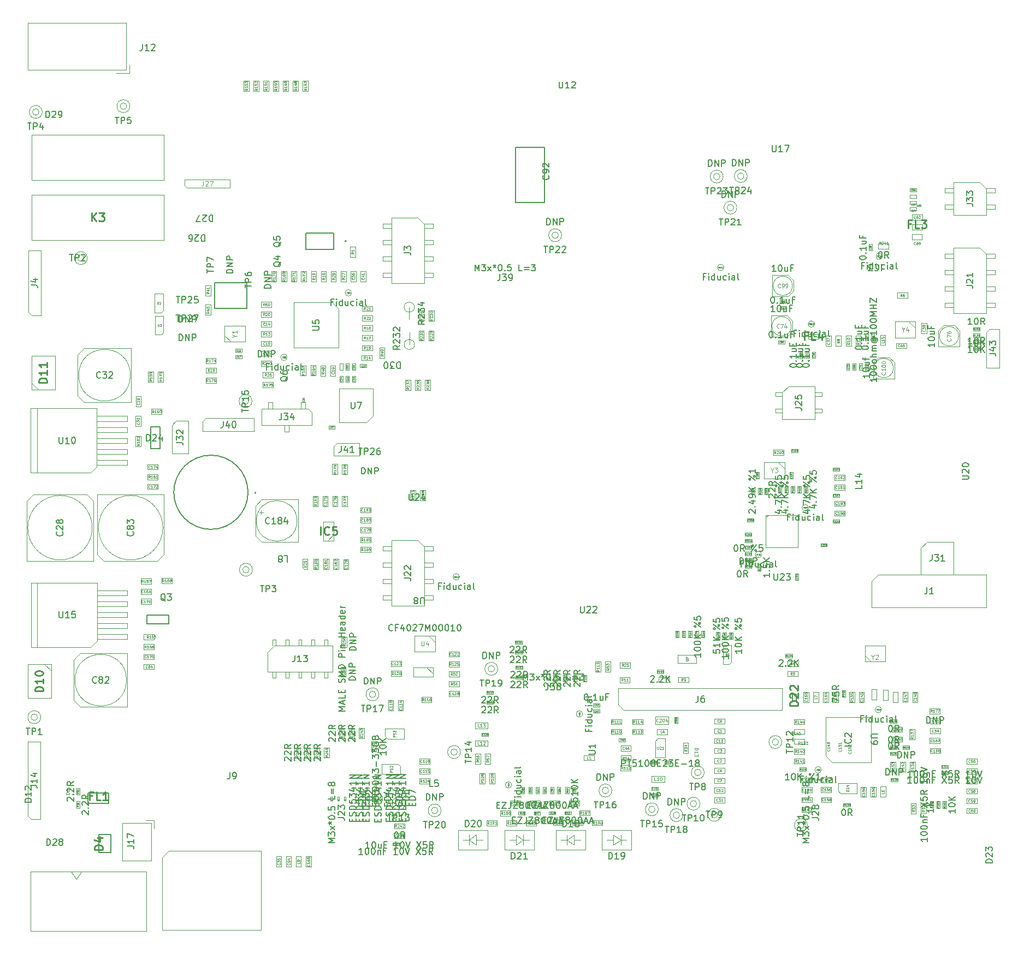
<source format=gbr>
G04 #@! TF.GenerationSoftware,KiCad,Pcbnew,8.0.0-rc1*
G04 #@! TF.CreationDate,2024-01-18T13:04:10+03:00*
G04 #@! TF.ProjectId,MXVR_3566,4d585652-5f33-4353-9636-2e6b69636164,REV1*
G04 #@! TF.SameCoordinates,Original*
G04 #@! TF.FileFunction,AssemblyDrawing,Top*
%FSLAX46Y46*%
G04 Gerber Fmt 4.6, Leading zero omitted, Abs format (unit mm)*
G04 Created by KiCad (PCBNEW 8.0.0-rc1) date 2024-01-18 13:04:10*
%MOMM*%
%LPD*%
G01*
G04 APERTURE LIST*
%ADD10C,0.150000*%
%ADD11C,0.060000*%
%ADD12C,0.040000*%
%ADD13C,0.090000*%
%ADD14C,0.254000*%
%ADD15C,0.105000*%
%ADD16C,0.050000*%
%ADD17C,0.100000*%
%ADD18C,0.114000*%
%ADD19C,0.080000*%
%ADD20C,0.200000*%
%ADD21C,0.127000*%
%ADD22C,0.120000*%
G04 APERTURE END LIST*
D10*
X142193809Y-141434819D02*
X142193809Y-140434819D01*
X142193809Y-140434819D02*
X142574761Y-140434819D01*
X142574761Y-140434819D02*
X142669999Y-140482438D01*
X142669999Y-140482438D02*
X142717618Y-140530057D01*
X142717618Y-140530057D02*
X142765237Y-140625295D01*
X142765237Y-140625295D02*
X142765237Y-140768152D01*
X142765237Y-140768152D02*
X142717618Y-140863390D01*
X142717618Y-140863390D02*
X142669999Y-140911009D01*
X142669999Y-140911009D02*
X142574761Y-140958628D01*
X142574761Y-140958628D02*
X142193809Y-140958628D01*
X143050952Y-140434819D02*
X143622380Y-140434819D01*
X143336666Y-141434819D02*
X143336666Y-140434819D01*
X144431904Y-140434819D02*
X143955714Y-140434819D01*
X143955714Y-140434819D02*
X143908095Y-140911009D01*
X143908095Y-140911009D02*
X143955714Y-140863390D01*
X143955714Y-140863390D02*
X144050952Y-140815771D01*
X144050952Y-140815771D02*
X144289047Y-140815771D01*
X144289047Y-140815771D02*
X144384285Y-140863390D01*
X144384285Y-140863390D02*
X144431904Y-140911009D01*
X144431904Y-140911009D02*
X144479523Y-141006247D01*
X144479523Y-141006247D02*
X144479523Y-141244342D01*
X144479523Y-141244342D02*
X144431904Y-141339580D01*
X144431904Y-141339580D02*
X144384285Y-141387200D01*
X144384285Y-141387200D02*
X144289047Y-141434819D01*
X144289047Y-141434819D02*
X144050952Y-141434819D01*
X144050952Y-141434819D02*
X143955714Y-141387200D01*
X143955714Y-141387200D02*
X143908095Y-141339580D01*
X145431904Y-141434819D02*
X144860476Y-141434819D01*
X145146190Y-141434819D02*
X145146190Y-140434819D01*
X145146190Y-140434819D02*
X145050952Y-140577676D01*
X145050952Y-140577676D02*
X144955714Y-140672914D01*
X144955714Y-140672914D02*
X144860476Y-140720533D01*
X146050952Y-140434819D02*
X146146190Y-140434819D01*
X146146190Y-140434819D02*
X146241428Y-140482438D01*
X146241428Y-140482438D02*
X146289047Y-140530057D01*
X146289047Y-140530057D02*
X146336666Y-140625295D01*
X146336666Y-140625295D02*
X146384285Y-140815771D01*
X146384285Y-140815771D02*
X146384285Y-141053866D01*
X146384285Y-141053866D02*
X146336666Y-141244342D01*
X146336666Y-141244342D02*
X146289047Y-141339580D01*
X146289047Y-141339580D02*
X146241428Y-141387200D01*
X146241428Y-141387200D02*
X146146190Y-141434819D01*
X146146190Y-141434819D02*
X146050952Y-141434819D01*
X146050952Y-141434819D02*
X145955714Y-141387200D01*
X145955714Y-141387200D02*
X145908095Y-141339580D01*
X145908095Y-141339580D02*
X145860476Y-141244342D01*
X145860476Y-141244342D02*
X145812857Y-141053866D01*
X145812857Y-141053866D02*
X145812857Y-140815771D01*
X145812857Y-140815771D02*
X145860476Y-140625295D01*
X145860476Y-140625295D02*
X145908095Y-140530057D01*
X145908095Y-140530057D02*
X145955714Y-140482438D01*
X145955714Y-140482438D02*
X146050952Y-140434819D01*
X146955714Y-140863390D02*
X146860476Y-140815771D01*
X146860476Y-140815771D02*
X146812857Y-140768152D01*
X146812857Y-140768152D02*
X146765238Y-140672914D01*
X146765238Y-140672914D02*
X146765238Y-140625295D01*
X146765238Y-140625295D02*
X146812857Y-140530057D01*
X146812857Y-140530057D02*
X146860476Y-140482438D01*
X146860476Y-140482438D02*
X146955714Y-140434819D01*
X146955714Y-140434819D02*
X147146190Y-140434819D01*
X147146190Y-140434819D02*
X147241428Y-140482438D01*
X147241428Y-140482438D02*
X147289047Y-140530057D01*
X147289047Y-140530057D02*
X147336666Y-140625295D01*
X147336666Y-140625295D02*
X147336666Y-140672914D01*
X147336666Y-140672914D02*
X147289047Y-140768152D01*
X147289047Y-140768152D02*
X147241428Y-140815771D01*
X147241428Y-140815771D02*
X147146190Y-140863390D01*
X147146190Y-140863390D02*
X146955714Y-140863390D01*
X146955714Y-140863390D02*
X146860476Y-140911009D01*
X146860476Y-140911009D02*
X146812857Y-140958628D01*
X146812857Y-140958628D02*
X146765238Y-141053866D01*
X146765238Y-141053866D02*
X146765238Y-141244342D01*
X146765238Y-141244342D02*
X146812857Y-141339580D01*
X146812857Y-141339580D02*
X146860476Y-141387200D01*
X146860476Y-141387200D02*
X146955714Y-141434819D01*
X146955714Y-141434819D02*
X147146190Y-141434819D01*
X147146190Y-141434819D02*
X147241428Y-141387200D01*
X147241428Y-141387200D02*
X147289047Y-141339580D01*
X147289047Y-141339580D02*
X147336666Y-141244342D01*
X147336666Y-141244342D02*
X147336666Y-141053866D01*
X147336666Y-141053866D02*
X147289047Y-140958628D01*
X147289047Y-140958628D02*
X147241428Y-140911009D01*
X147241428Y-140911009D02*
X147146190Y-140863390D01*
X147765238Y-140911009D02*
X148098571Y-140911009D01*
X148241428Y-141434819D02*
X147765238Y-141434819D01*
X147765238Y-141434819D02*
X147765238Y-140434819D01*
X147765238Y-140434819D02*
X148241428Y-140434819D01*
X148622381Y-140530057D02*
X148670000Y-140482438D01*
X148670000Y-140482438D02*
X148765238Y-140434819D01*
X148765238Y-140434819D02*
X149003333Y-140434819D01*
X149003333Y-140434819D02*
X149098571Y-140482438D01*
X149098571Y-140482438D02*
X149146190Y-140530057D01*
X149146190Y-140530057D02*
X149193809Y-140625295D01*
X149193809Y-140625295D02*
X149193809Y-140720533D01*
X149193809Y-140720533D02*
X149146190Y-140863390D01*
X149146190Y-140863390D02*
X148574762Y-141434819D01*
X148574762Y-141434819D02*
X149193809Y-141434819D01*
X149527143Y-140434819D02*
X150146190Y-140434819D01*
X150146190Y-140434819D02*
X149812857Y-140815771D01*
X149812857Y-140815771D02*
X149955714Y-140815771D01*
X149955714Y-140815771D02*
X150050952Y-140863390D01*
X150050952Y-140863390D02*
X150098571Y-140911009D01*
X150098571Y-140911009D02*
X150146190Y-141006247D01*
X150146190Y-141006247D02*
X150146190Y-141244342D01*
X150146190Y-141244342D02*
X150098571Y-141339580D01*
X150098571Y-141339580D02*
X150050952Y-141387200D01*
X150050952Y-141387200D02*
X149955714Y-141434819D01*
X149955714Y-141434819D02*
X149670000Y-141434819D01*
X149670000Y-141434819D02*
X149574762Y-141387200D01*
X149574762Y-141387200D02*
X149527143Y-141339580D01*
X150574762Y-140911009D02*
X150908095Y-140911009D01*
X151050952Y-141434819D02*
X150574762Y-141434819D01*
X150574762Y-141434819D02*
X150574762Y-140434819D01*
X150574762Y-140434819D02*
X151050952Y-140434819D01*
X151479524Y-141053866D02*
X152241429Y-141053866D01*
X153241428Y-141434819D02*
X152670000Y-141434819D01*
X152955714Y-141434819D02*
X152955714Y-140434819D01*
X152955714Y-140434819D02*
X152860476Y-140577676D01*
X152860476Y-140577676D02*
X152765238Y-140672914D01*
X152765238Y-140672914D02*
X152670000Y-140720533D01*
X153812857Y-140863390D02*
X153717619Y-140815771D01*
X153717619Y-140815771D02*
X153670000Y-140768152D01*
X153670000Y-140768152D02*
X153622381Y-140672914D01*
X153622381Y-140672914D02*
X153622381Y-140625295D01*
X153622381Y-140625295D02*
X153670000Y-140530057D01*
X153670000Y-140530057D02*
X153717619Y-140482438D01*
X153717619Y-140482438D02*
X153812857Y-140434819D01*
X153812857Y-140434819D02*
X154003333Y-140434819D01*
X154003333Y-140434819D02*
X154098571Y-140482438D01*
X154098571Y-140482438D02*
X154146190Y-140530057D01*
X154146190Y-140530057D02*
X154193809Y-140625295D01*
X154193809Y-140625295D02*
X154193809Y-140672914D01*
X154193809Y-140672914D02*
X154146190Y-140768152D01*
X154146190Y-140768152D02*
X154098571Y-140815771D01*
X154098571Y-140815771D02*
X154003333Y-140863390D01*
X154003333Y-140863390D02*
X153812857Y-140863390D01*
X153812857Y-140863390D02*
X153717619Y-140911009D01*
X153717619Y-140911009D02*
X153670000Y-140958628D01*
X153670000Y-140958628D02*
X153622381Y-141053866D01*
X153622381Y-141053866D02*
X153622381Y-141244342D01*
X153622381Y-141244342D02*
X153670000Y-141339580D01*
X153670000Y-141339580D02*
X153717619Y-141387200D01*
X153717619Y-141387200D02*
X153812857Y-141434819D01*
X153812857Y-141434819D02*
X154003333Y-141434819D01*
X154003333Y-141434819D02*
X154098571Y-141387200D01*
X154098571Y-141387200D02*
X154146190Y-141339580D01*
X154146190Y-141339580D02*
X154193809Y-141244342D01*
X154193809Y-141244342D02*
X154193809Y-141053866D01*
X154193809Y-141053866D02*
X154146190Y-140958628D01*
X154146190Y-140958628D02*
X154098571Y-140911009D01*
X154098571Y-140911009D02*
X154003333Y-140863390D01*
D11*
X147674762Y-138361927D02*
X147674762Y-138685737D01*
X147674762Y-138685737D02*
X147693809Y-138723832D01*
X147693809Y-138723832D02*
X147712857Y-138742880D01*
X147712857Y-138742880D02*
X147750952Y-138761927D01*
X147750952Y-138761927D02*
X147827143Y-138761927D01*
X147827143Y-138761927D02*
X147865238Y-138742880D01*
X147865238Y-138742880D02*
X147884285Y-138723832D01*
X147884285Y-138723832D02*
X147903333Y-138685737D01*
X147903333Y-138685737D02*
X147903333Y-138361927D01*
X148074762Y-138400022D02*
X148093810Y-138380975D01*
X148093810Y-138380975D02*
X148131905Y-138361927D01*
X148131905Y-138361927D02*
X148227143Y-138361927D01*
X148227143Y-138361927D02*
X148265238Y-138380975D01*
X148265238Y-138380975D02*
X148284286Y-138400022D01*
X148284286Y-138400022D02*
X148303333Y-138438118D01*
X148303333Y-138438118D02*
X148303333Y-138476213D01*
X148303333Y-138476213D02*
X148284286Y-138533356D01*
X148284286Y-138533356D02*
X148055714Y-138761927D01*
X148055714Y-138761927D02*
X148303333Y-138761927D01*
X148684285Y-138761927D02*
X148455714Y-138761927D01*
X148570000Y-138761927D02*
X148570000Y-138361927D01*
X148570000Y-138361927D02*
X148531904Y-138419070D01*
X148531904Y-138419070D02*
X148493809Y-138457165D01*
X148493809Y-138457165D02*
X148455714Y-138476213D01*
D10*
X104514819Y-146377619D02*
X104038628Y-146710952D01*
X104514819Y-146949047D02*
X103514819Y-146949047D01*
X103514819Y-146949047D02*
X103514819Y-146568095D01*
X103514819Y-146568095D02*
X103562438Y-146472857D01*
X103562438Y-146472857D02*
X103610057Y-146425238D01*
X103610057Y-146425238D02*
X103705295Y-146377619D01*
X103705295Y-146377619D02*
X103848152Y-146377619D01*
X103848152Y-146377619D02*
X103943390Y-146425238D01*
X103943390Y-146425238D02*
X103991009Y-146472857D01*
X103991009Y-146472857D02*
X104038628Y-146568095D01*
X104038628Y-146568095D02*
X104038628Y-146949047D01*
X103514819Y-146091904D02*
X103514819Y-145520476D01*
X104514819Y-145806190D02*
X103514819Y-145806190D01*
X104514819Y-145139523D02*
X104514819Y-144949047D01*
X104514819Y-144949047D02*
X104467200Y-144853809D01*
X104467200Y-144853809D02*
X104419580Y-144806190D01*
X104419580Y-144806190D02*
X104276723Y-144710952D01*
X104276723Y-144710952D02*
X104086247Y-144663333D01*
X104086247Y-144663333D02*
X103705295Y-144663333D01*
X103705295Y-144663333D02*
X103610057Y-144710952D01*
X103610057Y-144710952D02*
X103562438Y-144758571D01*
X103562438Y-144758571D02*
X103514819Y-144853809D01*
X103514819Y-144853809D02*
X103514819Y-145044285D01*
X103514819Y-145044285D02*
X103562438Y-145139523D01*
X103562438Y-145139523D02*
X103610057Y-145187142D01*
X103610057Y-145187142D02*
X103705295Y-145234761D01*
X103705295Y-145234761D02*
X103943390Y-145234761D01*
X103943390Y-145234761D02*
X104038628Y-145187142D01*
X104038628Y-145187142D02*
X104086247Y-145139523D01*
X104086247Y-145139523D02*
X104133866Y-145044285D01*
X104133866Y-145044285D02*
X104133866Y-144853809D01*
X104133866Y-144853809D02*
X104086247Y-144758571D01*
X104086247Y-144758571D02*
X104038628Y-144710952D01*
X104038628Y-144710952D02*
X103943390Y-144663333D01*
X103514819Y-144044285D02*
X103514819Y-143949047D01*
X103514819Y-143949047D02*
X103562438Y-143853809D01*
X103562438Y-143853809D02*
X103610057Y-143806190D01*
X103610057Y-143806190D02*
X103705295Y-143758571D01*
X103705295Y-143758571D02*
X103895771Y-143710952D01*
X103895771Y-143710952D02*
X104133866Y-143710952D01*
X104133866Y-143710952D02*
X104324342Y-143758571D01*
X104324342Y-143758571D02*
X104419580Y-143806190D01*
X104419580Y-143806190D02*
X104467200Y-143853809D01*
X104467200Y-143853809D02*
X104514819Y-143949047D01*
X104514819Y-143949047D02*
X104514819Y-144044285D01*
X104514819Y-144044285D02*
X104467200Y-144139523D01*
X104467200Y-144139523D02*
X104419580Y-144187142D01*
X104419580Y-144187142D02*
X104324342Y-144234761D01*
X104324342Y-144234761D02*
X104133866Y-144282380D01*
X104133866Y-144282380D02*
X103895771Y-144282380D01*
X103895771Y-144282380D02*
X103705295Y-144234761D01*
X103705295Y-144234761D02*
X103610057Y-144187142D01*
X103610057Y-144187142D02*
X103562438Y-144139523D01*
X103562438Y-144139523D02*
X103514819Y-144044285D01*
X104514819Y-142758571D02*
X104514819Y-143329999D01*
X104514819Y-143044285D02*
X103514819Y-143044285D01*
X103514819Y-143044285D02*
X103657676Y-143139523D01*
X103657676Y-143139523D02*
X103752914Y-143234761D01*
X103752914Y-143234761D02*
X103800533Y-143329999D01*
X103514819Y-142425237D02*
X103514819Y-141806190D01*
X103514819Y-141806190D02*
X103895771Y-142139523D01*
X103895771Y-142139523D02*
X103895771Y-141996666D01*
X103895771Y-141996666D02*
X103943390Y-141901428D01*
X103943390Y-141901428D02*
X103991009Y-141853809D01*
X103991009Y-141853809D02*
X104086247Y-141806190D01*
X104086247Y-141806190D02*
X104324342Y-141806190D01*
X104324342Y-141806190D02*
X104419580Y-141853809D01*
X104419580Y-141853809D02*
X104467200Y-141901428D01*
X104467200Y-141901428D02*
X104514819Y-141996666D01*
X104514819Y-141996666D02*
X104514819Y-142282380D01*
X104514819Y-142282380D02*
X104467200Y-142377618D01*
X104467200Y-142377618D02*
X104419580Y-142425237D01*
X104133866Y-141377618D02*
X104133866Y-140615714D01*
X103514819Y-140234761D02*
X103514819Y-139615714D01*
X103514819Y-139615714D02*
X103895771Y-139949047D01*
X103895771Y-139949047D02*
X103895771Y-139806190D01*
X103895771Y-139806190D02*
X103943390Y-139710952D01*
X103943390Y-139710952D02*
X103991009Y-139663333D01*
X103991009Y-139663333D02*
X104086247Y-139615714D01*
X104086247Y-139615714D02*
X104324342Y-139615714D01*
X104324342Y-139615714D02*
X104419580Y-139663333D01*
X104419580Y-139663333D02*
X104467200Y-139710952D01*
X104467200Y-139710952D02*
X104514819Y-139806190D01*
X104514819Y-139806190D02*
X104514819Y-140091904D01*
X104514819Y-140091904D02*
X104467200Y-140187142D01*
X104467200Y-140187142D02*
X104419580Y-140234761D01*
X103514819Y-139282380D02*
X103514819Y-138663333D01*
X103514819Y-138663333D02*
X103895771Y-138996666D01*
X103895771Y-138996666D02*
X103895771Y-138853809D01*
X103895771Y-138853809D02*
X103943390Y-138758571D01*
X103943390Y-138758571D02*
X103991009Y-138710952D01*
X103991009Y-138710952D02*
X104086247Y-138663333D01*
X104086247Y-138663333D02*
X104324342Y-138663333D01*
X104324342Y-138663333D02*
X104419580Y-138710952D01*
X104419580Y-138710952D02*
X104467200Y-138758571D01*
X104467200Y-138758571D02*
X104514819Y-138853809D01*
X104514819Y-138853809D02*
X104514819Y-139139523D01*
X104514819Y-139139523D02*
X104467200Y-139234761D01*
X104467200Y-139234761D02*
X104419580Y-139282380D01*
X103562438Y-137710952D02*
X103514819Y-137806190D01*
X103514819Y-137806190D02*
X103514819Y-137949047D01*
X103514819Y-137949047D02*
X103562438Y-138091904D01*
X103562438Y-138091904D02*
X103657676Y-138187142D01*
X103657676Y-138187142D02*
X103752914Y-138234761D01*
X103752914Y-138234761D02*
X103943390Y-138282380D01*
X103943390Y-138282380D02*
X104086247Y-138282380D01*
X104086247Y-138282380D02*
X104276723Y-138234761D01*
X104276723Y-138234761D02*
X104371961Y-138187142D01*
X104371961Y-138187142D02*
X104467200Y-138091904D01*
X104467200Y-138091904D02*
X104514819Y-137949047D01*
X104514819Y-137949047D02*
X104514819Y-137853809D01*
X104514819Y-137853809D02*
X104467200Y-137710952D01*
X104467200Y-137710952D02*
X104419580Y-137663333D01*
X104419580Y-137663333D02*
X104086247Y-137663333D01*
X104086247Y-137663333D02*
X104086247Y-137853809D01*
X103991009Y-136901428D02*
X104038628Y-136758571D01*
X104038628Y-136758571D02*
X104086247Y-136710952D01*
X104086247Y-136710952D02*
X104181485Y-136663333D01*
X104181485Y-136663333D02*
X104324342Y-136663333D01*
X104324342Y-136663333D02*
X104419580Y-136710952D01*
X104419580Y-136710952D02*
X104467200Y-136758571D01*
X104467200Y-136758571D02*
X104514819Y-136853809D01*
X104514819Y-136853809D02*
X104514819Y-137234761D01*
X104514819Y-137234761D02*
X103514819Y-137234761D01*
X103514819Y-137234761D02*
X103514819Y-136901428D01*
X103514819Y-136901428D02*
X103562438Y-136806190D01*
X103562438Y-136806190D02*
X103610057Y-136758571D01*
X103610057Y-136758571D02*
X103705295Y-136710952D01*
X103705295Y-136710952D02*
X103800533Y-136710952D01*
X103800533Y-136710952D02*
X103895771Y-136758571D01*
X103895771Y-136758571D02*
X103943390Y-136806190D01*
X103943390Y-136806190D02*
X103991009Y-136901428D01*
X103991009Y-136901428D02*
X103991009Y-137234761D01*
D11*
X106641927Y-142315713D02*
X106241927Y-142315713D01*
X106241927Y-142315713D02*
X106241927Y-142163332D01*
X106241927Y-142163332D02*
X106260975Y-142125237D01*
X106260975Y-142125237D02*
X106280022Y-142106190D01*
X106280022Y-142106190D02*
X106318118Y-142087142D01*
X106318118Y-142087142D02*
X106375260Y-142087142D01*
X106375260Y-142087142D02*
X106413356Y-142106190D01*
X106413356Y-142106190D02*
X106432403Y-142125237D01*
X106432403Y-142125237D02*
X106451451Y-142163332D01*
X106451451Y-142163332D02*
X106451451Y-142315713D01*
X106622880Y-141934761D02*
X106641927Y-141877618D01*
X106641927Y-141877618D02*
X106641927Y-141782380D01*
X106641927Y-141782380D02*
X106622880Y-141744285D01*
X106622880Y-141744285D02*
X106603832Y-141725237D01*
X106603832Y-141725237D02*
X106565737Y-141706190D01*
X106565737Y-141706190D02*
X106527641Y-141706190D01*
X106527641Y-141706190D02*
X106489546Y-141725237D01*
X106489546Y-141725237D02*
X106470499Y-141744285D01*
X106470499Y-141744285D02*
X106451451Y-141782380D01*
X106451451Y-141782380D02*
X106432403Y-141858571D01*
X106432403Y-141858571D02*
X106413356Y-141896666D01*
X106413356Y-141896666D02*
X106394308Y-141915713D01*
X106394308Y-141915713D02*
X106356213Y-141934761D01*
X106356213Y-141934761D02*
X106318118Y-141934761D01*
X106318118Y-141934761D02*
X106280022Y-141915713D01*
X106280022Y-141915713D02*
X106260975Y-141896666D01*
X106260975Y-141896666D02*
X106241927Y-141858571D01*
X106241927Y-141858571D02*
X106241927Y-141763332D01*
X106241927Y-141763332D02*
X106260975Y-141706190D01*
X106280022Y-141553809D02*
X106260975Y-141534761D01*
X106260975Y-141534761D02*
X106241927Y-141496666D01*
X106241927Y-141496666D02*
X106241927Y-141401428D01*
X106241927Y-141401428D02*
X106260975Y-141363333D01*
X106260975Y-141363333D02*
X106280022Y-141344285D01*
X106280022Y-141344285D02*
X106318118Y-141325238D01*
X106318118Y-141325238D02*
X106356213Y-141325238D01*
X106356213Y-141325238D02*
X106413356Y-141344285D01*
X106413356Y-141344285D02*
X106641927Y-141572857D01*
X106641927Y-141572857D02*
X106641927Y-141325238D01*
X111202381Y-143881927D02*
X111069048Y-143691451D01*
X110973810Y-143881927D02*
X110973810Y-143481927D01*
X110973810Y-143481927D02*
X111126191Y-143481927D01*
X111126191Y-143481927D02*
X111164286Y-143500975D01*
X111164286Y-143500975D02*
X111183333Y-143520022D01*
X111183333Y-143520022D02*
X111202381Y-143558118D01*
X111202381Y-143558118D02*
X111202381Y-143615260D01*
X111202381Y-143615260D02*
X111183333Y-143653356D01*
X111183333Y-143653356D02*
X111164286Y-143672403D01*
X111164286Y-143672403D02*
X111126191Y-143691451D01*
X111126191Y-143691451D02*
X110973810Y-143691451D01*
X111583333Y-143881927D02*
X111354762Y-143881927D01*
X111469048Y-143881927D02*
X111469048Y-143481927D01*
X111469048Y-143481927D02*
X111430952Y-143539070D01*
X111430952Y-143539070D02*
X111392857Y-143577165D01*
X111392857Y-143577165D02*
X111354762Y-143596213D01*
X111735714Y-143520022D02*
X111754762Y-143500975D01*
X111754762Y-143500975D02*
X111792857Y-143481927D01*
X111792857Y-143481927D02*
X111888095Y-143481927D01*
X111888095Y-143481927D02*
X111926190Y-143500975D01*
X111926190Y-143500975D02*
X111945238Y-143520022D01*
X111945238Y-143520022D02*
X111964285Y-143558118D01*
X111964285Y-143558118D02*
X111964285Y-143596213D01*
X111964285Y-143596213D02*
X111945238Y-143653356D01*
X111945238Y-143653356D02*
X111716666Y-143881927D01*
X111716666Y-143881927D02*
X111964285Y-143881927D01*
X112307142Y-143615260D02*
X112307142Y-143881927D01*
X112211904Y-143462880D02*
X112116666Y-143748594D01*
X112116666Y-143748594D02*
X112364285Y-143748594D01*
D10*
X50564819Y-144399523D02*
X51279104Y-144399523D01*
X51279104Y-144399523D02*
X51421961Y-144447142D01*
X51421961Y-144447142D02*
X51517200Y-144542380D01*
X51517200Y-144542380D02*
X51564819Y-144685237D01*
X51564819Y-144685237D02*
X51564819Y-144780475D01*
X51564819Y-143399523D02*
X51564819Y-143970951D01*
X51564819Y-143685237D02*
X50564819Y-143685237D01*
X50564819Y-143685237D02*
X50707676Y-143780475D01*
X50707676Y-143780475D02*
X50802914Y-143875713D01*
X50802914Y-143875713D02*
X50850533Y-143970951D01*
X50898152Y-142542380D02*
X51564819Y-142542380D01*
X50517200Y-142780475D02*
X51231485Y-143018570D01*
X51231485Y-143018570D02*
X51231485Y-142399523D01*
X199184819Y-77369523D02*
X199899104Y-77369523D01*
X199899104Y-77369523D02*
X200041961Y-77417142D01*
X200041961Y-77417142D02*
X200137200Y-77512380D01*
X200137200Y-77512380D02*
X200184819Y-77655237D01*
X200184819Y-77655237D02*
X200184819Y-77750475D01*
X199518152Y-76464761D02*
X200184819Y-76464761D01*
X199137200Y-76702856D02*
X199851485Y-76940951D01*
X199851485Y-76940951D02*
X199851485Y-76321904D01*
X199184819Y-76036189D02*
X199184819Y-75417142D01*
X199184819Y-75417142D02*
X199565771Y-75750475D01*
X199565771Y-75750475D02*
X199565771Y-75607618D01*
X199565771Y-75607618D02*
X199613390Y-75512380D01*
X199613390Y-75512380D02*
X199661009Y-75464761D01*
X199661009Y-75464761D02*
X199756247Y-75417142D01*
X199756247Y-75417142D02*
X199994342Y-75417142D01*
X199994342Y-75417142D02*
X200089580Y-75464761D01*
X200089580Y-75464761D02*
X200137200Y-75512380D01*
X200137200Y-75512380D02*
X200184819Y-75607618D01*
X200184819Y-75607618D02*
X200184819Y-75893332D01*
X200184819Y-75893332D02*
X200137200Y-75988570D01*
X200137200Y-75988570D02*
X200089580Y-76036189D01*
D11*
X102452857Y-76696927D02*
X102319524Y-76506451D01*
X102224286Y-76696927D02*
X102224286Y-76296927D01*
X102224286Y-76296927D02*
X102376667Y-76296927D01*
X102376667Y-76296927D02*
X102414762Y-76315975D01*
X102414762Y-76315975D02*
X102433809Y-76335022D01*
X102433809Y-76335022D02*
X102452857Y-76373118D01*
X102452857Y-76373118D02*
X102452857Y-76430260D01*
X102452857Y-76430260D02*
X102433809Y-76468356D01*
X102433809Y-76468356D02*
X102414762Y-76487403D01*
X102414762Y-76487403D02*
X102376667Y-76506451D01*
X102376667Y-76506451D02*
X102224286Y-76506451D01*
X102833809Y-76696927D02*
X102605238Y-76696927D01*
X102719524Y-76696927D02*
X102719524Y-76296927D01*
X102719524Y-76296927D02*
X102681428Y-76354070D01*
X102681428Y-76354070D02*
X102643333Y-76392165D01*
X102643333Y-76392165D02*
X102605238Y-76411213D01*
X103195714Y-76296927D02*
X103005238Y-76296927D01*
X103005238Y-76296927D02*
X102986190Y-76487403D01*
X102986190Y-76487403D02*
X103005238Y-76468356D01*
X103005238Y-76468356D02*
X103043333Y-76449308D01*
X103043333Y-76449308D02*
X103138571Y-76449308D01*
X103138571Y-76449308D02*
X103176666Y-76468356D01*
X103176666Y-76468356D02*
X103195714Y-76487403D01*
X103195714Y-76487403D02*
X103214761Y-76525499D01*
X103214761Y-76525499D02*
X103214761Y-76620737D01*
X103214761Y-76620737D02*
X103195714Y-76658832D01*
X103195714Y-76658832D02*
X103176666Y-76677880D01*
X103176666Y-76677880D02*
X103138571Y-76696927D01*
X103138571Y-76696927D02*
X103043333Y-76696927D01*
X103043333Y-76696927D02*
X103005238Y-76677880D01*
X103005238Y-76677880D02*
X102986190Y-76658832D01*
D12*
X82619285Y-77989765D02*
X82607381Y-78001670D01*
X82607381Y-78001670D02*
X82571666Y-78013574D01*
X82571666Y-78013574D02*
X82547857Y-78013574D01*
X82547857Y-78013574D02*
X82512143Y-78001670D01*
X82512143Y-78001670D02*
X82488333Y-77977860D01*
X82488333Y-77977860D02*
X82476428Y-77954050D01*
X82476428Y-77954050D02*
X82464524Y-77906431D01*
X82464524Y-77906431D02*
X82464524Y-77870717D01*
X82464524Y-77870717D02*
X82476428Y-77823098D01*
X82476428Y-77823098D02*
X82488333Y-77799289D01*
X82488333Y-77799289D02*
X82512143Y-77775479D01*
X82512143Y-77775479D02*
X82547857Y-77763574D01*
X82547857Y-77763574D02*
X82571666Y-77763574D01*
X82571666Y-77763574D02*
X82607381Y-77775479D01*
X82607381Y-77775479D02*
X82619285Y-77787384D01*
X82857381Y-78013574D02*
X82714524Y-78013574D01*
X82785952Y-78013574D02*
X82785952Y-77763574D01*
X82785952Y-77763574D02*
X82762143Y-77799289D01*
X82762143Y-77799289D02*
X82738333Y-77823098D01*
X82738333Y-77823098D02*
X82714524Y-77835003D01*
X82940714Y-77763574D02*
X83107380Y-77763574D01*
X83107380Y-77763574D02*
X83000238Y-78013574D01*
D10*
X168150952Y-143514819D02*
X167579524Y-143514819D01*
X167865238Y-143514819D02*
X167865238Y-142514819D01*
X167865238Y-142514819D02*
X167770000Y-142657676D01*
X167770000Y-142657676D02*
X167674762Y-142752914D01*
X167674762Y-142752914D02*
X167579524Y-142800533D01*
X168770000Y-142514819D02*
X168865238Y-142514819D01*
X168865238Y-142514819D02*
X168960476Y-142562438D01*
X168960476Y-142562438D02*
X169008095Y-142610057D01*
X169008095Y-142610057D02*
X169055714Y-142705295D01*
X169055714Y-142705295D02*
X169103333Y-142895771D01*
X169103333Y-142895771D02*
X169103333Y-143133866D01*
X169103333Y-143133866D02*
X169055714Y-143324342D01*
X169055714Y-143324342D02*
X169008095Y-143419580D01*
X169008095Y-143419580D02*
X168960476Y-143467200D01*
X168960476Y-143467200D02*
X168865238Y-143514819D01*
X168865238Y-143514819D02*
X168770000Y-143514819D01*
X168770000Y-143514819D02*
X168674762Y-143467200D01*
X168674762Y-143467200D02*
X168627143Y-143419580D01*
X168627143Y-143419580D02*
X168579524Y-143324342D01*
X168579524Y-143324342D02*
X168531905Y-143133866D01*
X168531905Y-143133866D02*
X168531905Y-142895771D01*
X168531905Y-142895771D02*
X168579524Y-142705295D01*
X168579524Y-142705295D02*
X168627143Y-142610057D01*
X168627143Y-142610057D02*
X168674762Y-142562438D01*
X168674762Y-142562438D02*
X168770000Y-142514819D01*
X169531905Y-143514819D02*
X169531905Y-142514819D01*
X170103333Y-143514819D02*
X169674762Y-142943390D01*
X170103333Y-142514819D02*
X169531905Y-143086247D01*
X171246191Y-143514819D02*
X172008095Y-142514819D01*
X171389048Y-142514819D02*
X171484286Y-142562438D01*
X171484286Y-142562438D02*
X171531905Y-142657676D01*
X171531905Y-142657676D02*
X171484286Y-142752914D01*
X171484286Y-142752914D02*
X171389048Y-142800533D01*
X171389048Y-142800533D02*
X171293810Y-142752914D01*
X171293810Y-142752914D02*
X171246191Y-142657676D01*
X171246191Y-142657676D02*
X171293810Y-142562438D01*
X171293810Y-142562438D02*
X171389048Y-142514819D01*
X171960476Y-143467200D02*
X172008095Y-143371961D01*
X172008095Y-143371961D02*
X171960476Y-143276723D01*
X171960476Y-143276723D02*
X171865238Y-143229104D01*
X171865238Y-143229104D02*
X171770000Y-143276723D01*
X171770000Y-143276723D02*
X171722381Y-143371961D01*
X171722381Y-143371961D02*
X171770000Y-143467200D01*
X171770000Y-143467200D02*
X171865238Y-143514819D01*
X171865238Y-143514819D02*
X171960476Y-143467200D01*
X172960476Y-143514819D02*
X172389048Y-143514819D01*
X172674762Y-143514819D02*
X172674762Y-142514819D01*
X172674762Y-142514819D02*
X172579524Y-142657676D01*
X172579524Y-142657676D02*
X172484286Y-142752914D01*
X172484286Y-142752914D02*
X172389048Y-142800533D01*
D12*
X169979048Y-142008200D02*
X169892381Y-141884391D01*
X169830476Y-142008200D02*
X169830476Y-141748200D01*
X169830476Y-141748200D02*
X169929524Y-141748200D01*
X169929524Y-141748200D02*
X169954286Y-141760581D01*
X169954286Y-141760581D02*
X169966667Y-141772962D01*
X169966667Y-141772962D02*
X169979048Y-141797724D01*
X169979048Y-141797724D02*
X169979048Y-141834867D01*
X169979048Y-141834867D02*
X169966667Y-141859629D01*
X169966667Y-141859629D02*
X169954286Y-141872010D01*
X169954286Y-141872010D02*
X169929524Y-141884391D01*
X169929524Y-141884391D02*
X169830476Y-141884391D01*
X170226667Y-142008200D02*
X170078095Y-142008200D01*
X170152381Y-142008200D02*
X170152381Y-141748200D01*
X170152381Y-141748200D02*
X170127619Y-141785343D01*
X170127619Y-141785343D02*
X170102857Y-141810105D01*
X170102857Y-141810105D02*
X170078095Y-141822486D01*
X170313333Y-141748200D02*
X170474286Y-141748200D01*
X170474286Y-141748200D02*
X170387619Y-141847248D01*
X170387619Y-141847248D02*
X170424762Y-141847248D01*
X170424762Y-141847248D02*
X170449524Y-141859629D01*
X170449524Y-141859629D02*
X170461905Y-141872010D01*
X170461905Y-141872010D02*
X170474286Y-141896772D01*
X170474286Y-141896772D02*
X170474286Y-141958677D01*
X170474286Y-141958677D02*
X170461905Y-141983439D01*
X170461905Y-141983439D02*
X170449524Y-141995820D01*
X170449524Y-141995820D02*
X170424762Y-142008200D01*
X170424762Y-142008200D02*
X170350476Y-142008200D01*
X170350476Y-142008200D02*
X170325714Y-141995820D01*
X170325714Y-141995820D02*
X170313333Y-141983439D01*
X170635238Y-141748200D02*
X170660000Y-141748200D01*
X170660000Y-141748200D02*
X170684762Y-141760581D01*
X170684762Y-141760581D02*
X170697143Y-141772962D01*
X170697143Y-141772962D02*
X170709524Y-141797724D01*
X170709524Y-141797724D02*
X170721905Y-141847248D01*
X170721905Y-141847248D02*
X170721905Y-141909153D01*
X170721905Y-141909153D02*
X170709524Y-141958677D01*
X170709524Y-141958677D02*
X170697143Y-141983439D01*
X170697143Y-141983439D02*
X170684762Y-141995820D01*
X170684762Y-141995820D02*
X170660000Y-142008200D01*
X170660000Y-142008200D02*
X170635238Y-142008200D01*
X170635238Y-142008200D02*
X170610476Y-141995820D01*
X170610476Y-141995820D02*
X170598095Y-141983439D01*
X170598095Y-141983439D02*
X170585714Y-141958677D01*
X170585714Y-141958677D02*
X170573333Y-141909153D01*
X170573333Y-141909153D02*
X170573333Y-141847248D01*
X170573333Y-141847248D02*
X170585714Y-141797724D01*
X170585714Y-141797724D02*
X170598095Y-141772962D01*
X170598095Y-141772962D02*
X170610476Y-141760581D01*
X170610476Y-141760581D02*
X170635238Y-141748200D01*
D10*
X171688152Y-100922380D02*
X172354819Y-100922380D01*
X171307200Y-101160475D02*
X172021485Y-101398570D01*
X172021485Y-101398570D02*
X172021485Y-100779523D01*
X172259580Y-100398570D02*
X172307200Y-100350951D01*
X172307200Y-100350951D02*
X172354819Y-100398570D01*
X172354819Y-100398570D02*
X172307200Y-100446189D01*
X172307200Y-100446189D02*
X172259580Y-100398570D01*
X172259580Y-100398570D02*
X172354819Y-100398570D01*
X171354819Y-100017618D02*
X171354819Y-99350952D01*
X171354819Y-99350952D02*
X172354819Y-99779523D01*
X172354819Y-98969999D02*
X171354819Y-98969999D01*
X172354819Y-98398571D02*
X171783390Y-98827142D01*
X171354819Y-98398571D02*
X171926247Y-98969999D01*
X172354819Y-97255713D02*
X171354819Y-96493809D01*
X171354819Y-97112856D02*
X171402438Y-97017618D01*
X171402438Y-97017618D02*
X171497676Y-96969999D01*
X171497676Y-96969999D02*
X171592914Y-97017618D01*
X171592914Y-97017618D02*
X171640533Y-97112856D01*
X171640533Y-97112856D02*
X171592914Y-97208094D01*
X171592914Y-97208094D02*
X171497676Y-97255713D01*
X171497676Y-97255713D02*
X171402438Y-97208094D01*
X171402438Y-97208094D02*
X171354819Y-97112856D01*
X172307200Y-96541428D02*
X172211961Y-96493809D01*
X172211961Y-96493809D02*
X172116723Y-96541428D01*
X172116723Y-96541428D02*
X172069104Y-96636666D01*
X172069104Y-96636666D02*
X172116723Y-96731904D01*
X172116723Y-96731904D02*
X172211961Y-96779523D01*
X172211961Y-96779523D02*
X172307200Y-96731904D01*
X172307200Y-96731904D02*
X172354819Y-96636666D01*
X172354819Y-96636666D02*
X172307200Y-96541428D01*
X171354819Y-95589047D02*
X171354819Y-96065237D01*
X171354819Y-96065237D02*
X171831009Y-96112856D01*
X171831009Y-96112856D02*
X171783390Y-96065237D01*
X171783390Y-96065237D02*
X171735771Y-95969999D01*
X171735771Y-95969999D02*
X171735771Y-95731904D01*
X171735771Y-95731904D02*
X171783390Y-95636666D01*
X171783390Y-95636666D02*
X171831009Y-95589047D01*
X171831009Y-95589047D02*
X171926247Y-95541428D01*
X171926247Y-95541428D02*
X172164342Y-95541428D01*
X172164342Y-95541428D02*
X172259580Y-95589047D01*
X172259580Y-95589047D02*
X172307200Y-95636666D01*
X172307200Y-95636666D02*
X172354819Y-95731904D01*
X172354819Y-95731904D02*
X172354819Y-95969999D01*
X172354819Y-95969999D02*
X172307200Y-96065237D01*
X172307200Y-96065237D02*
X172259580Y-96112856D01*
D12*
X170848200Y-98760951D02*
X170724391Y-98847618D01*
X170848200Y-98909523D02*
X170588200Y-98909523D01*
X170588200Y-98909523D02*
X170588200Y-98810475D01*
X170588200Y-98810475D02*
X170600581Y-98785713D01*
X170600581Y-98785713D02*
X170612962Y-98773332D01*
X170612962Y-98773332D02*
X170637724Y-98760951D01*
X170637724Y-98760951D02*
X170674867Y-98760951D01*
X170674867Y-98760951D02*
X170699629Y-98773332D01*
X170699629Y-98773332D02*
X170712010Y-98785713D01*
X170712010Y-98785713D02*
X170724391Y-98810475D01*
X170724391Y-98810475D02*
X170724391Y-98909523D01*
X170612962Y-98661904D02*
X170600581Y-98649523D01*
X170600581Y-98649523D02*
X170588200Y-98624761D01*
X170588200Y-98624761D02*
X170588200Y-98562856D01*
X170588200Y-98562856D02*
X170600581Y-98538094D01*
X170600581Y-98538094D02*
X170612962Y-98525713D01*
X170612962Y-98525713D02*
X170637724Y-98513332D01*
X170637724Y-98513332D02*
X170662486Y-98513332D01*
X170662486Y-98513332D02*
X170699629Y-98525713D01*
X170699629Y-98525713D02*
X170848200Y-98674285D01*
X170848200Y-98674285D02*
X170848200Y-98513332D01*
X170848200Y-98265713D02*
X170848200Y-98414285D01*
X170848200Y-98339999D02*
X170588200Y-98339999D01*
X170588200Y-98339999D02*
X170625343Y-98364761D01*
X170625343Y-98364761D02*
X170650105Y-98389523D01*
X170650105Y-98389523D02*
X170662486Y-98414285D01*
X170588200Y-98030475D02*
X170588200Y-98154285D01*
X170588200Y-98154285D02*
X170712010Y-98166666D01*
X170712010Y-98166666D02*
X170699629Y-98154285D01*
X170699629Y-98154285D02*
X170687248Y-98129523D01*
X170687248Y-98129523D02*
X170687248Y-98067618D01*
X170687248Y-98067618D02*
X170699629Y-98042856D01*
X170699629Y-98042856D02*
X170712010Y-98030475D01*
X170712010Y-98030475D02*
X170736772Y-98018094D01*
X170736772Y-98018094D02*
X170798677Y-98018094D01*
X170798677Y-98018094D02*
X170823439Y-98030475D01*
X170823439Y-98030475D02*
X170835820Y-98042856D01*
X170835820Y-98042856D02*
X170848200Y-98067618D01*
X170848200Y-98067618D02*
X170848200Y-98129523D01*
X170848200Y-98129523D02*
X170835820Y-98154285D01*
X170835820Y-98154285D02*
X170823439Y-98166666D01*
X82619285Y-76999765D02*
X82607381Y-77011670D01*
X82607381Y-77011670D02*
X82571666Y-77023574D01*
X82571666Y-77023574D02*
X82547857Y-77023574D01*
X82547857Y-77023574D02*
X82512143Y-77011670D01*
X82512143Y-77011670D02*
X82488333Y-76987860D01*
X82488333Y-76987860D02*
X82476428Y-76964050D01*
X82476428Y-76964050D02*
X82464524Y-76916431D01*
X82464524Y-76916431D02*
X82464524Y-76880717D01*
X82464524Y-76880717D02*
X82476428Y-76833098D01*
X82476428Y-76833098D02*
X82488333Y-76809289D01*
X82488333Y-76809289D02*
X82512143Y-76785479D01*
X82512143Y-76785479D02*
X82547857Y-76773574D01*
X82547857Y-76773574D02*
X82571666Y-76773574D01*
X82571666Y-76773574D02*
X82607381Y-76785479D01*
X82607381Y-76785479D02*
X82619285Y-76797384D01*
X82857381Y-77023574D02*
X82714524Y-77023574D01*
X82785952Y-77023574D02*
X82785952Y-76773574D01*
X82785952Y-76773574D02*
X82762143Y-76809289D01*
X82762143Y-76809289D02*
X82738333Y-76833098D01*
X82738333Y-76833098D02*
X82714524Y-76845003D01*
X83071666Y-76773574D02*
X83024047Y-76773574D01*
X83024047Y-76773574D02*
X83000238Y-76785479D01*
X83000238Y-76785479D02*
X82988333Y-76797384D01*
X82988333Y-76797384D02*
X82964523Y-76833098D01*
X82964523Y-76833098D02*
X82952619Y-76880717D01*
X82952619Y-76880717D02*
X82952619Y-76975955D01*
X82952619Y-76975955D02*
X82964523Y-76999765D01*
X82964523Y-76999765D02*
X82976428Y-77011670D01*
X82976428Y-77011670D02*
X83000238Y-77023574D01*
X83000238Y-77023574D02*
X83047857Y-77023574D01*
X83047857Y-77023574D02*
X83071666Y-77011670D01*
X83071666Y-77011670D02*
X83083571Y-76999765D01*
X83083571Y-76999765D02*
X83095476Y-76975955D01*
X83095476Y-76975955D02*
X83095476Y-76916431D01*
X83095476Y-76916431D02*
X83083571Y-76892622D01*
X83083571Y-76892622D02*
X83071666Y-76880717D01*
X83071666Y-76880717D02*
X83047857Y-76868812D01*
X83047857Y-76868812D02*
X83000238Y-76868812D01*
X83000238Y-76868812D02*
X82976428Y-76880717D01*
X82976428Y-76880717D02*
X82964523Y-76892622D01*
X82964523Y-76892622D02*
X82952619Y-76916431D01*
D10*
X91520057Y-140561904D02*
X91472438Y-140514285D01*
X91472438Y-140514285D02*
X91424819Y-140419047D01*
X91424819Y-140419047D02*
X91424819Y-140180952D01*
X91424819Y-140180952D02*
X91472438Y-140085714D01*
X91472438Y-140085714D02*
X91520057Y-140038095D01*
X91520057Y-140038095D02*
X91615295Y-139990476D01*
X91615295Y-139990476D02*
X91710533Y-139990476D01*
X91710533Y-139990476D02*
X91853390Y-140038095D01*
X91853390Y-140038095D02*
X92424819Y-140609523D01*
X92424819Y-140609523D02*
X92424819Y-139990476D01*
X91520057Y-139609523D02*
X91472438Y-139561904D01*
X91472438Y-139561904D02*
X91424819Y-139466666D01*
X91424819Y-139466666D02*
X91424819Y-139228571D01*
X91424819Y-139228571D02*
X91472438Y-139133333D01*
X91472438Y-139133333D02*
X91520057Y-139085714D01*
X91520057Y-139085714D02*
X91615295Y-139038095D01*
X91615295Y-139038095D02*
X91710533Y-139038095D01*
X91710533Y-139038095D02*
X91853390Y-139085714D01*
X91853390Y-139085714D02*
X92424819Y-139657142D01*
X92424819Y-139657142D02*
X92424819Y-139038095D01*
X92424819Y-138038095D02*
X91948628Y-138371428D01*
X92424819Y-138609523D02*
X91424819Y-138609523D01*
X91424819Y-138609523D02*
X91424819Y-138228571D01*
X91424819Y-138228571D02*
X91472438Y-138133333D01*
X91472438Y-138133333D02*
X91520057Y-138085714D01*
X91520057Y-138085714D02*
X91615295Y-138038095D01*
X91615295Y-138038095D02*
X91758152Y-138038095D01*
X91758152Y-138038095D02*
X91853390Y-138085714D01*
X91853390Y-138085714D02*
X91901009Y-138133333D01*
X91901009Y-138133333D02*
X91948628Y-138228571D01*
X91948628Y-138228571D02*
X91948628Y-138609523D01*
D11*
X93581927Y-139747618D02*
X93391451Y-139880951D01*
X93581927Y-139976189D02*
X93181927Y-139976189D01*
X93181927Y-139976189D02*
X93181927Y-139823808D01*
X93181927Y-139823808D02*
X93200975Y-139785713D01*
X93200975Y-139785713D02*
X93220022Y-139766666D01*
X93220022Y-139766666D02*
X93258118Y-139747618D01*
X93258118Y-139747618D02*
X93315260Y-139747618D01*
X93315260Y-139747618D02*
X93353356Y-139766666D01*
X93353356Y-139766666D02*
X93372403Y-139785713D01*
X93372403Y-139785713D02*
X93391451Y-139823808D01*
X93391451Y-139823808D02*
X93391451Y-139976189D01*
X93220022Y-139595237D02*
X93200975Y-139576189D01*
X93200975Y-139576189D02*
X93181927Y-139538094D01*
X93181927Y-139538094D02*
X93181927Y-139442856D01*
X93181927Y-139442856D02*
X93200975Y-139404761D01*
X93200975Y-139404761D02*
X93220022Y-139385713D01*
X93220022Y-139385713D02*
X93258118Y-139366666D01*
X93258118Y-139366666D02*
X93296213Y-139366666D01*
X93296213Y-139366666D02*
X93353356Y-139385713D01*
X93353356Y-139385713D02*
X93581927Y-139614285D01*
X93581927Y-139614285D02*
X93581927Y-139366666D01*
X93315260Y-139023809D02*
X93581927Y-139023809D01*
X93162880Y-139119047D02*
X93448594Y-139214285D01*
X93448594Y-139214285D02*
X93448594Y-138966666D01*
X93353356Y-138757143D02*
X93334308Y-138795238D01*
X93334308Y-138795238D02*
X93315260Y-138814285D01*
X93315260Y-138814285D02*
X93277165Y-138833333D01*
X93277165Y-138833333D02*
X93258118Y-138833333D01*
X93258118Y-138833333D02*
X93220022Y-138814285D01*
X93220022Y-138814285D02*
X93200975Y-138795238D01*
X93200975Y-138795238D02*
X93181927Y-138757143D01*
X93181927Y-138757143D02*
X93181927Y-138680952D01*
X93181927Y-138680952D02*
X93200975Y-138642857D01*
X93200975Y-138642857D02*
X93220022Y-138623809D01*
X93220022Y-138623809D02*
X93258118Y-138604762D01*
X93258118Y-138604762D02*
X93277165Y-138604762D01*
X93277165Y-138604762D02*
X93315260Y-138623809D01*
X93315260Y-138623809D02*
X93334308Y-138642857D01*
X93334308Y-138642857D02*
X93353356Y-138680952D01*
X93353356Y-138680952D02*
X93353356Y-138757143D01*
X93353356Y-138757143D02*
X93372403Y-138795238D01*
X93372403Y-138795238D02*
X93391451Y-138814285D01*
X93391451Y-138814285D02*
X93429546Y-138833333D01*
X93429546Y-138833333D02*
X93505737Y-138833333D01*
X93505737Y-138833333D02*
X93543832Y-138814285D01*
X93543832Y-138814285D02*
X93562880Y-138795238D01*
X93562880Y-138795238D02*
X93581927Y-138757143D01*
X93581927Y-138757143D02*
X93581927Y-138680952D01*
X93581927Y-138680952D02*
X93562880Y-138642857D01*
X93562880Y-138642857D02*
X93543832Y-138623809D01*
X93543832Y-138623809D02*
X93505737Y-138604762D01*
X93505737Y-138604762D02*
X93429546Y-138604762D01*
X93429546Y-138604762D02*
X93391451Y-138623809D01*
X93391451Y-138623809D02*
X93372403Y-138642857D01*
X93372403Y-138642857D02*
X93353356Y-138680952D01*
X89991927Y-65872618D02*
X89801451Y-66005951D01*
X89991927Y-66101189D02*
X89591927Y-66101189D01*
X89591927Y-66101189D02*
X89591927Y-65948808D01*
X89591927Y-65948808D02*
X89610975Y-65910713D01*
X89610975Y-65910713D02*
X89630022Y-65891666D01*
X89630022Y-65891666D02*
X89668118Y-65872618D01*
X89668118Y-65872618D02*
X89725260Y-65872618D01*
X89725260Y-65872618D02*
X89763356Y-65891666D01*
X89763356Y-65891666D02*
X89782403Y-65910713D01*
X89782403Y-65910713D02*
X89801451Y-65948808D01*
X89801451Y-65948808D02*
X89801451Y-66101189D01*
X89991927Y-65491666D02*
X89991927Y-65720237D01*
X89991927Y-65605951D02*
X89591927Y-65605951D01*
X89591927Y-65605951D02*
X89649070Y-65644047D01*
X89649070Y-65644047D02*
X89687165Y-65682142D01*
X89687165Y-65682142D02*
X89706213Y-65720237D01*
X89591927Y-65148809D02*
X89591927Y-65224999D01*
X89591927Y-65224999D02*
X89610975Y-65263095D01*
X89610975Y-65263095D02*
X89630022Y-65282142D01*
X89630022Y-65282142D02*
X89687165Y-65320237D01*
X89687165Y-65320237D02*
X89763356Y-65339285D01*
X89763356Y-65339285D02*
X89915737Y-65339285D01*
X89915737Y-65339285D02*
X89953832Y-65320237D01*
X89953832Y-65320237D02*
X89972880Y-65301190D01*
X89972880Y-65301190D02*
X89991927Y-65263095D01*
X89991927Y-65263095D02*
X89991927Y-65186904D01*
X89991927Y-65186904D02*
X89972880Y-65148809D01*
X89972880Y-65148809D02*
X89953832Y-65129761D01*
X89953832Y-65129761D02*
X89915737Y-65110714D01*
X89915737Y-65110714D02*
X89820499Y-65110714D01*
X89820499Y-65110714D02*
X89782403Y-65129761D01*
X89782403Y-65129761D02*
X89763356Y-65148809D01*
X89763356Y-65148809D02*
X89744308Y-65186904D01*
X89744308Y-65186904D02*
X89744308Y-65263095D01*
X89744308Y-65263095D02*
X89763356Y-65301190D01*
X89763356Y-65301190D02*
X89782403Y-65320237D01*
X89782403Y-65320237D02*
X89820499Y-65339285D01*
X89991927Y-64920238D02*
X89991927Y-64844047D01*
X89991927Y-64844047D02*
X89972880Y-64805952D01*
X89972880Y-64805952D02*
X89953832Y-64786904D01*
X89953832Y-64786904D02*
X89896689Y-64748809D01*
X89896689Y-64748809D02*
X89820499Y-64729762D01*
X89820499Y-64729762D02*
X89668118Y-64729762D01*
X89668118Y-64729762D02*
X89630022Y-64748809D01*
X89630022Y-64748809D02*
X89610975Y-64767857D01*
X89610975Y-64767857D02*
X89591927Y-64805952D01*
X89591927Y-64805952D02*
X89591927Y-64882143D01*
X89591927Y-64882143D02*
X89610975Y-64920238D01*
X89610975Y-64920238D02*
X89630022Y-64939285D01*
X89630022Y-64939285D02*
X89668118Y-64958333D01*
X89668118Y-64958333D02*
X89763356Y-64958333D01*
X89763356Y-64958333D02*
X89801451Y-64939285D01*
X89801451Y-64939285D02*
X89820499Y-64920238D01*
X89820499Y-64920238D02*
X89839546Y-64882143D01*
X89839546Y-64882143D02*
X89839546Y-64805952D01*
X89839546Y-64805952D02*
X89820499Y-64767857D01*
X89820499Y-64767857D02*
X89801451Y-64748809D01*
X89801451Y-64748809D02*
X89763356Y-64729762D01*
D10*
X146670000Y-127450057D02*
X146717619Y-127402438D01*
X146717619Y-127402438D02*
X146812857Y-127354819D01*
X146812857Y-127354819D02*
X147050952Y-127354819D01*
X147050952Y-127354819D02*
X147146190Y-127402438D01*
X147146190Y-127402438D02*
X147193809Y-127450057D01*
X147193809Y-127450057D02*
X147241428Y-127545295D01*
X147241428Y-127545295D02*
X147241428Y-127640533D01*
X147241428Y-127640533D02*
X147193809Y-127783390D01*
X147193809Y-127783390D02*
X146622381Y-128354819D01*
X146622381Y-128354819D02*
X147241428Y-128354819D01*
X147670000Y-128259580D02*
X147717619Y-128307200D01*
X147717619Y-128307200D02*
X147670000Y-128354819D01*
X147670000Y-128354819D02*
X147622381Y-128307200D01*
X147622381Y-128307200D02*
X147670000Y-128259580D01*
X147670000Y-128259580D02*
X147670000Y-128354819D01*
X148098571Y-127450057D02*
X148146190Y-127402438D01*
X148146190Y-127402438D02*
X148241428Y-127354819D01*
X148241428Y-127354819D02*
X148479523Y-127354819D01*
X148479523Y-127354819D02*
X148574761Y-127402438D01*
X148574761Y-127402438D02*
X148622380Y-127450057D01*
X148622380Y-127450057D02*
X148669999Y-127545295D01*
X148669999Y-127545295D02*
X148669999Y-127640533D01*
X148669999Y-127640533D02*
X148622380Y-127783390D01*
X148622380Y-127783390D02*
X148050952Y-128354819D01*
X148050952Y-128354819D02*
X148669999Y-128354819D01*
X149098571Y-128354819D02*
X149098571Y-127354819D01*
X149669999Y-128354819D02*
X149241428Y-127783390D01*
X149669999Y-127354819D02*
X149098571Y-127926247D01*
D12*
X147879048Y-126848200D02*
X147792381Y-126724391D01*
X147730476Y-126848200D02*
X147730476Y-126588200D01*
X147730476Y-126588200D02*
X147829524Y-126588200D01*
X147829524Y-126588200D02*
X147854286Y-126600581D01*
X147854286Y-126600581D02*
X147866667Y-126612962D01*
X147866667Y-126612962D02*
X147879048Y-126637724D01*
X147879048Y-126637724D02*
X147879048Y-126674867D01*
X147879048Y-126674867D02*
X147866667Y-126699629D01*
X147866667Y-126699629D02*
X147854286Y-126712010D01*
X147854286Y-126712010D02*
X147829524Y-126724391D01*
X147829524Y-126724391D02*
X147730476Y-126724391D01*
X148126667Y-126848200D02*
X147978095Y-126848200D01*
X148052381Y-126848200D02*
X148052381Y-126588200D01*
X148052381Y-126588200D02*
X148027619Y-126625343D01*
X148027619Y-126625343D02*
X148002857Y-126650105D01*
X148002857Y-126650105D02*
X147978095Y-126662486D01*
X148250476Y-126848200D02*
X148300000Y-126848200D01*
X148300000Y-126848200D02*
X148324762Y-126835820D01*
X148324762Y-126835820D02*
X148337143Y-126823439D01*
X148337143Y-126823439D02*
X148361905Y-126786296D01*
X148361905Y-126786296D02*
X148374286Y-126736772D01*
X148374286Y-126736772D02*
X148374286Y-126637724D01*
X148374286Y-126637724D02*
X148361905Y-126612962D01*
X148361905Y-126612962D02*
X148349524Y-126600581D01*
X148349524Y-126600581D02*
X148324762Y-126588200D01*
X148324762Y-126588200D02*
X148275238Y-126588200D01*
X148275238Y-126588200D02*
X148250476Y-126600581D01*
X148250476Y-126600581D02*
X148238095Y-126612962D01*
X148238095Y-126612962D02*
X148225714Y-126637724D01*
X148225714Y-126637724D02*
X148225714Y-126699629D01*
X148225714Y-126699629D02*
X148238095Y-126724391D01*
X148238095Y-126724391D02*
X148250476Y-126736772D01*
X148250476Y-126736772D02*
X148275238Y-126749153D01*
X148275238Y-126749153D02*
X148324762Y-126749153D01*
X148324762Y-126749153D02*
X148349524Y-126736772D01*
X148349524Y-126736772D02*
X148361905Y-126724391D01*
X148361905Y-126724391D02*
X148374286Y-126699629D01*
X148460952Y-126588200D02*
X148621905Y-126588200D01*
X148621905Y-126588200D02*
X148535238Y-126687248D01*
X148535238Y-126687248D02*
X148572381Y-126687248D01*
X148572381Y-126687248D02*
X148597143Y-126699629D01*
X148597143Y-126699629D02*
X148609524Y-126712010D01*
X148609524Y-126712010D02*
X148621905Y-126736772D01*
X148621905Y-126736772D02*
X148621905Y-126798677D01*
X148621905Y-126798677D02*
X148609524Y-126823439D01*
X148609524Y-126823439D02*
X148597143Y-126835820D01*
X148597143Y-126835820D02*
X148572381Y-126848200D01*
X148572381Y-126848200D02*
X148498095Y-126848200D01*
X148498095Y-126848200D02*
X148473333Y-126835820D01*
X148473333Y-126835820D02*
X148460952Y-126823439D01*
D10*
X180569819Y-80548571D02*
X180569819Y-81119999D01*
X180569819Y-80834285D02*
X179569819Y-80834285D01*
X179569819Y-80834285D02*
X179712676Y-80929523D01*
X179712676Y-80929523D02*
X179807914Y-81024761D01*
X179807914Y-81024761D02*
X179855533Y-81119999D01*
X179569819Y-79929523D02*
X179569819Y-79834285D01*
X179569819Y-79834285D02*
X179617438Y-79739047D01*
X179617438Y-79739047D02*
X179665057Y-79691428D01*
X179665057Y-79691428D02*
X179760295Y-79643809D01*
X179760295Y-79643809D02*
X179950771Y-79596190D01*
X179950771Y-79596190D02*
X180188866Y-79596190D01*
X180188866Y-79596190D02*
X180379342Y-79643809D01*
X180379342Y-79643809D02*
X180474580Y-79691428D01*
X180474580Y-79691428D02*
X180522200Y-79739047D01*
X180522200Y-79739047D02*
X180569819Y-79834285D01*
X180569819Y-79834285D02*
X180569819Y-79929523D01*
X180569819Y-79929523D02*
X180522200Y-80024761D01*
X180522200Y-80024761D02*
X180474580Y-80072380D01*
X180474580Y-80072380D02*
X180379342Y-80119999D01*
X180379342Y-80119999D02*
X180188866Y-80167618D01*
X180188866Y-80167618D02*
X179950771Y-80167618D01*
X179950771Y-80167618D02*
X179760295Y-80119999D01*
X179760295Y-80119999D02*
X179665057Y-80072380D01*
X179665057Y-80072380D02*
X179617438Y-80024761D01*
X179617438Y-80024761D02*
X179569819Y-79929523D01*
X179903152Y-78739047D02*
X180569819Y-78739047D01*
X179903152Y-79167618D02*
X180426961Y-79167618D01*
X180426961Y-79167618D02*
X180522200Y-79119999D01*
X180522200Y-79119999D02*
X180569819Y-79024761D01*
X180569819Y-79024761D02*
X180569819Y-78881904D01*
X180569819Y-78881904D02*
X180522200Y-78786666D01*
X180522200Y-78786666D02*
X180474580Y-78739047D01*
X179903152Y-78405713D02*
X179903152Y-78024761D01*
X180569819Y-78262856D02*
X179712676Y-78262856D01*
X179712676Y-78262856D02*
X179617438Y-78215237D01*
X179617438Y-78215237D02*
X179569819Y-78119999D01*
X179569819Y-78119999D02*
X179569819Y-78024761D01*
D13*
X183030748Y-80291428D02*
X183059320Y-80320000D01*
X183059320Y-80320000D02*
X183087891Y-80405714D01*
X183087891Y-80405714D02*
X183087891Y-80462857D01*
X183087891Y-80462857D02*
X183059320Y-80548571D01*
X183059320Y-80548571D02*
X183002177Y-80605714D01*
X183002177Y-80605714D02*
X182945034Y-80634285D01*
X182945034Y-80634285D02*
X182830748Y-80662857D01*
X182830748Y-80662857D02*
X182745034Y-80662857D01*
X182745034Y-80662857D02*
X182630748Y-80634285D01*
X182630748Y-80634285D02*
X182573605Y-80605714D01*
X182573605Y-80605714D02*
X182516462Y-80548571D01*
X182516462Y-80548571D02*
X182487891Y-80462857D01*
X182487891Y-80462857D02*
X182487891Y-80405714D01*
X182487891Y-80405714D02*
X182516462Y-80320000D01*
X182516462Y-80320000D02*
X182545034Y-80291428D01*
X183087891Y-79720000D02*
X183087891Y-80062857D01*
X183087891Y-79891428D02*
X182487891Y-79891428D01*
X182487891Y-79891428D02*
X182573605Y-79948571D01*
X182573605Y-79948571D02*
X182630748Y-80005714D01*
X182630748Y-80005714D02*
X182659320Y-80062857D01*
X182487891Y-79348571D02*
X182487891Y-79291428D01*
X182487891Y-79291428D02*
X182516462Y-79234285D01*
X182516462Y-79234285D02*
X182545034Y-79205714D01*
X182545034Y-79205714D02*
X182602177Y-79177142D01*
X182602177Y-79177142D02*
X182716462Y-79148571D01*
X182716462Y-79148571D02*
X182859320Y-79148571D01*
X182859320Y-79148571D02*
X182973605Y-79177142D01*
X182973605Y-79177142D02*
X183030748Y-79205714D01*
X183030748Y-79205714D02*
X183059320Y-79234285D01*
X183059320Y-79234285D02*
X183087891Y-79291428D01*
X183087891Y-79291428D02*
X183087891Y-79348571D01*
X183087891Y-79348571D02*
X183059320Y-79405714D01*
X183059320Y-79405714D02*
X183030748Y-79434285D01*
X183030748Y-79434285D02*
X182973605Y-79462856D01*
X182973605Y-79462856D02*
X182859320Y-79491428D01*
X182859320Y-79491428D02*
X182716462Y-79491428D01*
X182716462Y-79491428D02*
X182602177Y-79462856D01*
X182602177Y-79462856D02*
X182545034Y-79434285D01*
X182545034Y-79434285D02*
X182516462Y-79405714D01*
X182516462Y-79405714D02*
X182487891Y-79348571D01*
X182487891Y-78777142D02*
X182487891Y-78719999D01*
X182487891Y-78719999D02*
X182516462Y-78662856D01*
X182516462Y-78662856D02*
X182545034Y-78634285D01*
X182545034Y-78634285D02*
X182602177Y-78605713D01*
X182602177Y-78605713D02*
X182716462Y-78577142D01*
X182716462Y-78577142D02*
X182859320Y-78577142D01*
X182859320Y-78577142D02*
X182973605Y-78605713D01*
X182973605Y-78605713D02*
X183030748Y-78634285D01*
X183030748Y-78634285D02*
X183059320Y-78662856D01*
X183059320Y-78662856D02*
X183087891Y-78719999D01*
X183087891Y-78719999D02*
X183087891Y-78777142D01*
X183087891Y-78777142D02*
X183059320Y-78834285D01*
X183059320Y-78834285D02*
X183030748Y-78862856D01*
X183030748Y-78862856D02*
X182973605Y-78891427D01*
X182973605Y-78891427D02*
X182859320Y-78919999D01*
X182859320Y-78919999D02*
X182716462Y-78919999D01*
X182716462Y-78919999D02*
X182602177Y-78891427D01*
X182602177Y-78891427D02*
X182545034Y-78862856D01*
X182545034Y-78862856D02*
X182516462Y-78834285D01*
X182516462Y-78834285D02*
X182487891Y-78777142D01*
D12*
X138109285Y-132979765D02*
X138097381Y-132991670D01*
X138097381Y-132991670D02*
X138061666Y-133003574D01*
X138061666Y-133003574D02*
X138037857Y-133003574D01*
X138037857Y-133003574D02*
X138002143Y-132991670D01*
X138002143Y-132991670D02*
X137978333Y-132967860D01*
X137978333Y-132967860D02*
X137966428Y-132944050D01*
X137966428Y-132944050D02*
X137954524Y-132896431D01*
X137954524Y-132896431D02*
X137954524Y-132860717D01*
X137954524Y-132860717D02*
X137966428Y-132813098D01*
X137966428Y-132813098D02*
X137978333Y-132789289D01*
X137978333Y-132789289D02*
X138002143Y-132765479D01*
X138002143Y-132765479D02*
X138037857Y-132753574D01*
X138037857Y-132753574D02*
X138061666Y-132753574D01*
X138061666Y-132753574D02*
X138097381Y-132765479D01*
X138097381Y-132765479D02*
X138109285Y-132777384D01*
X138323571Y-132836908D02*
X138323571Y-133003574D01*
X138264047Y-132741670D02*
X138204524Y-132920241D01*
X138204524Y-132920241D02*
X138359285Y-132920241D01*
X138502142Y-132753574D02*
X138525952Y-132753574D01*
X138525952Y-132753574D02*
X138549761Y-132765479D01*
X138549761Y-132765479D02*
X138561666Y-132777384D01*
X138561666Y-132777384D02*
X138573571Y-132801193D01*
X138573571Y-132801193D02*
X138585476Y-132848812D01*
X138585476Y-132848812D02*
X138585476Y-132908336D01*
X138585476Y-132908336D02*
X138573571Y-132955955D01*
X138573571Y-132955955D02*
X138561666Y-132979765D01*
X138561666Y-132979765D02*
X138549761Y-132991670D01*
X138549761Y-132991670D02*
X138525952Y-133003574D01*
X138525952Y-133003574D02*
X138502142Y-133003574D01*
X138502142Y-133003574D02*
X138478333Y-132991670D01*
X138478333Y-132991670D02*
X138466428Y-132979765D01*
X138466428Y-132979765D02*
X138454523Y-132955955D01*
X138454523Y-132955955D02*
X138442619Y-132908336D01*
X138442619Y-132908336D02*
X138442619Y-132848812D01*
X138442619Y-132848812D02*
X138454523Y-132801193D01*
X138454523Y-132801193D02*
X138466428Y-132777384D01*
X138466428Y-132777384D02*
X138478333Y-132765479D01*
X138478333Y-132765479D02*
X138502142Y-132753574D01*
D11*
X157288333Y-142243832D02*
X157269285Y-142262880D01*
X157269285Y-142262880D02*
X157212143Y-142281927D01*
X157212143Y-142281927D02*
X157174047Y-142281927D01*
X157174047Y-142281927D02*
X157116904Y-142262880D01*
X157116904Y-142262880D02*
X157078809Y-142224784D01*
X157078809Y-142224784D02*
X157059762Y-142186689D01*
X157059762Y-142186689D02*
X157040714Y-142110499D01*
X157040714Y-142110499D02*
X157040714Y-142053356D01*
X157040714Y-142053356D02*
X157059762Y-141977165D01*
X157059762Y-141977165D02*
X157078809Y-141939070D01*
X157078809Y-141939070D02*
X157116904Y-141900975D01*
X157116904Y-141900975D02*
X157174047Y-141881927D01*
X157174047Y-141881927D02*
X157212143Y-141881927D01*
X157212143Y-141881927D02*
X157269285Y-141900975D01*
X157269285Y-141900975D02*
X157288333Y-141920022D01*
X157631190Y-142015260D02*
X157631190Y-142281927D01*
X157535952Y-141862880D02*
X157440714Y-142148594D01*
X157440714Y-142148594D02*
X157688333Y-142148594D01*
D10*
X183797381Y-136759819D02*
X183892619Y-136759819D01*
X183892619Y-136759819D02*
X183987857Y-136807438D01*
X183987857Y-136807438D02*
X184035476Y-136855057D01*
X184035476Y-136855057D02*
X184083095Y-136950295D01*
X184083095Y-136950295D02*
X184130714Y-137140771D01*
X184130714Y-137140771D02*
X184130714Y-137378866D01*
X184130714Y-137378866D02*
X184083095Y-137569342D01*
X184083095Y-137569342D02*
X184035476Y-137664580D01*
X184035476Y-137664580D02*
X183987857Y-137712200D01*
X183987857Y-137712200D02*
X183892619Y-137759819D01*
X183892619Y-137759819D02*
X183797381Y-137759819D01*
X183797381Y-137759819D02*
X183702143Y-137712200D01*
X183702143Y-137712200D02*
X183654524Y-137664580D01*
X183654524Y-137664580D02*
X183606905Y-137569342D01*
X183606905Y-137569342D02*
X183559286Y-137378866D01*
X183559286Y-137378866D02*
X183559286Y-137140771D01*
X183559286Y-137140771D02*
X183606905Y-136950295D01*
X183606905Y-136950295D02*
X183654524Y-136855057D01*
X183654524Y-136855057D02*
X183702143Y-136807438D01*
X183702143Y-136807438D02*
X183797381Y-136759819D01*
X185130714Y-137759819D02*
X184797381Y-137283628D01*
X184559286Y-137759819D02*
X184559286Y-136759819D01*
X184559286Y-136759819D02*
X184940238Y-136759819D01*
X184940238Y-136759819D02*
X185035476Y-136807438D01*
X185035476Y-136807438D02*
X185083095Y-136855057D01*
X185083095Y-136855057D02*
X185130714Y-136950295D01*
X185130714Y-136950295D02*
X185130714Y-137093152D01*
X185130714Y-137093152D02*
X185083095Y-137188390D01*
X185083095Y-137188390D02*
X185035476Y-137236009D01*
X185035476Y-137236009D02*
X184940238Y-137283628D01*
X184940238Y-137283628D02*
X184559286Y-137283628D01*
D12*
X184054048Y-138593200D02*
X183967381Y-138469391D01*
X183905476Y-138593200D02*
X183905476Y-138333200D01*
X183905476Y-138333200D02*
X184004524Y-138333200D01*
X184004524Y-138333200D02*
X184029286Y-138345581D01*
X184029286Y-138345581D02*
X184041667Y-138357962D01*
X184041667Y-138357962D02*
X184054048Y-138382724D01*
X184054048Y-138382724D02*
X184054048Y-138419867D01*
X184054048Y-138419867D02*
X184041667Y-138444629D01*
X184041667Y-138444629D02*
X184029286Y-138457010D01*
X184029286Y-138457010D02*
X184004524Y-138469391D01*
X184004524Y-138469391D02*
X183905476Y-138469391D01*
X184301667Y-138593200D02*
X184153095Y-138593200D01*
X184227381Y-138593200D02*
X184227381Y-138333200D01*
X184227381Y-138333200D02*
X184202619Y-138370343D01*
X184202619Y-138370343D02*
X184177857Y-138395105D01*
X184177857Y-138395105D02*
X184153095Y-138407486D01*
X184388333Y-138333200D02*
X184549286Y-138333200D01*
X184549286Y-138333200D02*
X184462619Y-138432248D01*
X184462619Y-138432248D02*
X184499762Y-138432248D01*
X184499762Y-138432248D02*
X184524524Y-138444629D01*
X184524524Y-138444629D02*
X184536905Y-138457010D01*
X184536905Y-138457010D02*
X184549286Y-138481772D01*
X184549286Y-138481772D02*
X184549286Y-138543677D01*
X184549286Y-138543677D02*
X184536905Y-138568439D01*
X184536905Y-138568439D02*
X184524524Y-138580820D01*
X184524524Y-138580820D02*
X184499762Y-138593200D01*
X184499762Y-138593200D02*
X184425476Y-138593200D01*
X184425476Y-138593200D02*
X184400714Y-138580820D01*
X184400714Y-138580820D02*
X184388333Y-138568439D01*
X184635952Y-138333200D02*
X184796905Y-138333200D01*
X184796905Y-138333200D02*
X184710238Y-138432248D01*
X184710238Y-138432248D02*
X184747381Y-138432248D01*
X184747381Y-138432248D02*
X184772143Y-138444629D01*
X184772143Y-138444629D02*
X184784524Y-138457010D01*
X184784524Y-138457010D02*
X184796905Y-138481772D01*
X184796905Y-138481772D02*
X184796905Y-138543677D01*
X184796905Y-138543677D02*
X184784524Y-138568439D01*
X184784524Y-138568439D02*
X184772143Y-138580820D01*
X184772143Y-138580820D02*
X184747381Y-138593200D01*
X184747381Y-138593200D02*
X184673095Y-138593200D01*
X184673095Y-138593200D02*
X184648333Y-138580820D01*
X184648333Y-138580820D02*
X184635952Y-138568439D01*
D10*
X126913333Y-128064819D02*
X126913333Y-127064819D01*
X126913333Y-127064819D02*
X127246666Y-127779104D01*
X127246666Y-127779104D02*
X127579999Y-127064819D01*
X127579999Y-127064819D02*
X127579999Y-128064819D01*
X127960952Y-127064819D02*
X128579999Y-127064819D01*
X128579999Y-127064819D02*
X128246666Y-127445771D01*
X128246666Y-127445771D02*
X128389523Y-127445771D01*
X128389523Y-127445771D02*
X128484761Y-127493390D01*
X128484761Y-127493390D02*
X128532380Y-127541009D01*
X128532380Y-127541009D02*
X128579999Y-127636247D01*
X128579999Y-127636247D02*
X128579999Y-127874342D01*
X128579999Y-127874342D02*
X128532380Y-127969580D01*
X128532380Y-127969580D02*
X128484761Y-128017200D01*
X128484761Y-128017200D02*
X128389523Y-128064819D01*
X128389523Y-128064819D02*
X128103809Y-128064819D01*
X128103809Y-128064819D02*
X128008571Y-128017200D01*
X128008571Y-128017200D02*
X127960952Y-127969580D01*
X128913333Y-128064819D02*
X129437142Y-127398152D01*
X128913333Y-127398152D02*
X129437142Y-128064819D01*
X129960952Y-127064819D02*
X129960952Y-127302914D01*
X129722857Y-127207676D02*
X129960952Y-127302914D01*
X129960952Y-127302914D02*
X130199047Y-127207676D01*
X129818095Y-127493390D02*
X129960952Y-127302914D01*
X129960952Y-127302914D02*
X130103809Y-127493390D01*
X130770476Y-127064819D02*
X130865714Y-127064819D01*
X130865714Y-127064819D02*
X130960952Y-127112438D01*
X130960952Y-127112438D02*
X131008571Y-127160057D01*
X131008571Y-127160057D02*
X131056190Y-127255295D01*
X131056190Y-127255295D02*
X131103809Y-127445771D01*
X131103809Y-127445771D02*
X131103809Y-127683866D01*
X131103809Y-127683866D02*
X131056190Y-127874342D01*
X131056190Y-127874342D02*
X131008571Y-127969580D01*
X131008571Y-127969580D02*
X130960952Y-128017200D01*
X130960952Y-128017200D02*
X130865714Y-128064819D01*
X130865714Y-128064819D02*
X130770476Y-128064819D01*
X130770476Y-128064819D02*
X130675238Y-128017200D01*
X130675238Y-128017200D02*
X130627619Y-127969580D01*
X130627619Y-127969580D02*
X130580000Y-127874342D01*
X130580000Y-127874342D02*
X130532381Y-127683866D01*
X130532381Y-127683866D02*
X130532381Y-127445771D01*
X130532381Y-127445771D02*
X130580000Y-127255295D01*
X130580000Y-127255295D02*
X130627619Y-127160057D01*
X130627619Y-127160057D02*
X130675238Y-127112438D01*
X130675238Y-127112438D02*
X130770476Y-127064819D01*
X131532381Y-127969580D02*
X131580000Y-128017200D01*
X131580000Y-128017200D02*
X131532381Y-128064819D01*
X131532381Y-128064819D02*
X131484762Y-128017200D01*
X131484762Y-128017200D02*
X131532381Y-127969580D01*
X131532381Y-127969580D02*
X131532381Y-128064819D01*
X132484761Y-127064819D02*
X132008571Y-127064819D01*
X132008571Y-127064819D02*
X131960952Y-127541009D01*
X131960952Y-127541009D02*
X132008571Y-127493390D01*
X132008571Y-127493390D02*
X132103809Y-127445771D01*
X132103809Y-127445771D02*
X132341904Y-127445771D01*
X132341904Y-127445771D02*
X132437142Y-127493390D01*
X132437142Y-127493390D02*
X132484761Y-127541009D01*
X132484761Y-127541009D02*
X132532380Y-127636247D01*
X132532380Y-127636247D02*
X132532380Y-127874342D01*
X132532380Y-127874342D02*
X132484761Y-127969580D01*
X132484761Y-127969580D02*
X132437142Y-128017200D01*
X132437142Y-128017200D02*
X132341904Y-128064819D01*
X132341904Y-128064819D02*
X132103809Y-128064819D01*
X132103809Y-128064819D02*
X132008571Y-128017200D01*
X132008571Y-128017200D02*
X131960952Y-127969580D01*
X134199047Y-128064819D02*
X133722857Y-128064819D01*
X133722857Y-128064819D02*
X133722857Y-127064819D01*
X134532381Y-127541009D02*
X135294286Y-127541009D01*
X135294286Y-127826723D02*
X134532381Y-127826723D01*
X135675238Y-127064819D02*
X136294285Y-127064819D01*
X136294285Y-127064819D02*
X135960952Y-127445771D01*
X135960952Y-127445771D02*
X136103809Y-127445771D01*
X136103809Y-127445771D02*
X136199047Y-127493390D01*
X136199047Y-127493390D02*
X136246666Y-127541009D01*
X136246666Y-127541009D02*
X136294285Y-127636247D01*
X136294285Y-127636247D02*
X136294285Y-127874342D01*
X136294285Y-127874342D02*
X136246666Y-127969580D01*
X136246666Y-127969580D02*
X136199047Y-128017200D01*
X136199047Y-128017200D02*
X136103809Y-128064819D01*
X136103809Y-128064819D02*
X135818095Y-128064819D01*
X135818095Y-128064819D02*
X135722857Y-128017200D01*
X135722857Y-128017200D02*
X135675238Y-127969580D01*
X130770476Y-128564819D02*
X130770476Y-129279104D01*
X130770476Y-129279104D02*
X130722857Y-129421961D01*
X130722857Y-129421961D02*
X130627619Y-129517200D01*
X130627619Y-129517200D02*
X130484762Y-129564819D01*
X130484762Y-129564819D02*
X130389524Y-129564819D01*
X131151429Y-128564819D02*
X131770476Y-128564819D01*
X131770476Y-128564819D02*
X131437143Y-128945771D01*
X131437143Y-128945771D02*
X131580000Y-128945771D01*
X131580000Y-128945771D02*
X131675238Y-128993390D01*
X131675238Y-128993390D02*
X131722857Y-129041009D01*
X131722857Y-129041009D02*
X131770476Y-129136247D01*
X131770476Y-129136247D02*
X131770476Y-129374342D01*
X131770476Y-129374342D02*
X131722857Y-129469580D01*
X131722857Y-129469580D02*
X131675238Y-129517200D01*
X131675238Y-129517200D02*
X131580000Y-129564819D01*
X131580000Y-129564819D02*
X131294286Y-129564819D01*
X131294286Y-129564819D02*
X131199048Y-129517200D01*
X131199048Y-129517200D02*
X131151429Y-129469580D01*
X132341905Y-128993390D02*
X132246667Y-128945771D01*
X132246667Y-128945771D02*
X132199048Y-128898152D01*
X132199048Y-128898152D02*
X132151429Y-128802914D01*
X132151429Y-128802914D02*
X132151429Y-128755295D01*
X132151429Y-128755295D02*
X132199048Y-128660057D01*
X132199048Y-128660057D02*
X132246667Y-128612438D01*
X132246667Y-128612438D02*
X132341905Y-128564819D01*
X132341905Y-128564819D02*
X132532381Y-128564819D01*
X132532381Y-128564819D02*
X132627619Y-128612438D01*
X132627619Y-128612438D02*
X132675238Y-128660057D01*
X132675238Y-128660057D02*
X132722857Y-128755295D01*
X132722857Y-128755295D02*
X132722857Y-128802914D01*
X132722857Y-128802914D02*
X132675238Y-128898152D01*
X132675238Y-128898152D02*
X132627619Y-128945771D01*
X132627619Y-128945771D02*
X132532381Y-128993390D01*
X132532381Y-128993390D02*
X132341905Y-128993390D01*
X132341905Y-128993390D02*
X132246667Y-129041009D01*
X132246667Y-129041009D02*
X132199048Y-129088628D01*
X132199048Y-129088628D02*
X132151429Y-129183866D01*
X132151429Y-129183866D02*
X132151429Y-129374342D01*
X132151429Y-129374342D02*
X132199048Y-129469580D01*
X132199048Y-129469580D02*
X132246667Y-129517200D01*
X132246667Y-129517200D02*
X132341905Y-129564819D01*
X132341905Y-129564819D02*
X132532381Y-129564819D01*
X132532381Y-129564819D02*
X132627619Y-129517200D01*
X132627619Y-129517200D02*
X132675238Y-129469580D01*
X132675238Y-129469580D02*
X132722857Y-129374342D01*
X132722857Y-129374342D02*
X132722857Y-129183866D01*
X132722857Y-129183866D02*
X132675238Y-129088628D01*
X132675238Y-129088628D02*
X132627619Y-129041009D01*
X132627619Y-129041009D02*
X132532381Y-128993390D01*
X73564286Y-75394819D02*
X73564286Y-74394819D01*
X73564286Y-74394819D02*
X73802381Y-74394819D01*
X73802381Y-74394819D02*
X73945238Y-74442438D01*
X73945238Y-74442438D02*
X74040476Y-74537676D01*
X74040476Y-74537676D02*
X74088095Y-74632914D01*
X74088095Y-74632914D02*
X74135714Y-74823390D01*
X74135714Y-74823390D02*
X74135714Y-74966247D01*
X74135714Y-74966247D02*
X74088095Y-75156723D01*
X74088095Y-75156723D02*
X74040476Y-75251961D01*
X74040476Y-75251961D02*
X73945238Y-75347200D01*
X73945238Y-75347200D02*
X73802381Y-75394819D01*
X73802381Y-75394819D02*
X73564286Y-75394819D01*
X74564286Y-75394819D02*
X74564286Y-74394819D01*
X74564286Y-74394819D02*
X75135714Y-75394819D01*
X75135714Y-75394819D02*
X75135714Y-74394819D01*
X75611905Y-75394819D02*
X75611905Y-74394819D01*
X75611905Y-74394819D02*
X75992857Y-74394819D01*
X75992857Y-74394819D02*
X76088095Y-74442438D01*
X76088095Y-74442438D02*
X76135714Y-74490057D01*
X76135714Y-74490057D02*
X76183333Y-74585295D01*
X76183333Y-74585295D02*
X76183333Y-74728152D01*
X76183333Y-74728152D02*
X76135714Y-74823390D01*
X76135714Y-74823390D02*
X76088095Y-74871009D01*
X76088095Y-74871009D02*
X75992857Y-74918628D01*
X75992857Y-74918628D02*
X75611905Y-74918628D01*
X73111905Y-71394819D02*
X73683333Y-71394819D01*
X73397619Y-72394819D02*
X73397619Y-71394819D01*
X74016667Y-72394819D02*
X74016667Y-71394819D01*
X74016667Y-71394819D02*
X74397619Y-71394819D01*
X74397619Y-71394819D02*
X74492857Y-71442438D01*
X74492857Y-71442438D02*
X74540476Y-71490057D01*
X74540476Y-71490057D02*
X74588095Y-71585295D01*
X74588095Y-71585295D02*
X74588095Y-71728152D01*
X74588095Y-71728152D02*
X74540476Y-71823390D01*
X74540476Y-71823390D02*
X74492857Y-71871009D01*
X74492857Y-71871009D02*
X74397619Y-71918628D01*
X74397619Y-71918628D02*
X74016667Y-71918628D01*
X74969048Y-71490057D02*
X75016667Y-71442438D01*
X75016667Y-71442438D02*
X75111905Y-71394819D01*
X75111905Y-71394819D02*
X75350000Y-71394819D01*
X75350000Y-71394819D02*
X75445238Y-71442438D01*
X75445238Y-71442438D02*
X75492857Y-71490057D01*
X75492857Y-71490057D02*
X75540476Y-71585295D01*
X75540476Y-71585295D02*
X75540476Y-71680533D01*
X75540476Y-71680533D02*
X75492857Y-71823390D01*
X75492857Y-71823390D02*
X74921429Y-72394819D01*
X74921429Y-72394819D02*
X75540476Y-72394819D01*
X75873810Y-71394819D02*
X76540476Y-71394819D01*
X76540476Y-71394819D02*
X76111905Y-72394819D01*
X96890057Y-137541904D02*
X96842438Y-137494285D01*
X96842438Y-137494285D02*
X96794819Y-137399047D01*
X96794819Y-137399047D02*
X96794819Y-137160952D01*
X96794819Y-137160952D02*
X96842438Y-137065714D01*
X96842438Y-137065714D02*
X96890057Y-137018095D01*
X96890057Y-137018095D02*
X96985295Y-136970476D01*
X96985295Y-136970476D02*
X97080533Y-136970476D01*
X97080533Y-136970476D02*
X97223390Y-137018095D01*
X97223390Y-137018095D02*
X97794819Y-137589523D01*
X97794819Y-137589523D02*
X97794819Y-136970476D01*
X96890057Y-136589523D02*
X96842438Y-136541904D01*
X96842438Y-136541904D02*
X96794819Y-136446666D01*
X96794819Y-136446666D02*
X96794819Y-136208571D01*
X96794819Y-136208571D02*
X96842438Y-136113333D01*
X96842438Y-136113333D02*
X96890057Y-136065714D01*
X96890057Y-136065714D02*
X96985295Y-136018095D01*
X96985295Y-136018095D02*
X97080533Y-136018095D01*
X97080533Y-136018095D02*
X97223390Y-136065714D01*
X97223390Y-136065714D02*
X97794819Y-136637142D01*
X97794819Y-136637142D02*
X97794819Y-136018095D01*
X97794819Y-135018095D02*
X97318628Y-135351428D01*
X97794819Y-135589523D02*
X96794819Y-135589523D01*
X96794819Y-135589523D02*
X96794819Y-135208571D01*
X96794819Y-135208571D02*
X96842438Y-135113333D01*
X96842438Y-135113333D02*
X96890057Y-135065714D01*
X96890057Y-135065714D02*
X96985295Y-135018095D01*
X96985295Y-135018095D02*
X97128152Y-135018095D01*
X97128152Y-135018095D02*
X97223390Y-135065714D01*
X97223390Y-135065714D02*
X97271009Y-135113333D01*
X97271009Y-135113333D02*
X97318628Y-135208571D01*
X97318628Y-135208571D02*
X97318628Y-135589523D01*
D11*
X98951927Y-136727618D02*
X98761451Y-136860951D01*
X98951927Y-136956189D02*
X98551927Y-136956189D01*
X98551927Y-136956189D02*
X98551927Y-136803808D01*
X98551927Y-136803808D02*
X98570975Y-136765713D01*
X98570975Y-136765713D02*
X98590022Y-136746666D01*
X98590022Y-136746666D02*
X98628118Y-136727618D01*
X98628118Y-136727618D02*
X98685260Y-136727618D01*
X98685260Y-136727618D02*
X98723356Y-136746666D01*
X98723356Y-136746666D02*
X98742403Y-136765713D01*
X98742403Y-136765713D02*
X98761451Y-136803808D01*
X98761451Y-136803808D02*
X98761451Y-136956189D01*
X98590022Y-136575237D02*
X98570975Y-136556189D01*
X98570975Y-136556189D02*
X98551927Y-136518094D01*
X98551927Y-136518094D02*
X98551927Y-136422856D01*
X98551927Y-136422856D02*
X98570975Y-136384761D01*
X98570975Y-136384761D02*
X98590022Y-136365713D01*
X98590022Y-136365713D02*
X98628118Y-136346666D01*
X98628118Y-136346666D02*
X98666213Y-136346666D01*
X98666213Y-136346666D02*
X98723356Y-136365713D01*
X98723356Y-136365713D02*
X98951927Y-136594285D01*
X98951927Y-136594285D02*
X98951927Y-136346666D01*
X98685260Y-136003809D02*
X98951927Y-136003809D01*
X98532880Y-136099047D02*
X98818594Y-136194285D01*
X98818594Y-136194285D02*
X98818594Y-135946666D01*
X98551927Y-135603809D02*
X98551927Y-135794285D01*
X98551927Y-135794285D02*
X98742403Y-135813333D01*
X98742403Y-135813333D02*
X98723356Y-135794285D01*
X98723356Y-135794285D02*
X98704308Y-135756190D01*
X98704308Y-135756190D02*
X98704308Y-135660952D01*
X98704308Y-135660952D02*
X98723356Y-135622857D01*
X98723356Y-135622857D02*
X98742403Y-135603809D01*
X98742403Y-135603809D02*
X98780499Y-135584762D01*
X98780499Y-135584762D02*
X98875737Y-135584762D01*
X98875737Y-135584762D02*
X98913832Y-135603809D01*
X98913832Y-135603809D02*
X98932880Y-135622857D01*
X98932880Y-135622857D02*
X98951927Y-135660952D01*
X98951927Y-135660952D02*
X98951927Y-135756190D01*
X98951927Y-135756190D02*
X98932880Y-135794285D01*
X98932880Y-135794285D02*
X98913832Y-135813333D01*
X91526927Y-65872618D02*
X91336451Y-66005951D01*
X91526927Y-66101189D02*
X91126927Y-66101189D01*
X91126927Y-66101189D02*
X91126927Y-65948808D01*
X91126927Y-65948808D02*
X91145975Y-65910713D01*
X91145975Y-65910713D02*
X91165022Y-65891666D01*
X91165022Y-65891666D02*
X91203118Y-65872618D01*
X91203118Y-65872618D02*
X91260260Y-65872618D01*
X91260260Y-65872618D02*
X91298356Y-65891666D01*
X91298356Y-65891666D02*
X91317403Y-65910713D01*
X91317403Y-65910713D02*
X91336451Y-65948808D01*
X91336451Y-65948808D02*
X91336451Y-66101189D01*
X91526927Y-65491666D02*
X91526927Y-65720237D01*
X91526927Y-65605951D02*
X91126927Y-65605951D01*
X91126927Y-65605951D02*
X91184070Y-65644047D01*
X91184070Y-65644047D02*
X91222165Y-65682142D01*
X91222165Y-65682142D02*
X91241213Y-65720237D01*
X91126927Y-65358333D02*
X91126927Y-65091666D01*
X91126927Y-65091666D02*
X91526927Y-65263095D01*
X91526927Y-64729762D02*
X91526927Y-64958333D01*
X91526927Y-64844047D02*
X91126927Y-64844047D01*
X91126927Y-64844047D02*
X91184070Y-64882143D01*
X91184070Y-64882143D02*
X91222165Y-64920238D01*
X91222165Y-64920238D02*
X91241213Y-64958333D01*
D10*
X107804819Y-76149047D02*
X107328628Y-76482380D01*
X107804819Y-76720475D02*
X106804819Y-76720475D01*
X106804819Y-76720475D02*
X106804819Y-76339523D01*
X106804819Y-76339523D02*
X106852438Y-76244285D01*
X106852438Y-76244285D02*
X106900057Y-76196666D01*
X106900057Y-76196666D02*
X106995295Y-76149047D01*
X106995295Y-76149047D02*
X107138152Y-76149047D01*
X107138152Y-76149047D02*
X107233390Y-76196666D01*
X107233390Y-76196666D02*
X107281009Y-76244285D01*
X107281009Y-76244285D02*
X107328628Y-76339523D01*
X107328628Y-76339523D02*
X107328628Y-76720475D01*
X106900057Y-75768094D02*
X106852438Y-75720475D01*
X106852438Y-75720475D02*
X106804819Y-75625237D01*
X106804819Y-75625237D02*
X106804819Y-75387142D01*
X106804819Y-75387142D02*
X106852438Y-75291904D01*
X106852438Y-75291904D02*
X106900057Y-75244285D01*
X106900057Y-75244285D02*
X106995295Y-75196666D01*
X106995295Y-75196666D02*
X107090533Y-75196666D01*
X107090533Y-75196666D02*
X107233390Y-75244285D01*
X107233390Y-75244285D02*
X107804819Y-75815713D01*
X107804819Y-75815713D02*
X107804819Y-75196666D01*
X106804819Y-74863332D02*
X106804819Y-74244285D01*
X106804819Y-74244285D02*
X107185771Y-74577618D01*
X107185771Y-74577618D02*
X107185771Y-74434761D01*
X107185771Y-74434761D02*
X107233390Y-74339523D01*
X107233390Y-74339523D02*
X107281009Y-74291904D01*
X107281009Y-74291904D02*
X107376247Y-74244285D01*
X107376247Y-74244285D02*
X107614342Y-74244285D01*
X107614342Y-74244285D02*
X107709580Y-74291904D01*
X107709580Y-74291904D02*
X107757200Y-74339523D01*
X107757200Y-74339523D02*
X107804819Y-74434761D01*
X107804819Y-74434761D02*
X107804819Y-74720475D01*
X107804819Y-74720475D02*
X107757200Y-74815713D01*
X107757200Y-74815713D02*
X107709580Y-74863332D01*
X106900057Y-73863332D02*
X106852438Y-73815713D01*
X106852438Y-73815713D02*
X106804819Y-73720475D01*
X106804819Y-73720475D02*
X106804819Y-73482380D01*
X106804819Y-73482380D02*
X106852438Y-73387142D01*
X106852438Y-73387142D02*
X106900057Y-73339523D01*
X106900057Y-73339523D02*
X106995295Y-73291904D01*
X106995295Y-73291904D02*
X107090533Y-73291904D01*
X107090533Y-73291904D02*
X107233390Y-73339523D01*
X107233390Y-73339523D02*
X107804819Y-73910951D01*
X107804819Y-73910951D02*
X107804819Y-73291904D01*
D11*
X97911927Y-95790118D02*
X97721451Y-95923451D01*
X97911927Y-96018689D02*
X97511927Y-96018689D01*
X97511927Y-96018689D02*
X97511927Y-95866308D01*
X97511927Y-95866308D02*
X97530975Y-95828213D01*
X97530975Y-95828213D02*
X97550022Y-95809166D01*
X97550022Y-95809166D02*
X97588118Y-95790118D01*
X97588118Y-95790118D02*
X97645260Y-95790118D01*
X97645260Y-95790118D02*
X97683356Y-95809166D01*
X97683356Y-95809166D02*
X97702403Y-95828213D01*
X97702403Y-95828213D02*
X97721451Y-95866308D01*
X97721451Y-95866308D02*
X97721451Y-96018689D01*
X97911927Y-95409166D02*
X97911927Y-95637737D01*
X97911927Y-95523451D02*
X97511927Y-95523451D01*
X97511927Y-95523451D02*
X97569070Y-95561547D01*
X97569070Y-95561547D02*
X97607165Y-95599642D01*
X97607165Y-95599642D02*
X97626213Y-95637737D01*
X97511927Y-95275833D02*
X97511927Y-95009166D01*
X97511927Y-95009166D02*
X97911927Y-95180595D01*
X97911927Y-94837738D02*
X97911927Y-94761547D01*
X97911927Y-94761547D02*
X97892880Y-94723452D01*
X97892880Y-94723452D02*
X97873832Y-94704404D01*
X97873832Y-94704404D02*
X97816689Y-94666309D01*
X97816689Y-94666309D02*
X97740499Y-94647262D01*
X97740499Y-94647262D02*
X97588118Y-94647262D01*
X97588118Y-94647262D02*
X97550022Y-94666309D01*
X97550022Y-94666309D02*
X97530975Y-94685357D01*
X97530975Y-94685357D02*
X97511927Y-94723452D01*
X97511927Y-94723452D02*
X97511927Y-94799643D01*
X97511927Y-94799643D02*
X97530975Y-94837738D01*
X97530975Y-94837738D02*
X97550022Y-94856785D01*
X97550022Y-94856785D02*
X97588118Y-94875833D01*
X97588118Y-94875833D02*
X97683356Y-94875833D01*
X97683356Y-94875833D02*
X97721451Y-94856785D01*
X97721451Y-94856785D02*
X97740499Y-94837738D01*
X97740499Y-94837738D02*
X97759546Y-94799643D01*
X97759546Y-94799643D02*
X97759546Y-94723452D01*
X97759546Y-94723452D02*
X97740499Y-94685357D01*
X97740499Y-94685357D02*
X97721451Y-94666309D01*
X97721451Y-94666309D02*
X97683356Y-94647262D01*
D10*
X130839580Y-49762857D02*
X130887200Y-49810476D01*
X130887200Y-49810476D02*
X130934819Y-49953333D01*
X130934819Y-49953333D02*
X130934819Y-50048571D01*
X130934819Y-50048571D02*
X130887200Y-50191428D01*
X130887200Y-50191428D02*
X130791961Y-50286666D01*
X130791961Y-50286666D02*
X130696723Y-50334285D01*
X130696723Y-50334285D02*
X130506247Y-50381904D01*
X130506247Y-50381904D02*
X130363390Y-50381904D01*
X130363390Y-50381904D02*
X130172914Y-50334285D01*
X130172914Y-50334285D02*
X130077676Y-50286666D01*
X130077676Y-50286666D02*
X129982438Y-50191428D01*
X129982438Y-50191428D02*
X129934819Y-50048571D01*
X129934819Y-50048571D02*
X129934819Y-49953333D01*
X129934819Y-49953333D02*
X129982438Y-49810476D01*
X129982438Y-49810476D02*
X130030057Y-49762857D01*
X130934819Y-49286666D02*
X130934819Y-49096190D01*
X130934819Y-49096190D02*
X130887200Y-49000952D01*
X130887200Y-49000952D02*
X130839580Y-48953333D01*
X130839580Y-48953333D02*
X130696723Y-48858095D01*
X130696723Y-48858095D02*
X130506247Y-48810476D01*
X130506247Y-48810476D02*
X130125295Y-48810476D01*
X130125295Y-48810476D02*
X130030057Y-48858095D01*
X130030057Y-48858095D02*
X129982438Y-48905714D01*
X129982438Y-48905714D02*
X129934819Y-49000952D01*
X129934819Y-49000952D02*
X129934819Y-49191428D01*
X129934819Y-49191428D02*
X129982438Y-49286666D01*
X129982438Y-49286666D02*
X130030057Y-49334285D01*
X130030057Y-49334285D02*
X130125295Y-49381904D01*
X130125295Y-49381904D02*
X130363390Y-49381904D01*
X130363390Y-49381904D02*
X130458628Y-49334285D01*
X130458628Y-49334285D02*
X130506247Y-49286666D01*
X130506247Y-49286666D02*
X130553866Y-49191428D01*
X130553866Y-49191428D02*
X130553866Y-49000952D01*
X130553866Y-49000952D02*
X130506247Y-48905714D01*
X130506247Y-48905714D02*
X130458628Y-48858095D01*
X130458628Y-48858095D02*
X130363390Y-48810476D01*
X130030057Y-48429523D02*
X129982438Y-48381904D01*
X129982438Y-48381904D02*
X129934819Y-48286666D01*
X129934819Y-48286666D02*
X129934819Y-48048571D01*
X129934819Y-48048571D02*
X129982438Y-47953333D01*
X129982438Y-47953333D02*
X130030057Y-47905714D01*
X130030057Y-47905714D02*
X130125295Y-47858095D01*
X130125295Y-47858095D02*
X130220533Y-47858095D01*
X130220533Y-47858095D02*
X130363390Y-47905714D01*
X130363390Y-47905714D02*
X130934819Y-48477142D01*
X130934819Y-48477142D02*
X130934819Y-47858095D01*
D11*
X71212381Y-112801927D02*
X71079048Y-112611451D01*
X70983810Y-112801927D02*
X70983810Y-112401927D01*
X70983810Y-112401927D02*
X71136191Y-112401927D01*
X71136191Y-112401927D02*
X71174286Y-112420975D01*
X71174286Y-112420975D02*
X71193333Y-112440022D01*
X71193333Y-112440022D02*
X71212381Y-112478118D01*
X71212381Y-112478118D02*
X71212381Y-112535260D01*
X71212381Y-112535260D02*
X71193333Y-112573356D01*
X71193333Y-112573356D02*
X71174286Y-112592403D01*
X71174286Y-112592403D02*
X71136191Y-112611451D01*
X71136191Y-112611451D02*
X70983810Y-112611451D01*
X71593333Y-112801927D02*
X71364762Y-112801927D01*
X71479048Y-112801927D02*
X71479048Y-112401927D01*
X71479048Y-112401927D02*
X71440952Y-112459070D01*
X71440952Y-112459070D02*
X71402857Y-112497165D01*
X71402857Y-112497165D02*
X71364762Y-112516213D01*
X71955238Y-112401927D02*
X71764762Y-112401927D01*
X71764762Y-112401927D02*
X71745714Y-112592403D01*
X71745714Y-112592403D02*
X71764762Y-112573356D01*
X71764762Y-112573356D02*
X71802857Y-112554308D01*
X71802857Y-112554308D02*
X71898095Y-112554308D01*
X71898095Y-112554308D02*
X71936190Y-112573356D01*
X71936190Y-112573356D02*
X71955238Y-112592403D01*
X71955238Y-112592403D02*
X71974285Y-112630499D01*
X71974285Y-112630499D02*
X71974285Y-112725737D01*
X71974285Y-112725737D02*
X71955238Y-112763832D01*
X71955238Y-112763832D02*
X71936190Y-112782880D01*
X71936190Y-112782880D02*
X71898095Y-112801927D01*
X71898095Y-112801927D02*
X71802857Y-112801927D01*
X71802857Y-112801927D02*
X71764762Y-112782880D01*
X71764762Y-112782880D02*
X71745714Y-112763832D01*
X72202856Y-112573356D02*
X72164761Y-112554308D01*
X72164761Y-112554308D02*
X72145714Y-112535260D01*
X72145714Y-112535260D02*
X72126666Y-112497165D01*
X72126666Y-112497165D02*
X72126666Y-112478118D01*
X72126666Y-112478118D02*
X72145714Y-112440022D01*
X72145714Y-112440022D02*
X72164761Y-112420975D01*
X72164761Y-112420975D02*
X72202856Y-112401927D01*
X72202856Y-112401927D02*
X72279047Y-112401927D01*
X72279047Y-112401927D02*
X72317142Y-112420975D01*
X72317142Y-112420975D02*
X72336190Y-112440022D01*
X72336190Y-112440022D02*
X72355237Y-112478118D01*
X72355237Y-112478118D02*
X72355237Y-112497165D01*
X72355237Y-112497165D02*
X72336190Y-112535260D01*
X72336190Y-112535260D02*
X72317142Y-112554308D01*
X72317142Y-112554308D02*
X72279047Y-112573356D01*
X72279047Y-112573356D02*
X72202856Y-112573356D01*
X72202856Y-112573356D02*
X72164761Y-112592403D01*
X72164761Y-112592403D02*
X72145714Y-112611451D01*
X72145714Y-112611451D02*
X72126666Y-112649546D01*
X72126666Y-112649546D02*
X72126666Y-112725737D01*
X72126666Y-112725737D02*
X72145714Y-112763832D01*
X72145714Y-112763832D02*
X72164761Y-112782880D01*
X72164761Y-112782880D02*
X72202856Y-112801927D01*
X72202856Y-112801927D02*
X72279047Y-112801927D01*
X72279047Y-112801927D02*
X72317142Y-112782880D01*
X72317142Y-112782880D02*
X72336190Y-112763832D01*
X72336190Y-112763832D02*
X72355237Y-112725737D01*
X72355237Y-112725737D02*
X72355237Y-112649546D01*
X72355237Y-112649546D02*
X72336190Y-112611451D01*
X72336190Y-112611451D02*
X72317142Y-112592403D01*
X72317142Y-112592403D02*
X72279047Y-112573356D01*
X68457381Y-124563832D02*
X68438333Y-124582880D01*
X68438333Y-124582880D02*
X68381191Y-124601927D01*
X68381191Y-124601927D02*
X68343095Y-124601927D01*
X68343095Y-124601927D02*
X68285952Y-124582880D01*
X68285952Y-124582880D02*
X68247857Y-124544784D01*
X68247857Y-124544784D02*
X68228810Y-124506689D01*
X68228810Y-124506689D02*
X68209762Y-124430499D01*
X68209762Y-124430499D02*
X68209762Y-124373356D01*
X68209762Y-124373356D02*
X68228810Y-124297165D01*
X68228810Y-124297165D02*
X68247857Y-124259070D01*
X68247857Y-124259070D02*
X68285952Y-124220975D01*
X68285952Y-124220975D02*
X68343095Y-124201927D01*
X68343095Y-124201927D02*
X68381191Y-124201927D01*
X68381191Y-124201927D02*
X68438333Y-124220975D01*
X68438333Y-124220975D02*
X68457381Y-124240022D01*
X68838333Y-124601927D02*
X68609762Y-124601927D01*
X68724048Y-124601927D02*
X68724048Y-124201927D01*
X68724048Y-124201927D02*
X68685952Y-124259070D01*
X68685952Y-124259070D02*
X68647857Y-124297165D01*
X68647857Y-124297165D02*
X68609762Y-124316213D01*
X68971666Y-124201927D02*
X69238333Y-124201927D01*
X69238333Y-124201927D02*
X69066904Y-124601927D01*
X69600237Y-124601927D02*
X69371666Y-124601927D01*
X69485952Y-124601927D02*
X69485952Y-124201927D01*
X69485952Y-124201927D02*
X69447856Y-124259070D01*
X69447856Y-124259070D02*
X69409761Y-124297165D01*
X69409761Y-124297165D02*
X69371666Y-124316213D01*
D10*
X133088214Y-150794819D02*
X133088214Y-149794819D01*
X133088214Y-149794819D02*
X133326309Y-149794819D01*
X133326309Y-149794819D02*
X133469166Y-149842438D01*
X133469166Y-149842438D02*
X133564404Y-149937676D01*
X133564404Y-149937676D02*
X133612023Y-150032914D01*
X133612023Y-150032914D02*
X133659642Y-150223390D01*
X133659642Y-150223390D02*
X133659642Y-150366247D01*
X133659642Y-150366247D02*
X133612023Y-150556723D01*
X133612023Y-150556723D02*
X133564404Y-150651961D01*
X133564404Y-150651961D02*
X133469166Y-150747200D01*
X133469166Y-150747200D02*
X133326309Y-150794819D01*
X133326309Y-150794819D02*
X133088214Y-150794819D01*
X134612023Y-150794819D02*
X134040595Y-150794819D01*
X134326309Y-150794819D02*
X134326309Y-149794819D01*
X134326309Y-149794819D02*
X134231071Y-149937676D01*
X134231071Y-149937676D02*
X134135833Y-150032914D01*
X134135833Y-150032914D02*
X134040595Y-150080533D01*
X135183452Y-150223390D02*
X135088214Y-150175771D01*
X135088214Y-150175771D02*
X135040595Y-150128152D01*
X135040595Y-150128152D02*
X134992976Y-150032914D01*
X134992976Y-150032914D02*
X134992976Y-149985295D01*
X134992976Y-149985295D02*
X135040595Y-149890057D01*
X135040595Y-149890057D02*
X135088214Y-149842438D01*
X135088214Y-149842438D02*
X135183452Y-149794819D01*
X135183452Y-149794819D02*
X135373928Y-149794819D01*
X135373928Y-149794819D02*
X135469166Y-149842438D01*
X135469166Y-149842438D02*
X135516785Y-149890057D01*
X135516785Y-149890057D02*
X135564404Y-149985295D01*
X135564404Y-149985295D02*
X135564404Y-150032914D01*
X135564404Y-150032914D02*
X135516785Y-150128152D01*
X135516785Y-150128152D02*
X135469166Y-150175771D01*
X135469166Y-150175771D02*
X135373928Y-150223390D01*
X135373928Y-150223390D02*
X135183452Y-150223390D01*
X135183452Y-150223390D02*
X135088214Y-150271009D01*
X135088214Y-150271009D02*
X135040595Y-150318628D01*
X135040595Y-150318628D02*
X134992976Y-150413866D01*
X134992976Y-150413866D02*
X134992976Y-150604342D01*
X134992976Y-150604342D02*
X135040595Y-150699580D01*
X135040595Y-150699580D02*
X135088214Y-150747200D01*
X135088214Y-150747200D02*
X135183452Y-150794819D01*
X135183452Y-150794819D02*
X135373928Y-150794819D01*
X135373928Y-150794819D02*
X135469166Y-150747200D01*
X135469166Y-150747200D02*
X135516785Y-150699580D01*
X135516785Y-150699580D02*
X135564404Y-150604342D01*
X135564404Y-150604342D02*
X135564404Y-150413866D01*
X135564404Y-150413866D02*
X135516785Y-150318628D01*
X135516785Y-150318628D02*
X135469166Y-150271009D01*
X135469166Y-150271009D02*
X135373928Y-150223390D01*
D11*
X140892381Y-134681927D02*
X140759048Y-134491451D01*
X140663810Y-134681927D02*
X140663810Y-134281927D01*
X140663810Y-134281927D02*
X140816191Y-134281927D01*
X140816191Y-134281927D02*
X140854286Y-134300975D01*
X140854286Y-134300975D02*
X140873333Y-134320022D01*
X140873333Y-134320022D02*
X140892381Y-134358118D01*
X140892381Y-134358118D02*
X140892381Y-134415260D01*
X140892381Y-134415260D02*
X140873333Y-134453356D01*
X140873333Y-134453356D02*
X140854286Y-134472403D01*
X140854286Y-134472403D02*
X140816191Y-134491451D01*
X140816191Y-134491451D02*
X140663810Y-134491451D01*
X141273333Y-134681927D02*
X141044762Y-134681927D01*
X141159048Y-134681927D02*
X141159048Y-134281927D01*
X141159048Y-134281927D02*
X141120952Y-134339070D01*
X141120952Y-134339070D02*
X141082857Y-134377165D01*
X141082857Y-134377165D02*
X141044762Y-134396213D01*
X141654285Y-134681927D02*
X141425714Y-134681927D01*
X141540000Y-134681927D02*
X141540000Y-134281927D01*
X141540000Y-134281927D02*
X141501904Y-134339070D01*
X141501904Y-134339070D02*
X141463809Y-134377165D01*
X141463809Y-134377165D02*
X141425714Y-134396213D01*
X142035237Y-134681927D02*
X141806666Y-134681927D01*
X141920952Y-134681927D02*
X141920952Y-134281927D01*
X141920952Y-134281927D02*
X141882856Y-134339070D01*
X141882856Y-134339070D02*
X141844761Y-134377165D01*
X141844761Y-134377165D02*
X141806666Y-134396213D01*
D10*
X100904819Y-128045713D02*
X99904819Y-128045713D01*
X99904819Y-128045713D02*
X99904819Y-127807618D01*
X99904819Y-127807618D02*
X99952438Y-127664761D01*
X99952438Y-127664761D02*
X100047676Y-127569523D01*
X100047676Y-127569523D02*
X100142914Y-127521904D01*
X100142914Y-127521904D02*
X100333390Y-127474285D01*
X100333390Y-127474285D02*
X100476247Y-127474285D01*
X100476247Y-127474285D02*
X100666723Y-127521904D01*
X100666723Y-127521904D02*
X100761961Y-127569523D01*
X100761961Y-127569523D02*
X100857200Y-127664761D01*
X100857200Y-127664761D02*
X100904819Y-127807618D01*
X100904819Y-127807618D02*
X100904819Y-128045713D01*
X100904819Y-127045713D02*
X99904819Y-127045713D01*
X99904819Y-127045713D02*
X100904819Y-126474285D01*
X100904819Y-126474285D02*
X99904819Y-126474285D01*
X100904819Y-125998094D02*
X99904819Y-125998094D01*
X99904819Y-125998094D02*
X99904819Y-125617142D01*
X99904819Y-125617142D02*
X99952438Y-125521904D01*
X99952438Y-125521904D02*
X100000057Y-125474285D01*
X100000057Y-125474285D02*
X100095295Y-125426666D01*
X100095295Y-125426666D02*
X100238152Y-125426666D01*
X100238152Y-125426666D02*
X100333390Y-125474285D01*
X100333390Y-125474285D02*
X100381009Y-125521904D01*
X100381009Y-125521904D02*
X100428628Y-125617142D01*
X100428628Y-125617142D02*
X100428628Y-125998094D01*
D11*
X99201927Y-127207618D02*
X99011451Y-127340951D01*
X99201927Y-127436189D02*
X98801927Y-127436189D01*
X98801927Y-127436189D02*
X98801927Y-127283808D01*
X98801927Y-127283808D02*
X98820975Y-127245713D01*
X98820975Y-127245713D02*
X98840022Y-127226666D01*
X98840022Y-127226666D02*
X98878118Y-127207618D01*
X98878118Y-127207618D02*
X98935260Y-127207618D01*
X98935260Y-127207618D02*
X98973356Y-127226666D01*
X98973356Y-127226666D02*
X98992403Y-127245713D01*
X98992403Y-127245713D02*
X99011451Y-127283808D01*
X99011451Y-127283808D02*
X99011451Y-127436189D01*
X98840022Y-127055237D02*
X98820975Y-127036189D01*
X98820975Y-127036189D02*
X98801927Y-126998094D01*
X98801927Y-126998094D02*
X98801927Y-126902856D01*
X98801927Y-126902856D02*
X98820975Y-126864761D01*
X98820975Y-126864761D02*
X98840022Y-126845713D01*
X98840022Y-126845713D02*
X98878118Y-126826666D01*
X98878118Y-126826666D02*
X98916213Y-126826666D01*
X98916213Y-126826666D02*
X98973356Y-126845713D01*
X98973356Y-126845713D02*
X99201927Y-127074285D01*
X99201927Y-127074285D02*
X99201927Y-126826666D01*
X98801927Y-126464761D02*
X98801927Y-126655237D01*
X98801927Y-126655237D02*
X98992403Y-126674285D01*
X98992403Y-126674285D02*
X98973356Y-126655237D01*
X98973356Y-126655237D02*
X98954308Y-126617142D01*
X98954308Y-126617142D02*
X98954308Y-126521904D01*
X98954308Y-126521904D02*
X98973356Y-126483809D01*
X98973356Y-126483809D02*
X98992403Y-126464761D01*
X98992403Y-126464761D02*
X99030499Y-126445714D01*
X99030499Y-126445714D02*
X99125737Y-126445714D01*
X99125737Y-126445714D02*
X99163832Y-126464761D01*
X99163832Y-126464761D02*
X99182880Y-126483809D01*
X99182880Y-126483809D02*
X99201927Y-126521904D01*
X99201927Y-126521904D02*
X99201927Y-126617142D01*
X99201927Y-126617142D02*
X99182880Y-126655237D01*
X99182880Y-126655237D02*
X99163832Y-126674285D01*
X99201927Y-126255238D02*
X99201927Y-126179047D01*
X99201927Y-126179047D02*
X99182880Y-126140952D01*
X99182880Y-126140952D02*
X99163832Y-126121904D01*
X99163832Y-126121904D02*
X99106689Y-126083809D01*
X99106689Y-126083809D02*
X99030499Y-126064762D01*
X99030499Y-126064762D02*
X98878118Y-126064762D01*
X98878118Y-126064762D02*
X98840022Y-126083809D01*
X98840022Y-126083809D02*
X98820975Y-126102857D01*
X98820975Y-126102857D02*
X98801927Y-126140952D01*
X98801927Y-126140952D02*
X98801927Y-126217143D01*
X98801927Y-126217143D02*
X98820975Y-126255238D01*
X98820975Y-126255238D02*
X98840022Y-126274285D01*
X98840022Y-126274285D02*
X98878118Y-126293333D01*
X98878118Y-126293333D02*
X98973356Y-126293333D01*
X98973356Y-126293333D02*
X99011451Y-126274285D01*
X99011451Y-126274285D02*
X99030499Y-126255238D01*
X99030499Y-126255238D02*
X99049546Y-126217143D01*
X99049546Y-126217143D02*
X99049546Y-126140952D01*
X99049546Y-126140952D02*
X99030499Y-126102857D01*
X99030499Y-126102857D02*
X99011451Y-126083809D01*
X99011451Y-126083809D02*
X98973356Y-126064762D01*
D10*
X199647319Y-156389285D02*
X198647319Y-156389285D01*
X198647319Y-156389285D02*
X198647319Y-156151190D01*
X198647319Y-156151190D02*
X198694938Y-156008333D01*
X198694938Y-156008333D02*
X198790176Y-155913095D01*
X198790176Y-155913095D02*
X198885414Y-155865476D01*
X198885414Y-155865476D02*
X199075890Y-155817857D01*
X199075890Y-155817857D02*
X199218747Y-155817857D01*
X199218747Y-155817857D02*
X199409223Y-155865476D01*
X199409223Y-155865476D02*
X199504461Y-155913095D01*
X199504461Y-155913095D02*
X199599700Y-156008333D01*
X199599700Y-156008333D02*
X199647319Y-156151190D01*
X199647319Y-156151190D02*
X199647319Y-156389285D01*
X198742557Y-155436904D02*
X198694938Y-155389285D01*
X198694938Y-155389285D02*
X198647319Y-155294047D01*
X198647319Y-155294047D02*
X198647319Y-155055952D01*
X198647319Y-155055952D02*
X198694938Y-154960714D01*
X198694938Y-154960714D02*
X198742557Y-154913095D01*
X198742557Y-154913095D02*
X198837795Y-154865476D01*
X198837795Y-154865476D02*
X198933033Y-154865476D01*
X198933033Y-154865476D02*
X199075890Y-154913095D01*
X199075890Y-154913095D02*
X199647319Y-155484523D01*
X199647319Y-155484523D02*
X199647319Y-154865476D01*
X198647319Y-154532142D02*
X198647319Y-153913095D01*
X198647319Y-153913095D02*
X199028271Y-154246428D01*
X199028271Y-154246428D02*
X199028271Y-154103571D01*
X199028271Y-154103571D02*
X199075890Y-154008333D01*
X199075890Y-154008333D02*
X199123509Y-153960714D01*
X199123509Y-153960714D02*
X199218747Y-153913095D01*
X199218747Y-153913095D02*
X199456842Y-153913095D01*
X199456842Y-153913095D02*
X199552080Y-153960714D01*
X199552080Y-153960714D02*
X199599700Y-154008333D01*
X199599700Y-154008333D02*
X199647319Y-154103571D01*
X199647319Y-154103571D02*
X199647319Y-154389285D01*
X199647319Y-154389285D02*
X199599700Y-154484523D01*
X199599700Y-154484523D02*
X199552080Y-154532142D01*
D12*
X169429765Y-112309761D02*
X169441670Y-112321665D01*
X169441670Y-112321665D02*
X169453574Y-112357380D01*
X169453574Y-112357380D02*
X169453574Y-112381189D01*
X169453574Y-112381189D02*
X169441670Y-112416903D01*
X169441670Y-112416903D02*
X169417860Y-112440713D01*
X169417860Y-112440713D02*
X169394050Y-112452618D01*
X169394050Y-112452618D02*
X169346431Y-112464522D01*
X169346431Y-112464522D02*
X169310717Y-112464522D01*
X169310717Y-112464522D02*
X169263098Y-112452618D01*
X169263098Y-112452618D02*
X169239289Y-112440713D01*
X169239289Y-112440713D02*
X169215479Y-112416903D01*
X169215479Y-112416903D02*
X169203574Y-112381189D01*
X169203574Y-112381189D02*
X169203574Y-112357380D01*
X169203574Y-112357380D02*
X169215479Y-112321665D01*
X169215479Y-112321665D02*
X169227384Y-112309761D01*
X169453574Y-112071665D02*
X169453574Y-112214522D01*
X169453574Y-112143094D02*
X169203574Y-112143094D01*
X169203574Y-112143094D02*
X169239289Y-112166903D01*
X169239289Y-112166903D02*
X169263098Y-112190713D01*
X169263098Y-112190713D02*
X169275003Y-112214522D01*
X169453574Y-111952618D02*
X169453574Y-111904999D01*
X169453574Y-111904999D02*
X169441670Y-111881189D01*
X169441670Y-111881189D02*
X169429765Y-111869285D01*
X169429765Y-111869285D02*
X169394050Y-111845475D01*
X169394050Y-111845475D02*
X169346431Y-111833570D01*
X169346431Y-111833570D02*
X169251193Y-111833570D01*
X169251193Y-111833570D02*
X169227384Y-111845475D01*
X169227384Y-111845475D02*
X169215479Y-111857380D01*
X169215479Y-111857380D02*
X169203574Y-111881189D01*
X169203574Y-111881189D02*
X169203574Y-111928808D01*
X169203574Y-111928808D02*
X169215479Y-111952618D01*
X169215479Y-111952618D02*
X169227384Y-111964523D01*
X169227384Y-111964523D02*
X169251193Y-111976427D01*
X169251193Y-111976427D02*
X169310717Y-111976427D01*
X169310717Y-111976427D02*
X169334527Y-111964523D01*
X169334527Y-111964523D02*
X169346431Y-111952618D01*
X169346431Y-111952618D02*
X169358336Y-111928808D01*
X169358336Y-111928808D02*
X169358336Y-111881189D01*
X169358336Y-111881189D02*
X169346431Y-111857380D01*
X169346431Y-111857380D02*
X169334527Y-111845475D01*
X169334527Y-111845475D02*
X169310717Y-111833570D01*
X169203574Y-111678809D02*
X169203574Y-111654999D01*
X169203574Y-111654999D02*
X169215479Y-111631190D01*
X169215479Y-111631190D02*
X169227384Y-111619285D01*
X169227384Y-111619285D02*
X169251193Y-111607380D01*
X169251193Y-111607380D02*
X169298812Y-111595475D01*
X169298812Y-111595475D02*
X169358336Y-111595475D01*
X169358336Y-111595475D02*
X169405955Y-111607380D01*
X169405955Y-111607380D02*
X169429765Y-111619285D01*
X169429765Y-111619285D02*
X169441670Y-111631190D01*
X169441670Y-111631190D02*
X169453574Y-111654999D01*
X169453574Y-111654999D02*
X169453574Y-111678809D01*
X169453574Y-111678809D02*
X169441670Y-111702618D01*
X169441670Y-111702618D02*
X169429765Y-111714523D01*
X169429765Y-111714523D02*
X169405955Y-111726428D01*
X169405955Y-111726428D02*
X169358336Y-111738332D01*
X169358336Y-111738332D02*
X169298812Y-111738332D01*
X169298812Y-111738332D02*
X169251193Y-111726428D01*
X169251193Y-111726428D02*
X169227384Y-111714523D01*
X169227384Y-111714523D02*
X169215479Y-111702618D01*
X169215479Y-111702618D02*
X169203574Y-111678809D01*
D11*
X112851927Y-71977618D02*
X112661451Y-72110951D01*
X112851927Y-72206189D02*
X112451927Y-72206189D01*
X112451927Y-72206189D02*
X112451927Y-72053808D01*
X112451927Y-72053808D02*
X112470975Y-72015713D01*
X112470975Y-72015713D02*
X112490022Y-71996666D01*
X112490022Y-71996666D02*
X112528118Y-71977618D01*
X112528118Y-71977618D02*
X112585260Y-71977618D01*
X112585260Y-71977618D02*
X112623356Y-71996666D01*
X112623356Y-71996666D02*
X112642403Y-72015713D01*
X112642403Y-72015713D02*
X112661451Y-72053808D01*
X112661451Y-72053808D02*
X112661451Y-72206189D01*
X112490022Y-71825237D02*
X112470975Y-71806189D01*
X112470975Y-71806189D02*
X112451927Y-71768094D01*
X112451927Y-71768094D02*
X112451927Y-71672856D01*
X112451927Y-71672856D02*
X112470975Y-71634761D01*
X112470975Y-71634761D02*
X112490022Y-71615713D01*
X112490022Y-71615713D02*
X112528118Y-71596666D01*
X112528118Y-71596666D02*
X112566213Y-71596666D01*
X112566213Y-71596666D02*
X112623356Y-71615713D01*
X112623356Y-71615713D02*
X112851927Y-71844285D01*
X112851927Y-71844285D02*
X112851927Y-71596666D01*
X112451927Y-71463333D02*
X112451927Y-71215714D01*
X112451927Y-71215714D02*
X112604308Y-71349047D01*
X112604308Y-71349047D02*
X112604308Y-71291904D01*
X112604308Y-71291904D02*
X112623356Y-71253809D01*
X112623356Y-71253809D02*
X112642403Y-71234761D01*
X112642403Y-71234761D02*
X112680499Y-71215714D01*
X112680499Y-71215714D02*
X112775737Y-71215714D01*
X112775737Y-71215714D02*
X112813832Y-71234761D01*
X112813832Y-71234761D02*
X112832880Y-71253809D01*
X112832880Y-71253809D02*
X112851927Y-71291904D01*
X112851927Y-71291904D02*
X112851927Y-71406190D01*
X112851927Y-71406190D02*
X112832880Y-71444285D01*
X112832880Y-71444285D02*
X112813832Y-71463333D01*
X112451927Y-70968095D02*
X112451927Y-70930000D01*
X112451927Y-70930000D02*
X112470975Y-70891904D01*
X112470975Y-70891904D02*
X112490022Y-70872857D01*
X112490022Y-70872857D02*
X112528118Y-70853809D01*
X112528118Y-70853809D02*
X112604308Y-70834762D01*
X112604308Y-70834762D02*
X112699546Y-70834762D01*
X112699546Y-70834762D02*
X112775737Y-70853809D01*
X112775737Y-70853809D02*
X112813832Y-70872857D01*
X112813832Y-70872857D02*
X112832880Y-70891904D01*
X112832880Y-70891904D02*
X112851927Y-70930000D01*
X112851927Y-70930000D02*
X112851927Y-70968095D01*
X112851927Y-70968095D02*
X112832880Y-71006190D01*
X112832880Y-71006190D02*
X112813832Y-71025238D01*
X112813832Y-71025238D02*
X112775737Y-71044285D01*
X112775737Y-71044285D02*
X112699546Y-71063333D01*
X112699546Y-71063333D02*
X112604308Y-71063333D01*
X112604308Y-71063333D02*
X112528118Y-71044285D01*
X112528118Y-71044285D02*
X112490022Y-71025238D01*
X112490022Y-71025238D02*
X112470975Y-71006190D01*
X112470975Y-71006190D02*
X112451927Y-70968095D01*
D10*
X177764819Y-138261189D02*
X176764819Y-138261189D01*
X177669580Y-137213571D02*
X177717200Y-137261190D01*
X177717200Y-137261190D02*
X177764819Y-137404047D01*
X177764819Y-137404047D02*
X177764819Y-137499285D01*
X177764819Y-137499285D02*
X177717200Y-137642142D01*
X177717200Y-137642142D02*
X177621961Y-137737380D01*
X177621961Y-137737380D02*
X177526723Y-137784999D01*
X177526723Y-137784999D02*
X177336247Y-137832618D01*
X177336247Y-137832618D02*
X177193390Y-137832618D01*
X177193390Y-137832618D02*
X177002914Y-137784999D01*
X177002914Y-137784999D02*
X176907676Y-137737380D01*
X176907676Y-137737380D02*
X176812438Y-137642142D01*
X176812438Y-137642142D02*
X176764819Y-137499285D01*
X176764819Y-137499285D02*
X176764819Y-137404047D01*
X176764819Y-137404047D02*
X176812438Y-137261190D01*
X176812438Y-137261190D02*
X176860057Y-137213571D01*
X176860057Y-136832618D02*
X176812438Y-136784999D01*
X176812438Y-136784999D02*
X176764819Y-136689761D01*
X176764819Y-136689761D02*
X176764819Y-136451666D01*
X176764819Y-136451666D02*
X176812438Y-136356428D01*
X176812438Y-136356428D02*
X176860057Y-136308809D01*
X176860057Y-136308809D02*
X176955295Y-136261190D01*
X176955295Y-136261190D02*
X177050533Y-136261190D01*
X177050533Y-136261190D02*
X177193390Y-136308809D01*
X177193390Y-136308809D02*
X177764819Y-136880237D01*
X177764819Y-136880237D02*
X177764819Y-136261190D01*
D11*
X68647857Y-126093832D02*
X68628809Y-126112880D01*
X68628809Y-126112880D02*
X68571667Y-126131927D01*
X68571667Y-126131927D02*
X68533571Y-126131927D01*
X68533571Y-126131927D02*
X68476428Y-126112880D01*
X68476428Y-126112880D02*
X68438333Y-126074784D01*
X68438333Y-126074784D02*
X68419286Y-126036689D01*
X68419286Y-126036689D02*
X68400238Y-125960499D01*
X68400238Y-125960499D02*
X68400238Y-125903356D01*
X68400238Y-125903356D02*
X68419286Y-125827165D01*
X68419286Y-125827165D02*
X68438333Y-125789070D01*
X68438333Y-125789070D02*
X68476428Y-125750975D01*
X68476428Y-125750975D02*
X68533571Y-125731927D01*
X68533571Y-125731927D02*
X68571667Y-125731927D01*
X68571667Y-125731927D02*
X68628809Y-125750975D01*
X68628809Y-125750975D02*
X68647857Y-125770022D01*
X68876428Y-125903356D02*
X68838333Y-125884308D01*
X68838333Y-125884308D02*
X68819286Y-125865260D01*
X68819286Y-125865260D02*
X68800238Y-125827165D01*
X68800238Y-125827165D02*
X68800238Y-125808118D01*
X68800238Y-125808118D02*
X68819286Y-125770022D01*
X68819286Y-125770022D02*
X68838333Y-125750975D01*
X68838333Y-125750975D02*
X68876428Y-125731927D01*
X68876428Y-125731927D02*
X68952619Y-125731927D01*
X68952619Y-125731927D02*
X68990714Y-125750975D01*
X68990714Y-125750975D02*
X69009762Y-125770022D01*
X69009762Y-125770022D02*
X69028809Y-125808118D01*
X69028809Y-125808118D02*
X69028809Y-125827165D01*
X69028809Y-125827165D02*
X69009762Y-125865260D01*
X69009762Y-125865260D02*
X68990714Y-125884308D01*
X68990714Y-125884308D02*
X68952619Y-125903356D01*
X68952619Y-125903356D02*
X68876428Y-125903356D01*
X68876428Y-125903356D02*
X68838333Y-125922403D01*
X68838333Y-125922403D02*
X68819286Y-125941451D01*
X68819286Y-125941451D02*
X68800238Y-125979546D01*
X68800238Y-125979546D02*
X68800238Y-126055737D01*
X68800238Y-126055737D02*
X68819286Y-126093832D01*
X68819286Y-126093832D02*
X68838333Y-126112880D01*
X68838333Y-126112880D02*
X68876428Y-126131927D01*
X68876428Y-126131927D02*
X68952619Y-126131927D01*
X68952619Y-126131927D02*
X68990714Y-126112880D01*
X68990714Y-126112880D02*
X69009762Y-126093832D01*
X69009762Y-126093832D02*
X69028809Y-126055737D01*
X69028809Y-126055737D02*
X69028809Y-125979546D01*
X69028809Y-125979546D02*
X69009762Y-125941451D01*
X69009762Y-125941451D02*
X68990714Y-125922403D01*
X68990714Y-125922403D02*
X68952619Y-125903356D01*
X69371666Y-125865260D02*
X69371666Y-126131927D01*
X69276428Y-125712880D02*
X69181190Y-125998594D01*
X69181190Y-125998594D02*
X69428809Y-125998594D01*
D10*
X53065714Y-153689819D02*
X53065714Y-152689819D01*
X53065714Y-152689819D02*
X53303809Y-152689819D01*
X53303809Y-152689819D02*
X53446666Y-152737438D01*
X53446666Y-152737438D02*
X53541904Y-152832676D01*
X53541904Y-152832676D02*
X53589523Y-152927914D01*
X53589523Y-152927914D02*
X53637142Y-153118390D01*
X53637142Y-153118390D02*
X53637142Y-153261247D01*
X53637142Y-153261247D02*
X53589523Y-153451723D01*
X53589523Y-153451723D02*
X53541904Y-153546961D01*
X53541904Y-153546961D02*
X53446666Y-153642200D01*
X53446666Y-153642200D02*
X53303809Y-153689819D01*
X53303809Y-153689819D02*
X53065714Y-153689819D01*
X54018095Y-152785057D02*
X54065714Y-152737438D01*
X54065714Y-152737438D02*
X54160952Y-152689819D01*
X54160952Y-152689819D02*
X54399047Y-152689819D01*
X54399047Y-152689819D02*
X54494285Y-152737438D01*
X54494285Y-152737438D02*
X54541904Y-152785057D01*
X54541904Y-152785057D02*
X54589523Y-152880295D01*
X54589523Y-152880295D02*
X54589523Y-152975533D01*
X54589523Y-152975533D02*
X54541904Y-153118390D01*
X54541904Y-153118390D02*
X53970476Y-153689819D01*
X53970476Y-153689819D02*
X54589523Y-153689819D01*
X55160952Y-153118390D02*
X55065714Y-153070771D01*
X55065714Y-153070771D02*
X55018095Y-153023152D01*
X55018095Y-153023152D02*
X54970476Y-152927914D01*
X54970476Y-152927914D02*
X54970476Y-152880295D01*
X54970476Y-152880295D02*
X55018095Y-152785057D01*
X55018095Y-152785057D02*
X55065714Y-152737438D01*
X55065714Y-152737438D02*
X55160952Y-152689819D01*
X55160952Y-152689819D02*
X55351428Y-152689819D01*
X55351428Y-152689819D02*
X55446666Y-152737438D01*
X55446666Y-152737438D02*
X55494285Y-152785057D01*
X55494285Y-152785057D02*
X55541904Y-152880295D01*
X55541904Y-152880295D02*
X55541904Y-152927914D01*
X55541904Y-152927914D02*
X55494285Y-153023152D01*
X55494285Y-153023152D02*
X55446666Y-153070771D01*
X55446666Y-153070771D02*
X55351428Y-153118390D01*
X55351428Y-153118390D02*
X55160952Y-153118390D01*
X55160952Y-153118390D02*
X55065714Y-153166009D01*
X55065714Y-153166009D02*
X55018095Y-153213628D01*
X55018095Y-153213628D02*
X54970476Y-153308866D01*
X54970476Y-153308866D02*
X54970476Y-153499342D01*
X54970476Y-153499342D02*
X55018095Y-153594580D01*
X55018095Y-153594580D02*
X55065714Y-153642200D01*
X55065714Y-153642200D02*
X55160952Y-153689819D01*
X55160952Y-153689819D02*
X55351428Y-153689819D01*
X55351428Y-153689819D02*
X55446666Y-153642200D01*
X55446666Y-153642200D02*
X55494285Y-153594580D01*
X55494285Y-153594580D02*
X55541904Y-153499342D01*
X55541904Y-153499342D02*
X55541904Y-153308866D01*
X55541904Y-153308866D02*
X55494285Y-153213628D01*
X55494285Y-153213628D02*
X55446666Y-153166009D01*
X55446666Y-153166009D02*
X55351428Y-153118390D01*
D14*
X170982619Y-74639080D02*
X170559285Y-74639080D01*
X170559285Y-75304318D02*
X170559285Y-74034318D01*
X170559285Y-74034318D02*
X171164047Y-74034318D01*
X172252618Y-75304318D02*
X171647856Y-75304318D01*
X171647856Y-75304318D02*
X171647856Y-74034318D01*
X173220237Y-74457651D02*
X173220237Y-75304318D01*
X172917856Y-73973842D02*
X172615475Y-74880984D01*
X172615475Y-74880984D02*
X173401666Y-74880984D01*
D11*
X111482381Y-131241927D02*
X111349048Y-131051451D01*
X111253810Y-131241927D02*
X111253810Y-130841927D01*
X111253810Y-130841927D02*
X111406191Y-130841927D01*
X111406191Y-130841927D02*
X111444286Y-130860975D01*
X111444286Y-130860975D02*
X111463333Y-130880022D01*
X111463333Y-130880022D02*
X111482381Y-130918118D01*
X111482381Y-130918118D02*
X111482381Y-130975260D01*
X111482381Y-130975260D02*
X111463333Y-131013356D01*
X111463333Y-131013356D02*
X111444286Y-131032403D01*
X111444286Y-131032403D02*
X111406191Y-131051451D01*
X111406191Y-131051451D02*
X111253810Y-131051451D01*
X111863333Y-131241927D02*
X111634762Y-131241927D01*
X111749048Y-131241927D02*
X111749048Y-130841927D01*
X111749048Y-130841927D02*
X111710952Y-130899070D01*
X111710952Y-130899070D02*
X111672857Y-130937165D01*
X111672857Y-130937165D02*
X111634762Y-130956213D01*
X112244285Y-131241927D02*
X112015714Y-131241927D01*
X112130000Y-131241927D02*
X112130000Y-130841927D01*
X112130000Y-130841927D02*
X112091904Y-130899070D01*
X112091904Y-130899070D02*
X112053809Y-130937165D01*
X112053809Y-130937165D02*
X112015714Y-130956213D01*
X112587142Y-130841927D02*
X112510952Y-130841927D01*
X112510952Y-130841927D02*
X112472856Y-130860975D01*
X112472856Y-130860975D02*
X112453809Y-130880022D01*
X112453809Y-130880022D02*
X112415714Y-130937165D01*
X112415714Y-130937165D02*
X112396666Y-131013356D01*
X112396666Y-131013356D02*
X112396666Y-131165737D01*
X112396666Y-131165737D02*
X112415714Y-131203832D01*
X112415714Y-131203832D02*
X112434761Y-131222880D01*
X112434761Y-131222880D02*
X112472856Y-131241927D01*
X112472856Y-131241927D02*
X112549047Y-131241927D01*
X112549047Y-131241927D02*
X112587142Y-131222880D01*
X112587142Y-131222880D02*
X112606190Y-131203832D01*
X112606190Y-131203832D02*
X112625237Y-131165737D01*
X112625237Y-131165737D02*
X112625237Y-131070499D01*
X112625237Y-131070499D02*
X112606190Y-131032403D01*
X112606190Y-131032403D02*
X112587142Y-131013356D01*
X112587142Y-131013356D02*
X112549047Y-130994308D01*
X112549047Y-130994308D02*
X112472856Y-130994308D01*
X112472856Y-130994308D02*
X112434761Y-131013356D01*
X112434761Y-131013356D02*
X112415714Y-131032403D01*
X112415714Y-131032403D02*
X112396666Y-131070499D01*
D10*
X125085714Y-155784819D02*
X125085714Y-154784819D01*
X125085714Y-154784819D02*
X125323809Y-154784819D01*
X125323809Y-154784819D02*
X125466666Y-154832438D01*
X125466666Y-154832438D02*
X125561904Y-154927676D01*
X125561904Y-154927676D02*
X125609523Y-155022914D01*
X125609523Y-155022914D02*
X125657142Y-155213390D01*
X125657142Y-155213390D02*
X125657142Y-155356247D01*
X125657142Y-155356247D02*
X125609523Y-155546723D01*
X125609523Y-155546723D02*
X125561904Y-155641961D01*
X125561904Y-155641961D02*
X125466666Y-155737200D01*
X125466666Y-155737200D02*
X125323809Y-155784819D01*
X125323809Y-155784819D02*
X125085714Y-155784819D01*
X126038095Y-154880057D02*
X126085714Y-154832438D01*
X126085714Y-154832438D02*
X126180952Y-154784819D01*
X126180952Y-154784819D02*
X126419047Y-154784819D01*
X126419047Y-154784819D02*
X126514285Y-154832438D01*
X126514285Y-154832438D02*
X126561904Y-154880057D01*
X126561904Y-154880057D02*
X126609523Y-154975295D01*
X126609523Y-154975295D02*
X126609523Y-155070533D01*
X126609523Y-155070533D02*
X126561904Y-155213390D01*
X126561904Y-155213390D02*
X125990476Y-155784819D01*
X125990476Y-155784819D02*
X126609523Y-155784819D01*
X127561904Y-155784819D02*
X126990476Y-155784819D01*
X127276190Y-155784819D02*
X127276190Y-154784819D01*
X127276190Y-154784819D02*
X127180952Y-154927676D01*
X127180952Y-154927676D02*
X127085714Y-155022914D01*
X127085714Y-155022914D02*
X126990476Y-155070533D01*
X58630057Y-148869999D02*
X58582438Y-148822380D01*
X58582438Y-148822380D02*
X58534819Y-148727142D01*
X58534819Y-148727142D02*
X58534819Y-148489047D01*
X58534819Y-148489047D02*
X58582438Y-148393809D01*
X58582438Y-148393809D02*
X58630057Y-148346190D01*
X58630057Y-148346190D02*
X58725295Y-148298571D01*
X58725295Y-148298571D02*
X58820533Y-148298571D01*
X58820533Y-148298571D02*
X58963390Y-148346190D01*
X58963390Y-148346190D02*
X59534819Y-148917618D01*
X59534819Y-148917618D02*
X59534819Y-148298571D01*
X59439580Y-147869999D02*
X59487200Y-147822380D01*
X59487200Y-147822380D02*
X59534819Y-147869999D01*
X59534819Y-147869999D02*
X59487200Y-147917618D01*
X59487200Y-147917618D02*
X59439580Y-147869999D01*
X59439580Y-147869999D02*
X59534819Y-147869999D01*
X58630057Y-147441428D02*
X58582438Y-147393809D01*
X58582438Y-147393809D02*
X58534819Y-147298571D01*
X58534819Y-147298571D02*
X58534819Y-147060476D01*
X58534819Y-147060476D02*
X58582438Y-146965238D01*
X58582438Y-146965238D02*
X58630057Y-146917619D01*
X58630057Y-146917619D02*
X58725295Y-146870000D01*
X58725295Y-146870000D02*
X58820533Y-146870000D01*
X58820533Y-146870000D02*
X58963390Y-146917619D01*
X58963390Y-146917619D02*
X59534819Y-147489047D01*
X59534819Y-147489047D02*
X59534819Y-146870000D01*
X59534819Y-145870000D02*
X59058628Y-146203333D01*
X59534819Y-146441428D02*
X58534819Y-146441428D01*
X58534819Y-146441428D02*
X58534819Y-146060476D01*
X58534819Y-146060476D02*
X58582438Y-145965238D01*
X58582438Y-145965238D02*
X58630057Y-145917619D01*
X58630057Y-145917619D02*
X58725295Y-145870000D01*
X58725295Y-145870000D02*
X58868152Y-145870000D01*
X58868152Y-145870000D02*
X58963390Y-145917619D01*
X58963390Y-145917619D02*
X59011009Y-145965238D01*
X59011009Y-145965238D02*
X59058628Y-146060476D01*
X59058628Y-146060476D02*
X59058628Y-146441428D01*
D12*
X58028200Y-147537142D02*
X57904391Y-147623809D01*
X58028200Y-147685714D02*
X57768200Y-147685714D01*
X57768200Y-147685714D02*
X57768200Y-147586666D01*
X57768200Y-147586666D02*
X57780581Y-147561904D01*
X57780581Y-147561904D02*
X57792962Y-147549523D01*
X57792962Y-147549523D02*
X57817724Y-147537142D01*
X57817724Y-147537142D02*
X57854867Y-147537142D01*
X57854867Y-147537142D02*
X57879629Y-147549523D01*
X57879629Y-147549523D02*
X57892010Y-147561904D01*
X57892010Y-147561904D02*
X57904391Y-147586666D01*
X57904391Y-147586666D02*
X57904391Y-147685714D01*
X57768200Y-147450476D02*
X57768200Y-147289523D01*
X57768200Y-147289523D02*
X57867248Y-147376190D01*
X57867248Y-147376190D02*
X57867248Y-147339047D01*
X57867248Y-147339047D02*
X57879629Y-147314285D01*
X57879629Y-147314285D02*
X57892010Y-147301904D01*
X57892010Y-147301904D02*
X57916772Y-147289523D01*
X57916772Y-147289523D02*
X57978677Y-147289523D01*
X57978677Y-147289523D02*
X58003439Y-147301904D01*
X58003439Y-147301904D02*
X58015820Y-147314285D01*
X58015820Y-147314285D02*
X58028200Y-147339047D01*
X58028200Y-147339047D02*
X58028200Y-147413333D01*
X58028200Y-147413333D02*
X58015820Y-147438095D01*
X58015820Y-147438095D02*
X58003439Y-147450476D01*
X57768200Y-147128571D02*
X57768200Y-147103809D01*
X57768200Y-147103809D02*
X57780581Y-147079047D01*
X57780581Y-147079047D02*
X57792962Y-147066666D01*
X57792962Y-147066666D02*
X57817724Y-147054285D01*
X57817724Y-147054285D02*
X57867248Y-147041904D01*
X57867248Y-147041904D02*
X57929153Y-147041904D01*
X57929153Y-147041904D02*
X57978677Y-147054285D01*
X57978677Y-147054285D02*
X58003439Y-147066666D01*
X58003439Y-147066666D02*
X58015820Y-147079047D01*
X58015820Y-147079047D02*
X58028200Y-147103809D01*
X58028200Y-147103809D02*
X58028200Y-147128571D01*
X58028200Y-147128571D02*
X58015820Y-147153333D01*
X58015820Y-147153333D02*
X58003439Y-147165714D01*
X58003439Y-147165714D02*
X57978677Y-147178095D01*
X57978677Y-147178095D02*
X57929153Y-147190476D01*
X57929153Y-147190476D02*
X57867248Y-147190476D01*
X57867248Y-147190476D02*
X57817724Y-147178095D01*
X57817724Y-147178095D02*
X57792962Y-147165714D01*
X57792962Y-147165714D02*
X57780581Y-147153333D01*
X57780581Y-147153333D02*
X57768200Y-147128571D01*
D10*
X159863809Y-107064819D02*
X159959047Y-107064819D01*
X159959047Y-107064819D02*
X160054285Y-107112438D01*
X160054285Y-107112438D02*
X160101904Y-107160057D01*
X160101904Y-107160057D02*
X160149523Y-107255295D01*
X160149523Y-107255295D02*
X160197142Y-107445771D01*
X160197142Y-107445771D02*
X160197142Y-107683866D01*
X160197142Y-107683866D02*
X160149523Y-107874342D01*
X160149523Y-107874342D02*
X160101904Y-107969580D01*
X160101904Y-107969580D02*
X160054285Y-108017200D01*
X160054285Y-108017200D02*
X159959047Y-108064819D01*
X159959047Y-108064819D02*
X159863809Y-108064819D01*
X159863809Y-108064819D02*
X159768571Y-108017200D01*
X159768571Y-108017200D02*
X159720952Y-107969580D01*
X159720952Y-107969580D02*
X159673333Y-107874342D01*
X159673333Y-107874342D02*
X159625714Y-107683866D01*
X159625714Y-107683866D02*
X159625714Y-107445771D01*
X159625714Y-107445771D02*
X159673333Y-107255295D01*
X159673333Y-107255295D02*
X159720952Y-107160057D01*
X159720952Y-107160057D02*
X159768571Y-107112438D01*
X159768571Y-107112438D02*
X159863809Y-107064819D01*
X161197142Y-108064819D02*
X160863809Y-107588628D01*
X160625714Y-108064819D02*
X160625714Y-107064819D01*
X160625714Y-107064819D02*
X161006666Y-107064819D01*
X161006666Y-107064819D02*
X161101904Y-107112438D01*
X161101904Y-107112438D02*
X161149523Y-107160057D01*
X161149523Y-107160057D02*
X161197142Y-107255295D01*
X161197142Y-107255295D02*
X161197142Y-107398152D01*
X161197142Y-107398152D02*
X161149523Y-107493390D01*
X161149523Y-107493390D02*
X161101904Y-107541009D01*
X161101904Y-107541009D02*
X161006666Y-107588628D01*
X161006666Y-107588628D02*
X160625714Y-107588628D01*
X162340000Y-108064819D02*
X163101904Y-107064819D01*
X162482857Y-107064819D02*
X162578095Y-107112438D01*
X162578095Y-107112438D02*
X162625714Y-107207676D01*
X162625714Y-107207676D02*
X162578095Y-107302914D01*
X162578095Y-107302914D02*
X162482857Y-107350533D01*
X162482857Y-107350533D02*
X162387619Y-107302914D01*
X162387619Y-107302914D02*
X162340000Y-107207676D01*
X162340000Y-107207676D02*
X162387619Y-107112438D01*
X162387619Y-107112438D02*
X162482857Y-107064819D01*
X163054285Y-108017200D02*
X163101904Y-107921961D01*
X163101904Y-107921961D02*
X163054285Y-107826723D01*
X163054285Y-107826723D02*
X162959047Y-107779104D01*
X162959047Y-107779104D02*
X162863809Y-107826723D01*
X162863809Y-107826723D02*
X162816190Y-107921961D01*
X162816190Y-107921961D02*
X162863809Y-108017200D01*
X162863809Y-108017200D02*
X162959047Y-108064819D01*
X162959047Y-108064819D02*
X163054285Y-108017200D01*
X164006666Y-107064819D02*
X163530476Y-107064819D01*
X163530476Y-107064819D02*
X163482857Y-107541009D01*
X163482857Y-107541009D02*
X163530476Y-107493390D01*
X163530476Y-107493390D02*
X163625714Y-107445771D01*
X163625714Y-107445771D02*
X163863809Y-107445771D01*
X163863809Y-107445771D02*
X163959047Y-107493390D01*
X163959047Y-107493390D02*
X164006666Y-107541009D01*
X164006666Y-107541009D02*
X164054285Y-107636247D01*
X164054285Y-107636247D02*
X164054285Y-107874342D01*
X164054285Y-107874342D02*
X164006666Y-107969580D01*
X164006666Y-107969580D02*
X163959047Y-108017200D01*
X163959047Y-108017200D02*
X163863809Y-108064819D01*
X163863809Y-108064819D02*
X163625714Y-108064819D01*
X163625714Y-108064819D02*
X163530476Y-108017200D01*
X163530476Y-108017200D02*
X163482857Y-107969580D01*
D12*
X161549048Y-106558200D02*
X161462381Y-106434391D01*
X161400476Y-106558200D02*
X161400476Y-106298200D01*
X161400476Y-106298200D02*
X161499524Y-106298200D01*
X161499524Y-106298200D02*
X161524286Y-106310581D01*
X161524286Y-106310581D02*
X161536667Y-106322962D01*
X161536667Y-106322962D02*
X161549048Y-106347724D01*
X161549048Y-106347724D02*
X161549048Y-106384867D01*
X161549048Y-106384867D02*
X161536667Y-106409629D01*
X161536667Y-106409629D02*
X161524286Y-106422010D01*
X161524286Y-106422010D02*
X161499524Y-106434391D01*
X161499524Y-106434391D02*
X161400476Y-106434391D01*
X161648095Y-106322962D02*
X161660476Y-106310581D01*
X161660476Y-106310581D02*
X161685238Y-106298200D01*
X161685238Y-106298200D02*
X161747143Y-106298200D01*
X161747143Y-106298200D02*
X161771905Y-106310581D01*
X161771905Y-106310581D02*
X161784286Y-106322962D01*
X161784286Y-106322962D02*
X161796667Y-106347724D01*
X161796667Y-106347724D02*
X161796667Y-106372486D01*
X161796667Y-106372486D02*
X161784286Y-106409629D01*
X161784286Y-106409629D02*
X161635714Y-106558200D01*
X161635714Y-106558200D02*
X161796667Y-106558200D01*
X162044286Y-106558200D02*
X161895714Y-106558200D01*
X161970000Y-106558200D02*
X161970000Y-106298200D01*
X161970000Y-106298200D02*
X161945238Y-106335343D01*
X161945238Y-106335343D02*
X161920476Y-106360105D01*
X161920476Y-106360105D02*
X161895714Y-106372486D01*
X162267143Y-106298200D02*
X162217619Y-106298200D01*
X162217619Y-106298200D02*
X162192857Y-106310581D01*
X162192857Y-106310581D02*
X162180476Y-106322962D01*
X162180476Y-106322962D02*
X162155714Y-106360105D01*
X162155714Y-106360105D02*
X162143333Y-106409629D01*
X162143333Y-106409629D02*
X162143333Y-106508677D01*
X162143333Y-106508677D02*
X162155714Y-106533439D01*
X162155714Y-106533439D02*
X162168095Y-106545820D01*
X162168095Y-106545820D02*
X162192857Y-106558200D01*
X162192857Y-106558200D02*
X162242381Y-106558200D01*
X162242381Y-106558200D02*
X162267143Y-106545820D01*
X162267143Y-106545820D02*
X162279524Y-106533439D01*
X162279524Y-106533439D02*
X162291905Y-106508677D01*
X162291905Y-106508677D02*
X162291905Y-106446772D01*
X162291905Y-106446772D02*
X162279524Y-106422010D01*
X162279524Y-106422010D02*
X162267143Y-106409629D01*
X162267143Y-106409629D02*
X162242381Y-106397248D01*
X162242381Y-106397248D02*
X162192857Y-106397248D01*
X162192857Y-106397248D02*
X162168095Y-106409629D01*
X162168095Y-106409629D02*
X162155714Y-106422010D01*
X162155714Y-106422010D02*
X162143333Y-106446772D01*
D11*
X88751927Y-36297618D02*
X88561451Y-36430951D01*
X88751927Y-36526189D02*
X88351927Y-36526189D01*
X88351927Y-36526189D02*
X88351927Y-36373808D01*
X88351927Y-36373808D02*
X88370975Y-36335713D01*
X88370975Y-36335713D02*
X88390022Y-36316666D01*
X88390022Y-36316666D02*
X88428118Y-36297618D01*
X88428118Y-36297618D02*
X88485260Y-36297618D01*
X88485260Y-36297618D02*
X88523356Y-36316666D01*
X88523356Y-36316666D02*
X88542403Y-36335713D01*
X88542403Y-36335713D02*
X88561451Y-36373808D01*
X88561451Y-36373808D02*
X88561451Y-36526189D01*
X88751927Y-35916666D02*
X88751927Y-36145237D01*
X88751927Y-36030951D02*
X88351927Y-36030951D01*
X88351927Y-36030951D02*
X88409070Y-36069047D01*
X88409070Y-36069047D02*
X88447165Y-36107142D01*
X88447165Y-36107142D02*
X88466213Y-36145237D01*
X88351927Y-35554761D02*
X88351927Y-35745237D01*
X88351927Y-35745237D02*
X88542403Y-35764285D01*
X88542403Y-35764285D02*
X88523356Y-35745237D01*
X88523356Y-35745237D02*
X88504308Y-35707142D01*
X88504308Y-35707142D02*
X88504308Y-35611904D01*
X88504308Y-35611904D02*
X88523356Y-35573809D01*
X88523356Y-35573809D02*
X88542403Y-35554761D01*
X88542403Y-35554761D02*
X88580499Y-35535714D01*
X88580499Y-35535714D02*
X88675737Y-35535714D01*
X88675737Y-35535714D02*
X88713832Y-35554761D01*
X88713832Y-35554761D02*
X88732880Y-35573809D01*
X88732880Y-35573809D02*
X88751927Y-35611904D01*
X88751927Y-35611904D02*
X88751927Y-35707142D01*
X88751927Y-35707142D02*
X88732880Y-35745237D01*
X88732880Y-35745237D02*
X88713832Y-35764285D01*
X88351927Y-35288095D02*
X88351927Y-35250000D01*
X88351927Y-35250000D02*
X88370975Y-35211904D01*
X88370975Y-35211904D02*
X88390022Y-35192857D01*
X88390022Y-35192857D02*
X88428118Y-35173809D01*
X88428118Y-35173809D02*
X88504308Y-35154762D01*
X88504308Y-35154762D02*
X88599546Y-35154762D01*
X88599546Y-35154762D02*
X88675737Y-35173809D01*
X88675737Y-35173809D02*
X88713832Y-35192857D01*
X88713832Y-35192857D02*
X88732880Y-35211904D01*
X88732880Y-35211904D02*
X88751927Y-35250000D01*
X88751927Y-35250000D02*
X88751927Y-35288095D01*
X88751927Y-35288095D02*
X88732880Y-35326190D01*
X88732880Y-35326190D02*
X88713832Y-35345238D01*
X88713832Y-35345238D02*
X88675737Y-35364285D01*
X88675737Y-35364285D02*
X88599546Y-35383333D01*
X88599546Y-35383333D02*
X88504308Y-35383333D01*
X88504308Y-35383333D02*
X88428118Y-35364285D01*
X88428118Y-35364285D02*
X88390022Y-35345238D01*
X88390022Y-35345238D02*
X88370975Y-35326190D01*
X88370975Y-35326190D02*
X88351927Y-35288095D01*
D12*
X128109765Y-145290714D02*
X128121670Y-145302618D01*
X128121670Y-145302618D02*
X128133574Y-145338333D01*
X128133574Y-145338333D02*
X128133574Y-145362142D01*
X128133574Y-145362142D02*
X128121670Y-145397856D01*
X128121670Y-145397856D02*
X128097860Y-145421666D01*
X128097860Y-145421666D02*
X128074050Y-145433571D01*
X128074050Y-145433571D02*
X128026431Y-145445475D01*
X128026431Y-145445475D02*
X127990717Y-145445475D01*
X127990717Y-145445475D02*
X127943098Y-145433571D01*
X127943098Y-145433571D02*
X127919289Y-145421666D01*
X127919289Y-145421666D02*
X127895479Y-145397856D01*
X127895479Y-145397856D02*
X127883574Y-145362142D01*
X127883574Y-145362142D02*
X127883574Y-145338333D01*
X127883574Y-145338333D02*
X127895479Y-145302618D01*
X127895479Y-145302618D02*
X127907384Y-145290714D01*
X127883574Y-145064523D02*
X127883574Y-145183571D01*
X127883574Y-145183571D02*
X128002622Y-145195475D01*
X128002622Y-145195475D02*
X127990717Y-145183571D01*
X127990717Y-145183571D02*
X127978812Y-145159761D01*
X127978812Y-145159761D02*
X127978812Y-145100237D01*
X127978812Y-145100237D02*
X127990717Y-145076428D01*
X127990717Y-145076428D02*
X128002622Y-145064523D01*
X128002622Y-145064523D02*
X128026431Y-145052618D01*
X128026431Y-145052618D02*
X128085955Y-145052618D01*
X128085955Y-145052618D02*
X128109765Y-145064523D01*
X128109765Y-145064523D02*
X128121670Y-145076428D01*
X128121670Y-145076428D02*
X128133574Y-145100237D01*
X128133574Y-145100237D02*
X128133574Y-145159761D01*
X128133574Y-145159761D02*
X128121670Y-145183571D01*
X128121670Y-145183571D02*
X128109765Y-145195475D01*
X127907384Y-144957380D02*
X127895479Y-144945476D01*
X127895479Y-144945476D02*
X127883574Y-144921666D01*
X127883574Y-144921666D02*
X127883574Y-144862142D01*
X127883574Y-144862142D02*
X127895479Y-144838333D01*
X127895479Y-144838333D02*
X127907384Y-144826428D01*
X127907384Y-144826428D02*
X127931193Y-144814523D01*
X127931193Y-144814523D02*
X127955003Y-144814523D01*
X127955003Y-144814523D02*
X127990717Y-144826428D01*
X127990717Y-144826428D02*
X128133574Y-144969285D01*
X128133574Y-144969285D02*
X128133574Y-144814523D01*
D11*
X91791927Y-36307618D02*
X91601451Y-36440951D01*
X91791927Y-36536189D02*
X91391927Y-36536189D01*
X91391927Y-36536189D02*
X91391927Y-36383808D01*
X91391927Y-36383808D02*
X91410975Y-36345713D01*
X91410975Y-36345713D02*
X91430022Y-36326666D01*
X91430022Y-36326666D02*
X91468118Y-36307618D01*
X91468118Y-36307618D02*
X91525260Y-36307618D01*
X91525260Y-36307618D02*
X91563356Y-36326666D01*
X91563356Y-36326666D02*
X91582403Y-36345713D01*
X91582403Y-36345713D02*
X91601451Y-36383808D01*
X91601451Y-36383808D02*
X91601451Y-36536189D01*
X91791927Y-35926666D02*
X91791927Y-36155237D01*
X91791927Y-36040951D02*
X91391927Y-36040951D01*
X91391927Y-36040951D02*
X91449070Y-36079047D01*
X91449070Y-36079047D02*
X91487165Y-36117142D01*
X91487165Y-36117142D02*
X91506213Y-36155237D01*
X91525260Y-35583809D02*
X91791927Y-35583809D01*
X91372880Y-35679047D02*
X91658594Y-35774285D01*
X91658594Y-35774285D02*
X91658594Y-35526666D01*
X91563356Y-35317143D02*
X91544308Y-35355238D01*
X91544308Y-35355238D02*
X91525260Y-35374285D01*
X91525260Y-35374285D02*
X91487165Y-35393333D01*
X91487165Y-35393333D02*
X91468118Y-35393333D01*
X91468118Y-35393333D02*
X91430022Y-35374285D01*
X91430022Y-35374285D02*
X91410975Y-35355238D01*
X91410975Y-35355238D02*
X91391927Y-35317143D01*
X91391927Y-35317143D02*
X91391927Y-35240952D01*
X91391927Y-35240952D02*
X91410975Y-35202857D01*
X91410975Y-35202857D02*
X91430022Y-35183809D01*
X91430022Y-35183809D02*
X91468118Y-35164762D01*
X91468118Y-35164762D02*
X91487165Y-35164762D01*
X91487165Y-35164762D02*
X91525260Y-35183809D01*
X91525260Y-35183809D02*
X91544308Y-35202857D01*
X91544308Y-35202857D02*
X91563356Y-35240952D01*
X91563356Y-35240952D02*
X91563356Y-35317143D01*
X91563356Y-35317143D02*
X91582403Y-35355238D01*
X91582403Y-35355238D02*
X91601451Y-35374285D01*
X91601451Y-35374285D02*
X91639546Y-35393333D01*
X91639546Y-35393333D02*
X91715737Y-35393333D01*
X91715737Y-35393333D02*
X91753832Y-35374285D01*
X91753832Y-35374285D02*
X91772880Y-35355238D01*
X91772880Y-35355238D02*
X91791927Y-35317143D01*
X91791927Y-35317143D02*
X91791927Y-35240952D01*
X91791927Y-35240952D02*
X91772880Y-35202857D01*
X91772880Y-35202857D02*
X91753832Y-35183809D01*
X91753832Y-35183809D02*
X91715737Y-35164762D01*
X91715737Y-35164762D02*
X91639546Y-35164762D01*
X91639546Y-35164762D02*
X91601451Y-35183809D01*
X91601451Y-35183809D02*
X91582403Y-35202857D01*
X91582403Y-35202857D02*
X91563356Y-35240952D01*
X137033333Y-140281927D02*
X136842857Y-140281927D01*
X136842857Y-140281927D02*
X136842857Y-139881927D01*
X137376190Y-140281927D02*
X137147619Y-140281927D01*
X137261905Y-140281927D02*
X137261905Y-139881927D01*
X137261905Y-139881927D02*
X137223809Y-139939070D01*
X137223809Y-139939070D02*
X137185714Y-139977165D01*
X137185714Y-139977165D02*
X137147619Y-139996213D01*
X86852857Y-77513832D02*
X86833809Y-77532880D01*
X86833809Y-77532880D02*
X86776667Y-77551927D01*
X86776667Y-77551927D02*
X86738571Y-77551927D01*
X86738571Y-77551927D02*
X86681428Y-77532880D01*
X86681428Y-77532880D02*
X86643333Y-77494784D01*
X86643333Y-77494784D02*
X86624286Y-77456689D01*
X86624286Y-77456689D02*
X86605238Y-77380499D01*
X86605238Y-77380499D02*
X86605238Y-77323356D01*
X86605238Y-77323356D02*
X86624286Y-77247165D01*
X86624286Y-77247165D02*
X86643333Y-77209070D01*
X86643333Y-77209070D02*
X86681428Y-77170975D01*
X86681428Y-77170975D02*
X86738571Y-77151927D01*
X86738571Y-77151927D02*
X86776667Y-77151927D01*
X86776667Y-77151927D02*
X86833809Y-77170975D01*
X86833809Y-77170975D02*
X86852857Y-77190022D01*
X87233809Y-77551927D02*
X87005238Y-77551927D01*
X87119524Y-77551927D02*
X87119524Y-77151927D01*
X87119524Y-77151927D02*
X87081428Y-77209070D01*
X87081428Y-77209070D02*
X87043333Y-77247165D01*
X87043333Y-77247165D02*
X87005238Y-77266213D01*
X87462380Y-77323356D02*
X87424285Y-77304308D01*
X87424285Y-77304308D02*
X87405238Y-77285260D01*
X87405238Y-77285260D02*
X87386190Y-77247165D01*
X87386190Y-77247165D02*
X87386190Y-77228118D01*
X87386190Y-77228118D02*
X87405238Y-77190022D01*
X87405238Y-77190022D02*
X87424285Y-77170975D01*
X87424285Y-77170975D02*
X87462380Y-77151927D01*
X87462380Y-77151927D02*
X87538571Y-77151927D01*
X87538571Y-77151927D02*
X87576666Y-77170975D01*
X87576666Y-77170975D02*
X87595714Y-77190022D01*
X87595714Y-77190022D02*
X87614761Y-77228118D01*
X87614761Y-77228118D02*
X87614761Y-77247165D01*
X87614761Y-77247165D02*
X87595714Y-77285260D01*
X87595714Y-77285260D02*
X87576666Y-77304308D01*
X87576666Y-77304308D02*
X87538571Y-77323356D01*
X87538571Y-77323356D02*
X87462380Y-77323356D01*
X87462380Y-77323356D02*
X87424285Y-77342403D01*
X87424285Y-77342403D02*
X87405238Y-77361451D01*
X87405238Y-77361451D02*
X87386190Y-77399546D01*
X87386190Y-77399546D02*
X87386190Y-77475737D01*
X87386190Y-77475737D02*
X87405238Y-77513832D01*
X87405238Y-77513832D02*
X87424285Y-77532880D01*
X87424285Y-77532880D02*
X87462380Y-77551927D01*
X87462380Y-77551927D02*
X87538571Y-77551927D01*
X87538571Y-77551927D02*
X87576666Y-77532880D01*
X87576666Y-77532880D02*
X87595714Y-77513832D01*
X87595714Y-77513832D02*
X87614761Y-77475737D01*
X87614761Y-77475737D02*
X87614761Y-77399546D01*
X87614761Y-77399546D02*
X87595714Y-77361451D01*
X87595714Y-77361451D02*
X87576666Y-77342403D01*
X87576666Y-77342403D02*
X87538571Y-77323356D01*
D10*
X190694819Y-75756428D02*
X190694819Y-76327856D01*
X190694819Y-76042142D02*
X189694819Y-76042142D01*
X189694819Y-76042142D02*
X189837676Y-76137380D01*
X189837676Y-76137380D02*
X189932914Y-76232618D01*
X189932914Y-76232618D02*
X189980533Y-76327856D01*
X189694819Y-75137380D02*
X189694819Y-75042142D01*
X189694819Y-75042142D02*
X189742438Y-74946904D01*
X189742438Y-74946904D02*
X189790057Y-74899285D01*
X189790057Y-74899285D02*
X189885295Y-74851666D01*
X189885295Y-74851666D02*
X190075771Y-74804047D01*
X190075771Y-74804047D02*
X190313866Y-74804047D01*
X190313866Y-74804047D02*
X190504342Y-74851666D01*
X190504342Y-74851666D02*
X190599580Y-74899285D01*
X190599580Y-74899285D02*
X190647200Y-74946904D01*
X190647200Y-74946904D02*
X190694819Y-75042142D01*
X190694819Y-75042142D02*
X190694819Y-75137380D01*
X190694819Y-75137380D02*
X190647200Y-75232618D01*
X190647200Y-75232618D02*
X190599580Y-75280237D01*
X190599580Y-75280237D02*
X190504342Y-75327856D01*
X190504342Y-75327856D02*
X190313866Y-75375475D01*
X190313866Y-75375475D02*
X190075771Y-75375475D01*
X190075771Y-75375475D02*
X189885295Y-75327856D01*
X189885295Y-75327856D02*
X189790057Y-75280237D01*
X189790057Y-75280237D02*
X189742438Y-75232618D01*
X189742438Y-75232618D02*
X189694819Y-75137380D01*
X190028152Y-73946904D02*
X190694819Y-73946904D01*
X190028152Y-74375475D02*
X190551961Y-74375475D01*
X190551961Y-74375475D02*
X190647200Y-74327856D01*
X190647200Y-74327856D02*
X190694819Y-74232618D01*
X190694819Y-74232618D02*
X190694819Y-74089761D01*
X190694819Y-74089761D02*
X190647200Y-73994523D01*
X190647200Y-73994523D02*
X190599580Y-73946904D01*
X190171009Y-73137380D02*
X190171009Y-73470713D01*
X190694819Y-73470713D02*
X189694819Y-73470713D01*
X189694819Y-73470713D02*
X189694819Y-72994523D01*
D13*
X193155748Y-75070714D02*
X193184320Y-75099286D01*
X193184320Y-75099286D02*
X193212891Y-75185000D01*
X193212891Y-75185000D02*
X193212891Y-75242143D01*
X193212891Y-75242143D02*
X193184320Y-75327857D01*
X193184320Y-75327857D02*
X193127177Y-75385000D01*
X193127177Y-75385000D02*
X193070034Y-75413571D01*
X193070034Y-75413571D02*
X192955748Y-75442143D01*
X192955748Y-75442143D02*
X192870034Y-75442143D01*
X192870034Y-75442143D02*
X192755748Y-75413571D01*
X192755748Y-75413571D02*
X192698605Y-75385000D01*
X192698605Y-75385000D02*
X192641462Y-75327857D01*
X192641462Y-75327857D02*
X192612891Y-75242143D01*
X192612891Y-75242143D02*
X192612891Y-75185000D01*
X192612891Y-75185000D02*
X192641462Y-75099286D01*
X192641462Y-75099286D02*
X192670034Y-75070714D01*
X192612891Y-74870714D02*
X192612891Y-74470714D01*
X192612891Y-74470714D02*
X193212891Y-74727857D01*
X192612891Y-73985000D02*
X192612891Y-74099285D01*
X192612891Y-74099285D02*
X192641462Y-74156428D01*
X192641462Y-74156428D02*
X192670034Y-74185000D01*
X192670034Y-74185000D02*
X192755748Y-74242142D01*
X192755748Y-74242142D02*
X192870034Y-74270714D01*
X192870034Y-74270714D02*
X193098605Y-74270714D01*
X193098605Y-74270714D02*
X193155748Y-74242142D01*
X193155748Y-74242142D02*
X193184320Y-74213571D01*
X193184320Y-74213571D02*
X193212891Y-74156428D01*
X193212891Y-74156428D02*
X193212891Y-74042142D01*
X193212891Y-74042142D02*
X193184320Y-73985000D01*
X193184320Y-73985000D02*
X193155748Y-73956428D01*
X193155748Y-73956428D02*
X193098605Y-73927857D01*
X193098605Y-73927857D02*
X192955748Y-73927857D01*
X192955748Y-73927857D02*
X192898605Y-73956428D01*
X192898605Y-73956428D02*
X192870034Y-73985000D01*
X192870034Y-73985000D02*
X192841462Y-74042142D01*
X192841462Y-74042142D02*
X192841462Y-74156428D01*
X192841462Y-74156428D02*
X192870034Y-74213571D01*
X192870034Y-74213571D02*
X192898605Y-74242142D01*
X192898605Y-74242142D02*
X192955748Y-74270714D01*
D11*
X157283333Y-136088832D02*
X157264285Y-136107880D01*
X157264285Y-136107880D02*
X157207143Y-136126927D01*
X157207143Y-136126927D02*
X157169047Y-136126927D01*
X157169047Y-136126927D02*
X157111904Y-136107880D01*
X157111904Y-136107880D02*
X157073809Y-136069784D01*
X157073809Y-136069784D02*
X157054762Y-136031689D01*
X157054762Y-136031689D02*
X157035714Y-135955499D01*
X157035714Y-135955499D02*
X157035714Y-135898356D01*
X157035714Y-135898356D02*
X157054762Y-135822165D01*
X157054762Y-135822165D02*
X157073809Y-135784070D01*
X157073809Y-135784070D02*
X157111904Y-135745975D01*
X157111904Y-135745975D02*
X157169047Y-135726927D01*
X157169047Y-135726927D02*
X157207143Y-135726927D01*
X157207143Y-135726927D02*
X157264285Y-135745975D01*
X157264285Y-135745975D02*
X157283333Y-135765022D01*
X157664285Y-136126927D02*
X157435714Y-136126927D01*
X157550000Y-136126927D02*
X157550000Y-135726927D01*
X157550000Y-135726927D02*
X157511904Y-135784070D01*
X157511904Y-135784070D02*
X157473809Y-135822165D01*
X157473809Y-135822165D02*
X157435714Y-135841213D01*
D10*
X189534819Y-152502857D02*
X189534819Y-153074285D01*
X189534819Y-152788571D02*
X188534819Y-152788571D01*
X188534819Y-152788571D02*
X188677676Y-152883809D01*
X188677676Y-152883809D02*
X188772914Y-152979047D01*
X188772914Y-152979047D02*
X188820533Y-153074285D01*
X188534819Y-151883809D02*
X188534819Y-151788571D01*
X188534819Y-151788571D02*
X188582438Y-151693333D01*
X188582438Y-151693333D02*
X188630057Y-151645714D01*
X188630057Y-151645714D02*
X188725295Y-151598095D01*
X188725295Y-151598095D02*
X188915771Y-151550476D01*
X188915771Y-151550476D02*
X189153866Y-151550476D01*
X189153866Y-151550476D02*
X189344342Y-151598095D01*
X189344342Y-151598095D02*
X189439580Y-151645714D01*
X189439580Y-151645714D02*
X189487200Y-151693333D01*
X189487200Y-151693333D02*
X189534819Y-151788571D01*
X189534819Y-151788571D02*
X189534819Y-151883809D01*
X189534819Y-151883809D02*
X189487200Y-151979047D01*
X189487200Y-151979047D02*
X189439580Y-152026666D01*
X189439580Y-152026666D02*
X189344342Y-152074285D01*
X189344342Y-152074285D02*
X189153866Y-152121904D01*
X189153866Y-152121904D02*
X188915771Y-152121904D01*
X188915771Y-152121904D02*
X188725295Y-152074285D01*
X188725295Y-152074285D02*
X188630057Y-152026666D01*
X188630057Y-152026666D02*
X188582438Y-151979047D01*
X188582438Y-151979047D02*
X188534819Y-151883809D01*
X188534819Y-150931428D02*
X188534819Y-150836190D01*
X188534819Y-150836190D02*
X188582438Y-150740952D01*
X188582438Y-150740952D02*
X188630057Y-150693333D01*
X188630057Y-150693333D02*
X188725295Y-150645714D01*
X188725295Y-150645714D02*
X188915771Y-150598095D01*
X188915771Y-150598095D02*
X189153866Y-150598095D01*
X189153866Y-150598095D02*
X189344342Y-150645714D01*
X189344342Y-150645714D02*
X189439580Y-150693333D01*
X189439580Y-150693333D02*
X189487200Y-150740952D01*
X189487200Y-150740952D02*
X189534819Y-150836190D01*
X189534819Y-150836190D02*
X189534819Y-150931428D01*
X189534819Y-150931428D02*
X189487200Y-151026666D01*
X189487200Y-151026666D02*
X189439580Y-151074285D01*
X189439580Y-151074285D02*
X189344342Y-151121904D01*
X189344342Y-151121904D02*
X189153866Y-151169523D01*
X189153866Y-151169523D02*
X188915771Y-151169523D01*
X188915771Y-151169523D02*
X188725295Y-151121904D01*
X188725295Y-151121904D02*
X188630057Y-151074285D01*
X188630057Y-151074285D02*
X188582438Y-151026666D01*
X188582438Y-151026666D02*
X188534819Y-150931428D01*
X188868152Y-150169523D02*
X189534819Y-150169523D01*
X188963390Y-150169523D02*
X188915771Y-150121904D01*
X188915771Y-150121904D02*
X188868152Y-150026666D01*
X188868152Y-150026666D02*
X188868152Y-149883809D01*
X188868152Y-149883809D02*
X188915771Y-149788571D01*
X188915771Y-149788571D02*
X189011009Y-149740952D01*
X189011009Y-149740952D02*
X189534819Y-149740952D01*
X189011009Y-148931428D02*
X189011009Y-149264761D01*
X189534819Y-149264761D02*
X188534819Y-149264761D01*
X188534819Y-149264761D02*
X188534819Y-148788571D01*
X188534819Y-147740951D02*
X189534819Y-147074285D01*
X188534819Y-147074285D02*
X189534819Y-147740951D01*
X188534819Y-146217142D02*
X188534819Y-146693332D01*
X188534819Y-146693332D02*
X189011009Y-146740951D01*
X189011009Y-146740951D02*
X188963390Y-146693332D01*
X188963390Y-146693332D02*
X188915771Y-146598094D01*
X188915771Y-146598094D02*
X188915771Y-146359999D01*
X188915771Y-146359999D02*
X188963390Y-146264761D01*
X188963390Y-146264761D02*
X189011009Y-146217142D01*
X189011009Y-146217142D02*
X189106247Y-146169523D01*
X189106247Y-146169523D02*
X189344342Y-146169523D01*
X189344342Y-146169523D02*
X189439580Y-146217142D01*
X189439580Y-146217142D02*
X189487200Y-146264761D01*
X189487200Y-146264761D02*
X189534819Y-146359999D01*
X189534819Y-146359999D02*
X189534819Y-146598094D01*
X189534819Y-146598094D02*
X189487200Y-146693332D01*
X189487200Y-146693332D02*
X189439580Y-146740951D01*
X189534819Y-145169523D02*
X189058628Y-145502856D01*
X189534819Y-145740951D02*
X188534819Y-145740951D01*
X188534819Y-145740951D02*
X188534819Y-145359999D01*
X188534819Y-145359999D02*
X188582438Y-145264761D01*
X188582438Y-145264761D02*
X188630057Y-145217142D01*
X188630057Y-145217142D02*
X188725295Y-145169523D01*
X188725295Y-145169523D02*
X188868152Y-145169523D01*
X188868152Y-145169523D02*
X188963390Y-145217142D01*
X188963390Y-145217142D02*
X189011009Y-145264761D01*
X189011009Y-145264761D02*
X189058628Y-145359999D01*
X189058628Y-145359999D02*
X189058628Y-145740951D01*
X189534819Y-143455237D02*
X189534819Y-144026665D01*
X189534819Y-143740951D02*
X188534819Y-143740951D01*
X188534819Y-143740951D02*
X188677676Y-143836189D01*
X188677676Y-143836189D02*
X188772914Y-143931427D01*
X188772914Y-143931427D02*
X188820533Y-144026665D01*
X188534819Y-142598094D02*
X188534819Y-142788570D01*
X188534819Y-142788570D02*
X188582438Y-142883808D01*
X188582438Y-142883808D02*
X188630057Y-142931427D01*
X188630057Y-142931427D02*
X188772914Y-143026665D01*
X188772914Y-143026665D02*
X188963390Y-143074284D01*
X188963390Y-143074284D02*
X189344342Y-143074284D01*
X189344342Y-143074284D02*
X189439580Y-143026665D01*
X189439580Y-143026665D02*
X189487200Y-142979046D01*
X189487200Y-142979046D02*
X189534819Y-142883808D01*
X189534819Y-142883808D02*
X189534819Y-142693332D01*
X189534819Y-142693332D02*
X189487200Y-142598094D01*
X189487200Y-142598094D02*
X189439580Y-142550475D01*
X189439580Y-142550475D02*
X189344342Y-142502856D01*
X189344342Y-142502856D02*
X189106247Y-142502856D01*
X189106247Y-142502856D02*
X189011009Y-142550475D01*
X189011009Y-142550475D02*
X188963390Y-142598094D01*
X188963390Y-142598094D02*
X188915771Y-142693332D01*
X188915771Y-142693332D02*
X188915771Y-142883808D01*
X188915771Y-142883808D02*
X188963390Y-142979046D01*
X188963390Y-142979046D02*
X189011009Y-143026665D01*
X189011009Y-143026665D02*
X189106247Y-143074284D01*
X188534819Y-142217141D02*
X189534819Y-141883808D01*
X189534819Y-141883808D02*
X188534819Y-141550475D01*
D12*
X190329765Y-147639761D02*
X190341670Y-147651665D01*
X190341670Y-147651665D02*
X190353574Y-147687380D01*
X190353574Y-147687380D02*
X190353574Y-147711189D01*
X190353574Y-147711189D02*
X190341670Y-147746903D01*
X190341670Y-147746903D02*
X190317860Y-147770713D01*
X190317860Y-147770713D02*
X190294050Y-147782618D01*
X190294050Y-147782618D02*
X190246431Y-147794522D01*
X190246431Y-147794522D02*
X190210717Y-147794522D01*
X190210717Y-147794522D02*
X190163098Y-147782618D01*
X190163098Y-147782618D02*
X190139289Y-147770713D01*
X190139289Y-147770713D02*
X190115479Y-147746903D01*
X190115479Y-147746903D02*
X190103574Y-147711189D01*
X190103574Y-147711189D02*
X190103574Y-147687380D01*
X190103574Y-147687380D02*
X190115479Y-147651665D01*
X190115479Y-147651665D02*
X190127384Y-147639761D01*
X190127384Y-147544522D02*
X190115479Y-147532618D01*
X190115479Y-147532618D02*
X190103574Y-147508808D01*
X190103574Y-147508808D02*
X190103574Y-147449284D01*
X190103574Y-147449284D02*
X190115479Y-147425475D01*
X190115479Y-147425475D02*
X190127384Y-147413570D01*
X190127384Y-147413570D02*
X190151193Y-147401665D01*
X190151193Y-147401665D02*
X190175003Y-147401665D01*
X190175003Y-147401665D02*
X190210717Y-147413570D01*
X190210717Y-147413570D02*
X190353574Y-147556427D01*
X190353574Y-147556427D02*
X190353574Y-147401665D01*
X190103574Y-147246904D02*
X190103574Y-147223094D01*
X190103574Y-147223094D02*
X190115479Y-147199285D01*
X190115479Y-147199285D02*
X190127384Y-147187380D01*
X190127384Y-147187380D02*
X190151193Y-147175475D01*
X190151193Y-147175475D02*
X190198812Y-147163570D01*
X190198812Y-147163570D02*
X190258336Y-147163570D01*
X190258336Y-147163570D02*
X190305955Y-147175475D01*
X190305955Y-147175475D02*
X190329765Y-147187380D01*
X190329765Y-147187380D02*
X190341670Y-147199285D01*
X190341670Y-147199285D02*
X190353574Y-147223094D01*
X190353574Y-147223094D02*
X190353574Y-147246904D01*
X190353574Y-147246904D02*
X190341670Y-147270713D01*
X190341670Y-147270713D02*
X190329765Y-147282618D01*
X190329765Y-147282618D02*
X190305955Y-147294523D01*
X190305955Y-147294523D02*
X190258336Y-147306427D01*
X190258336Y-147306427D02*
X190198812Y-147306427D01*
X190198812Y-147306427D02*
X190151193Y-147294523D01*
X190151193Y-147294523D02*
X190127384Y-147282618D01*
X190127384Y-147282618D02*
X190115479Y-147270713D01*
X190115479Y-147270713D02*
X190103574Y-147246904D01*
X190353574Y-147044523D02*
X190353574Y-146996904D01*
X190353574Y-146996904D02*
X190341670Y-146973094D01*
X190341670Y-146973094D02*
X190329765Y-146961190D01*
X190329765Y-146961190D02*
X190294050Y-146937380D01*
X190294050Y-146937380D02*
X190246431Y-146925475D01*
X190246431Y-146925475D02*
X190151193Y-146925475D01*
X190151193Y-146925475D02*
X190127384Y-146937380D01*
X190127384Y-146937380D02*
X190115479Y-146949285D01*
X190115479Y-146949285D02*
X190103574Y-146973094D01*
X190103574Y-146973094D02*
X190103574Y-147020713D01*
X190103574Y-147020713D02*
X190115479Y-147044523D01*
X190115479Y-147044523D02*
X190127384Y-147056428D01*
X190127384Y-147056428D02*
X190151193Y-147068332D01*
X190151193Y-147068332D02*
X190210717Y-147068332D01*
X190210717Y-147068332D02*
X190234527Y-147056428D01*
X190234527Y-147056428D02*
X190246431Y-147044523D01*
X190246431Y-147044523D02*
X190258336Y-147020713D01*
X190258336Y-147020713D02*
X190258336Y-146973094D01*
X190258336Y-146973094D02*
X190246431Y-146949285D01*
X190246431Y-146949285D02*
X190234527Y-146937380D01*
X190234527Y-146937380D02*
X190210717Y-146925475D01*
D15*
X165526667Y-95485040D02*
X165526667Y-95818373D01*
X165293333Y-95118373D02*
X165526667Y-95485040D01*
X165526667Y-95485040D02*
X165760000Y-95118373D01*
X165926667Y-95118373D02*
X166360000Y-95118373D01*
X166360000Y-95118373D02*
X166126667Y-95385040D01*
X166126667Y-95385040D02*
X166226667Y-95385040D01*
X166226667Y-95385040D02*
X166293333Y-95418373D01*
X166293333Y-95418373D02*
X166326667Y-95451706D01*
X166326667Y-95451706D02*
X166360000Y-95518373D01*
X166360000Y-95518373D02*
X166360000Y-95685040D01*
X166360000Y-95685040D02*
X166326667Y-95751706D01*
X166326667Y-95751706D02*
X166293333Y-95785040D01*
X166293333Y-95785040D02*
X166226667Y-95818373D01*
X166226667Y-95818373D02*
X166026667Y-95818373D01*
X166026667Y-95818373D02*
X165960000Y-95785040D01*
X165960000Y-95785040D02*
X165926667Y-95751706D01*
D11*
X131887381Y-150341927D02*
X131754048Y-150151451D01*
X131658810Y-150341927D02*
X131658810Y-149941927D01*
X131658810Y-149941927D02*
X131811191Y-149941927D01*
X131811191Y-149941927D02*
X131849286Y-149960975D01*
X131849286Y-149960975D02*
X131868333Y-149980022D01*
X131868333Y-149980022D02*
X131887381Y-150018118D01*
X131887381Y-150018118D02*
X131887381Y-150075260D01*
X131887381Y-150075260D02*
X131868333Y-150113356D01*
X131868333Y-150113356D02*
X131849286Y-150132403D01*
X131849286Y-150132403D02*
X131811191Y-150151451D01*
X131811191Y-150151451D02*
X131658810Y-150151451D01*
X132268333Y-150341927D02*
X132039762Y-150341927D01*
X132154048Y-150341927D02*
X132154048Y-149941927D01*
X132154048Y-149941927D02*
X132115952Y-149999070D01*
X132115952Y-149999070D02*
X132077857Y-150037165D01*
X132077857Y-150037165D02*
X132039762Y-150056213D01*
X132496904Y-150113356D02*
X132458809Y-150094308D01*
X132458809Y-150094308D02*
X132439762Y-150075260D01*
X132439762Y-150075260D02*
X132420714Y-150037165D01*
X132420714Y-150037165D02*
X132420714Y-150018118D01*
X132420714Y-150018118D02*
X132439762Y-149980022D01*
X132439762Y-149980022D02*
X132458809Y-149960975D01*
X132458809Y-149960975D02*
X132496904Y-149941927D01*
X132496904Y-149941927D02*
X132573095Y-149941927D01*
X132573095Y-149941927D02*
X132611190Y-149960975D01*
X132611190Y-149960975D02*
X132630238Y-149980022D01*
X132630238Y-149980022D02*
X132649285Y-150018118D01*
X132649285Y-150018118D02*
X132649285Y-150037165D01*
X132649285Y-150037165D02*
X132630238Y-150075260D01*
X132630238Y-150075260D02*
X132611190Y-150094308D01*
X132611190Y-150094308D02*
X132573095Y-150113356D01*
X132573095Y-150113356D02*
X132496904Y-150113356D01*
X132496904Y-150113356D02*
X132458809Y-150132403D01*
X132458809Y-150132403D02*
X132439762Y-150151451D01*
X132439762Y-150151451D02*
X132420714Y-150189546D01*
X132420714Y-150189546D02*
X132420714Y-150265737D01*
X132420714Y-150265737D02*
X132439762Y-150303832D01*
X132439762Y-150303832D02*
X132458809Y-150322880D01*
X132458809Y-150322880D02*
X132496904Y-150341927D01*
X132496904Y-150341927D02*
X132573095Y-150341927D01*
X132573095Y-150341927D02*
X132611190Y-150322880D01*
X132611190Y-150322880D02*
X132630238Y-150303832D01*
X132630238Y-150303832D02*
X132649285Y-150265737D01*
X132649285Y-150265737D02*
X132649285Y-150189546D01*
X132649285Y-150189546D02*
X132630238Y-150151451D01*
X132630238Y-150151451D02*
X132611190Y-150132403D01*
X132611190Y-150132403D02*
X132573095Y-150113356D01*
X132877856Y-150113356D02*
X132839761Y-150094308D01*
X132839761Y-150094308D02*
X132820714Y-150075260D01*
X132820714Y-150075260D02*
X132801666Y-150037165D01*
X132801666Y-150037165D02*
X132801666Y-150018118D01*
X132801666Y-150018118D02*
X132820714Y-149980022D01*
X132820714Y-149980022D02*
X132839761Y-149960975D01*
X132839761Y-149960975D02*
X132877856Y-149941927D01*
X132877856Y-149941927D02*
X132954047Y-149941927D01*
X132954047Y-149941927D02*
X132992142Y-149960975D01*
X132992142Y-149960975D02*
X133011190Y-149980022D01*
X133011190Y-149980022D02*
X133030237Y-150018118D01*
X133030237Y-150018118D02*
X133030237Y-150037165D01*
X133030237Y-150037165D02*
X133011190Y-150075260D01*
X133011190Y-150075260D02*
X132992142Y-150094308D01*
X132992142Y-150094308D02*
X132954047Y-150113356D01*
X132954047Y-150113356D02*
X132877856Y-150113356D01*
X132877856Y-150113356D02*
X132839761Y-150132403D01*
X132839761Y-150132403D02*
X132820714Y-150151451D01*
X132820714Y-150151451D02*
X132801666Y-150189546D01*
X132801666Y-150189546D02*
X132801666Y-150265737D01*
X132801666Y-150265737D02*
X132820714Y-150303832D01*
X132820714Y-150303832D02*
X132839761Y-150322880D01*
X132839761Y-150322880D02*
X132877856Y-150341927D01*
X132877856Y-150341927D02*
X132954047Y-150341927D01*
X132954047Y-150341927D02*
X132992142Y-150322880D01*
X132992142Y-150322880D02*
X133011190Y-150303832D01*
X133011190Y-150303832D02*
X133030237Y-150265737D01*
X133030237Y-150265737D02*
X133030237Y-150189546D01*
X133030237Y-150189546D02*
X133011190Y-150151451D01*
X133011190Y-150151451D02*
X132992142Y-150132403D01*
X132992142Y-150132403D02*
X132954047Y-150113356D01*
D10*
X170688152Y-101694285D02*
X171354819Y-101694285D01*
X170307200Y-101932380D02*
X171021485Y-102170475D01*
X171021485Y-102170475D02*
X171021485Y-101551428D01*
X171259580Y-101170475D02*
X171307200Y-101122856D01*
X171307200Y-101122856D02*
X171354819Y-101170475D01*
X171354819Y-101170475D02*
X171307200Y-101218094D01*
X171307200Y-101218094D02*
X171259580Y-101170475D01*
X171259580Y-101170475D02*
X171354819Y-101170475D01*
X170354819Y-100789523D02*
X170354819Y-100122857D01*
X170354819Y-100122857D02*
X171354819Y-100551428D01*
X171354819Y-99741904D02*
X170354819Y-99741904D01*
X171354819Y-99170476D02*
X170783390Y-99599047D01*
X170354819Y-99170476D02*
X170926247Y-99741904D01*
X171354819Y-98027618D02*
X170354819Y-97265714D01*
X170354819Y-97884761D02*
X170402438Y-97789523D01*
X170402438Y-97789523D02*
X170497676Y-97741904D01*
X170497676Y-97741904D02*
X170592914Y-97789523D01*
X170592914Y-97789523D02*
X170640533Y-97884761D01*
X170640533Y-97884761D02*
X170592914Y-97979999D01*
X170592914Y-97979999D02*
X170497676Y-98027618D01*
X170497676Y-98027618D02*
X170402438Y-97979999D01*
X170402438Y-97979999D02*
X170354819Y-97884761D01*
X171307200Y-97313333D02*
X171211961Y-97265714D01*
X171211961Y-97265714D02*
X171116723Y-97313333D01*
X171116723Y-97313333D02*
X171069104Y-97408571D01*
X171069104Y-97408571D02*
X171116723Y-97503809D01*
X171116723Y-97503809D02*
X171211961Y-97551428D01*
X171211961Y-97551428D02*
X171307200Y-97503809D01*
X171307200Y-97503809D02*
X171354819Y-97408571D01*
X171354819Y-97408571D02*
X171307200Y-97313333D01*
X170354819Y-96360952D02*
X170354819Y-96837142D01*
X170354819Y-96837142D02*
X170831009Y-96884761D01*
X170831009Y-96884761D02*
X170783390Y-96837142D01*
X170783390Y-96837142D02*
X170735771Y-96741904D01*
X170735771Y-96741904D02*
X170735771Y-96503809D01*
X170735771Y-96503809D02*
X170783390Y-96408571D01*
X170783390Y-96408571D02*
X170831009Y-96360952D01*
X170831009Y-96360952D02*
X170926247Y-96313333D01*
X170926247Y-96313333D02*
X171164342Y-96313333D01*
X171164342Y-96313333D02*
X171259580Y-96360952D01*
X171259580Y-96360952D02*
X171307200Y-96408571D01*
X171307200Y-96408571D02*
X171354819Y-96503809D01*
X171354819Y-96503809D02*
X171354819Y-96741904D01*
X171354819Y-96741904D02*
X171307200Y-96837142D01*
X171307200Y-96837142D02*
X171259580Y-96884761D01*
D12*
X169848200Y-98770951D02*
X169724391Y-98857618D01*
X169848200Y-98919523D02*
X169588200Y-98919523D01*
X169588200Y-98919523D02*
X169588200Y-98820475D01*
X169588200Y-98820475D02*
X169600581Y-98795713D01*
X169600581Y-98795713D02*
X169612962Y-98783332D01*
X169612962Y-98783332D02*
X169637724Y-98770951D01*
X169637724Y-98770951D02*
X169674867Y-98770951D01*
X169674867Y-98770951D02*
X169699629Y-98783332D01*
X169699629Y-98783332D02*
X169712010Y-98795713D01*
X169712010Y-98795713D02*
X169724391Y-98820475D01*
X169724391Y-98820475D02*
X169724391Y-98919523D01*
X169612962Y-98671904D02*
X169600581Y-98659523D01*
X169600581Y-98659523D02*
X169588200Y-98634761D01*
X169588200Y-98634761D02*
X169588200Y-98572856D01*
X169588200Y-98572856D02*
X169600581Y-98548094D01*
X169600581Y-98548094D02*
X169612962Y-98535713D01*
X169612962Y-98535713D02*
X169637724Y-98523332D01*
X169637724Y-98523332D02*
X169662486Y-98523332D01*
X169662486Y-98523332D02*
X169699629Y-98535713D01*
X169699629Y-98535713D02*
X169848200Y-98684285D01*
X169848200Y-98684285D02*
X169848200Y-98523332D01*
X169612962Y-98424285D02*
X169600581Y-98411904D01*
X169600581Y-98411904D02*
X169588200Y-98387142D01*
X169588200Y-98387142D02*
X169588200Y-98325237D01*
X169588200Y-98325237D02*
X169600581Y-98300475D01*
X169600581Y-98300475D02*
X169612962Y-98288094D01*
X169612962Y-98288094D02*
X169637724Y-98275713D01*
X169637724Y-98275713D02*
X169662486Y-98275713D01*
X169662486Y-98275713D02*
X169699629Y-98288094D01*
X169699629Y-98288094D02*
X169848200Y-98436666D01*
X169848200Y-98436666D02*
X169848200Y-98275713D01*
X169588200Y-98189047D02*
X169588200Y-98028094D01*
X169588200Y-98028094D02*
X169687248Y-98114761D01*
X169687248Y-98114761D02*
X169687248Y-98077618D01*
X169687248Y-98077618D02*
X169699629Y-98052856D01*
X169699629Y-98052856D02*
X169712010Y-98040475D01*
X169712010Y-98040475D02*
X169736772Y-98028094D01*
X169736772Y-98028094D02*
X169798677Y-98028094D01*
X169798677Y-98028094D02*
X169823439Y-98040475D01*
X169823439Y-98040475D02*
X169835820Y-98052856D01*
X169835820Y-98052856D02*
X169848200Y-98077618D01*
X169848200Y-98077618D02*
X169848200Y-98151904D01*
X169848200Y-98151904D02*
X169835820Y-98176666D01*
X169835820Y-98176666D02*
X169823439Y-98189047D01*
D10*
X120513095Y-130700057D02*
X120560714Y-130652438D01*
X120560714Y-130652438D02*
X120655952Y-130604819D01*
X120655952Y-130604819D02*
X120894047Y-130604819D01*
X120894047Y-130604819D02*
X120989285Y-130652438D01*
X120989285Y-130652438D02*
X121036904Y-130700057D01*
X121036904Y-130700057D02*
X121084523Y-130795295D01*
X121084523Y-130795295D02*
X121084523Y-130890533D01*
X121084523Y-130890533D02*
X121036904Y-131033390D01*
X121036904Y-131033390D02*
X120465476Y-131604819D01*
X120465476Y-131604819D02*
X121084523Y-131604819D01*
X121465476Y-130700057D02*
X121513095Y-130652438D01*
X121513095Y-130652438D02*
X121608333Y-130604819D01*
X121608333Y-130604819D02*
X121846428Y-130604819D01*
X121846428Y-130604819D02*
X121941666Y-130652438D01*
X121941666Y-130652438D02*
X121989285Y-130700057D01*
X121989285Y-130700057D02*
X122036904Y-130795295D01*
X122036904Y-130795295D02*
X122036904Y-130890533D01*
X122036904Y-130890533D02*
X121989285Y-131033390D01*
X121989285Y-131033390D02*
X121417857Y-131604819D01*
X121417857Y-131604819D02*
X122036904Y-131604819D01*
X123036904Y-131604819D02*
X122703571Y-131128628D01*
X122465476Y-131604819D02*
X122465476Y-130604819D01*
X122465476Y-130604819D02*
X122846428Y-130604819D01*
X122846428Y-130604819D02*
X122941666Y-130652438D01*
X122941666Y-130652438D02*
X122989285Y-130700057D01*
X122989285Y-130700057D02*
X123036904Y-130795295D01*
X123036904Y-130795295D02*
X123036904Y-130938152D01*
X123036904Y-130938152D02*
X122989285Y-131033390D01*
X122989285Y-131033390D02*
X122941666Y-131081009D01*
X122941666Y-131081009D02*
X122846428Y-131128628D01*
X122846428Y-131128628D02*
X122465476Y-131128628D01*
D12*
X121484048Y-130098200D02*
X121397381Y-129974391D01*
X121335476Y-130098200D02*
X121335476Y-129838200D01*
X121335476Y-129838200D02*
X121434524Y-129838200D01*
X121434524Y-129838200D02*
X121459286Y-129850581D01*
X121459286Y-129850581D02*
X121471667Y-129862962D01*
X121471667Y-129862962D02*
X121484048Y-129887724D01*
X121484048Y-129887724D02*
X121484048Y-129924867D01*
X121484048Y-129924867D02*
X121471667Y-129949629D01*
X121471667Y-129949629D02*
X121459286Y-129962010D01*
X121459286Y-129962010D02*
X121434524Y-129974391D01*
X121434524Y-129974391D02*
X121335476Y-129974391D01*
X121731667Y-130098200D02*
X121583095Y-130098200D01*
X121657381Y-130098200D02*
X121657381Y-129838200D01*
X121657381Y-129838200D02*
X121632619Y-129875343D01*
X121632619Y-129875343D02*
X121607857Y-129900105D01*
X121607857Y-129900105D02*
X121583095Y-129912486D01*
X121830714Y-129862962D02*
X121843095Y-129850581D01*
X121843095Y-129850581D02*
X121867857Y-129838200D01*
X121867857Y-129838200D02*
X121929762Y-129838200D01*
X121929762Y-129838200D02*
X121954524Y-129850581D01*
X121954524Y-129850581D02*
X121966905Y-129862962D01*
X121966905Y-129862962D02*
X121979286Y-129887724D01*
X121979286Y-129887724D02*
X121979286Y-129912486D01*
X121979286Y-129912486D02*
X121966905Y-129949629D01*
X121966905Y-129949629D02*
X121818333Y-130098200D01*
X121818333Y-130098200D02*
X121979286Y-130098200D01*
X122065952Y-129838200D02*
X122239286Y-129838200D01*
X122239286Y-129838200D02*
X122127857Y-130098200D01*
D11*
X189193832Y-73712142D02*
X189212880Y-73731190D01*
X189212880Y-73731190D02*
X189231927Y-73788332D01*
X189231927Y-73788332D02*
X189231927Y-73826428D01*
X189231927Y-73826428D02*
X189212880Y-73883571D01*
X189212880Y-73883571D02*
X189174784Y-73921666D01*
X189174784Y-73921666D02*
X189136689Y-73940713D01*
X189136689Y-73940713D02*
X189060499Y-73959761D01*
X189060499Y-73959761D02*
X189003356Y-73959761D01*
X189003356Y-73959761D02*
X188927165Y-73940713D01*
X188927165Y-73940713D02*
X188889070Y-73921666D01*
X188889070Y-73921666D02*
X188850975Y-73883571D01*
X188850975Y-73883571D02*
X188831927Y-73826428D01*
X188831927Y-73826428D02*
X188831927Y-73788332D01*
X188831927Y-73788332D02*
X188850975Y-73731190D01*
X188850975Y-73731190D02*
X188870022Y-73712142D01*
X188831927Y-73578809D02*
X188831927Y-73331190D01*
X188831927Y-73331190D02*
X188984308Y-73464523D01*
X188984308Y-73464523D02*
X188984308Y-73407380D01*
X188984308Y-73407380D02*
X189003356Y-73369285D01*
X189003356Y-73369285D02*
X189022403Y-73350237D01*
X189022403Y-73350237D02*
X189060499Y-73331190D01*
X189060499Y-73331190D02*
X189155737Y-73331190D01*
X189155737Y-73331190D02*
X189193832Y-73350237D01*
X189193832Y-73350237D02*
X189212880Y-73369285D01*
X189212880Y-73369285D02*
X189231927Y-73407380D01*
X189231927Y-73407380D02*
X189231927Y-73521666D01*
X189231927Y-73521666D02*
X189212880Y-73559761D01*
X189212880Y-73559761D02*
X189193832Y-73578809D01*
X189231927Y-73140714D02*
X189231927Y-73064523D01*
X189231927Y-73064523D02*
X189212880Y-73026428D01*
X189212880Y-73026428D02*
X189193832Y-73007380D01*
X189193832Y-73007380D02*
X189136689Y-72969285D01*
X189136689Y-72969285D02*
X189060499Y-72950238D01*
X189060499Y-72950238D02*
X188908118Y-72950238D01*
X188908118Y-72950238D02*
X188870022Y-72969285D01*
X188870022Y-72969285D02*
X188850975Y-72988333D01*
X188850975Y-72988333D02*
X188831927Y-73026428D01*
X188831927Y-73026428D02*
X188831927Y-73102619D01*
X188831927Y-73102619D02*
X188850975Y-73140714D01*
X188850975Y-73140714D02*
X188870022Y-73159761D01*
X188870022Y-73159761D02*
X188908118Y-73178809D01*
X188908118Y-73178809D02*
X189003356Y-73178809D01*
X189003356Y-73178809D02*
X189041451Y-73159761D01*
X189041451Y-73159761D02*
X189060499Y-73140714D01*
X189060499Y-73140714D02*
X189079546Y-73102619D01*
X189079546Y-73102619D02*
X189079546Y-73026428D01*
X189079546Y-73026428D02*
X189060499Y-72988333D01*
X189060499Y-72988333D02*
X189041451Y-72969285D01*
X189041451Y-72969285D02*
X189003356Y-72950238D01*
X102452857Y-70596927D02*
X102319524Y-70406451D01*
X102224286Y-70596927D02*
X102224286Y-70196927D01*
X102224286Y-70196927D02*
X102376667Y-70196927D01*
X102376667Y-70196927D02*
X102414762Y-70215975D01*
X102414762Y-70215975D02*
X102433809Y-70235022D01*
X102433809Y-70235022D02*
X102452857Y-70273118D01*
X102452857Y-70273118D02*
X102452857Y-70330260D01*
X102452857Y-70330260D02*
X102433809Y-70368356D01*
X102433809Y-70368356D02*
X102414762Y-70387403D01*
X102414762Y-70387403D02*
X102376667Y-70406451D01*
X102376667Y-70406451D02*
X102224286Y-70406451D01*
X102605238Y-70235022D02*
X102624286Y-70215975D01*
X102624286Y-70215975D02*
X102662381Y-70196927D01*
X102662381Y-70196927D02*
X102757619Y-70196927D01*
X102757619Y-70196927D02*
X102795714Y-70215975D01*
X102795714Y-70215975D02*
X102814762Y-70235022D01*
X102814762Y-70235022D02*
X102833809Y-70273118D01*
X102833809Y-70273118D02*
X102833809Y-70311213D01*
X102833809Y-70311213D02*
X102814762Y-70368356D01*
X102814762Y-70368356D02*
X102586190Y-70596927D01*
X102586190Y-70596927D02*
X102833809Y-70596927D01*
X103214761Y-70596927D02*
X102986190Y-70596927D01*
X103100476Y-70596927D02*
X103100476Y-70196927D01*
X103100476Y-70196927D02*
X103062380Y-70254070D01*
X103062380Y-70254070D02*
X103024285Y-70292165D01*
X103024285Y-70292165D02*
X102986190Y-70311213D01*
D10*
X196499523Y-75894819D02*
X195928095Y-75894819D01*
X196213809Y-75894819D02*
X196213809Y-74894819D01*
X196213809Y-74894819D02*
X196118571Y-75037676D01*
X196118571Y-75037676D02*
X196023333Y-75132914D01*
X196023333Y-75132914D02*
X195928095Y-75180533D01*
X197118571Y-74894819D02*
X197213809Y-74894819D01*
X197213809Y-74894819D02*
X197309047Y-74942438D01*
X197309047Y-74942438D02*
X197356666Y-74990057D01*
X197356666Y-74990057D02*
X197404285Y-75085295D01*
X197404285Y-75085295D02*
X197451904Y-75275771D01*
X197451904Y-75275771D02*
X197451904Y-75513866D01*
X197451904Y-75513866D02*
X197404285Y-75704342D01*
X197404285Y-75704342D02*
X197356666Y-75799580D01*
X197356666Y-75799580D02*
X197309047Y-75847200D01*
X197309047Y-75847200D02*
X197213809Y-75894819D01*
X197213809Y-75894819D02*
X197118571Y-75894819D01*
X197118571Y-75894819D02*
X197023333Y-75847200D01*
X197023333Y-75847200D02*
X196975714Y-75799580D01*
X196975714Y-75799580D02*
X196928095Y-75704342D01*
X196928095Y-75704342D02*
X196880476Y-75513866D01*
X196880476Y-75513866D02*
X196880476Y-75275771D01*
X196880476Y-75275771D02*
X196928095Y-75085295D01*
X196928095Y-75085295D02*
X196975714Y-74990057D01*
X196975714Y-74990057D02*
X197023333Y-74942438D01*
X197023333Y-74942438D02*
X197118571Y-74894819D01*
X198451904Y-75894819D02*
X198118571Y-75418628D01*
X197880476Y-75894819D02*
X197880476Y-74894819D01*
X197880476Y-74894819D02*
X198261428Y-74894819D01*
X198261428Y-74894819D02*
X198356666Y-74942438D01*
X198356666Y-74942438D02*
X198404285Y-74990057D01*
X198404285Y-74990057D02*
X198451904Y-75085295D01*
X198451904Y-75085295D02*
X198451904Y-75228152D01*
X198451904Y-75228152D02*
X198404285Y-75323390D01*
X198404285Y-75323390D02*
X198356666Y-75371009D01*
X198356666Y-75371009D02*
X198261428Y-75418628D01*
X198261428Y-75418628D02*
X197880476Y-75418628D01*
D12*
X196899048Y-76728200D02*
X196812381Y-76604391D01*
X196750476Y-76728200D02*
X196750476Y-76468200D01*
X196750476Y-76468200D02*
X196849524Y-76468200D01*
X196849524Y-76468200D02*
X196874286Y-76480581D01*
X196874286Y-76480581D02*
X196886667Y-76492962D01*
X196886667Y-76492962D02*
X196899048Y-76517724D01*
X196899048Y-76517724D02*
X196899048Y-76554867D01*
X196899048Y-76554867D02*
X196886667Y-76579629D01*
X196886667Y-76579629D02*
X196874286Y-76592010D01*
X196874286Y-76592010D02*
X196849524Y-76604391D01*
X196849524Y-76604391D02*
X196750476Y-76604391D01*
X196998095Y-76492962D02*
X197010476Y-76480581D01*
X197010476Y-76480581D02*
X197035238Y-76468200D01*
X197035238Y-76468200D02*
X197097143Y-76468200D01*
X197097143Y-76468200D02*
X197121905Y-76480581D01*
X197121905Y-76480581D02*
X197134286Y-76492962D01*
X197134286Y-76492962D02*
X197146667Y-76517724D01*
X197146667Y-76517724D02*
X197146667Y-76542486D01*
X197146667Y-76542486D02*
X197134286Y-76579629D01*
X197134286Y-76579629D02*
X196985714Y-76728200D01*
X196985714Y-76728200D02*
X197146667Y-76728200D01*
X197307619Y-76468200D02*
X197332381Y-76468200D01*
X197332381Y-76468200D02*
X197357143Y-76480581D01*
X197357143Y-76480581D02*
X197369524Y-76492962D01*
X197369524Y-76492962D02*
X197381905Y-76517724D01*
X197381905Y-76517724D02*
X197394286Y-76567248D01*
X197394286Y-76567248D02*
X197394286Y-76629153D01*
X197394286Y-76629153D02*
X197381905Y-76678677D01*
X197381905Y-76678677D02*
X197369524Y-76703439D01*
X197369524Y-76703439D02*
X197357143Y-76715820D01*
X197357143Y-76715820D02*
X197332381Y-76728200D01*
X197332381Y-76728200D02*
X197307619Y-76728200D01*
X197307619Y-76728200D02*
X197282857Y-76715820D01*
X197282857Y-76715820D02*
X197270476Y-76703439D01*
X197270476Y-76703439D02*
X197258095Y-76678677D01*
X197258095Y-76678677D02*
X197245714Y-76629153D01*
X197245714Y-76629153D02*
X197245714Y-76567248D01*
X197245714Y-76567248D02*
X197258095Y-76517724D01*
X197258095Y-76517724D02*
X197270476Y-76492962D01*
X197270476Y-76492962D02*
X197282857Y-76480581D01*
X197282857Y-76480581D02*
X197307619Y-76468200D01*
X197480952Y-76468200D02*
X197641905Y-76468200D01*
X197641905Y-76468200D02*
X197555238Y-76567248D01*
X197555238Y-76567248D02*
X197592381Y-76567248D01*
X197592381Y-76567248D02*
X197617143Y-76579629D01*
X197617143Y-76579629D02*
X197629524Y-76592010D01*
X197629524Y-76592010D02*
X197641905Y-76616772D01*
X197641905Y-76616772D02*
X197641905Y-76678677D01*
X197641905Y-76678677D02*
X197629524Y-76703439D01*
X197629524Y-76703439D02*
X197617143Y-76715820D01*
X197617143Y-76715820D02*
X197592381Y-76728200D01*
X197592381Y-76728200D02*
X197518095Y-76728200D01*
X197518095Y-76728200D02*
X197493333Y-76715820D01*
X197493333Y-76715820D02*
X197480952Y-76703439D01*
D11*
X135972381Y-148821927D02*
X135839048Y-148631451D01*
X135743810Y-148821927D02*
X135743810Y-148421927D01*
X135743810Y-148421927D02*
X135896191Y-148421927D01*
X135896191Y-148421927D02*
X135934286Y-148440975D01*
X135934286Y-148440975D02*
X135953333Y-148460022D01*
X135953333Y-148460022D02*
X135972381Y-148498118D01*
X135972381Y-148498118D02*
X135972381Y-148555260D01*
X135972381Y-148555260D02*
X135953333Y-148593356D01*
X135953333Y-148593356D02*
X135934286Y-148612403D01*
X135934286Y-148612403D02*
X135896191Y-148631451D01*
X135896191Y-148631451D02*
X135743810Y-148631451D01*
X136353333Y-148821927D02*
X136124762Y-148821927D01*
X136239048Y-148821927D02*
X136239048Y-148421927D01*
X136239048Y-148421927D02*
X136200952Y-148479070D01*
X136200952Y-148479070D02*
X136162857Y-148517165D01*
X136162857Y-148517165D02*
X136124762Y-148536213D01*
X136581904Y-148593356D02*
X136543809Y-148574308D01*
X136543809Y-148574308D02*
X136524762Y-148555260D01*
X136524762Y-148555260D02*
X136505714Y-148517165D01*
X136505714Y-148517165D02*
X136505714Y-148498118D01*
X136505714Y-148498118D02*
X136524762Y-148460022D01*
X136524762Y-148460022D02*
X136543809Y-148440975D01*
X136543809Y-148440975D02*
X136581904Y-148421927D01*
X136581904Y-148421927D02*
X136658095Y-148421927D01*
X136658095Y-148421927D02*
X136696190Y-148440975D01*
X136696190Y-148440975D02*
X136715238Y-148460022D01*
X136715238Y-148460022D02*
X136734285Y-148498118D01*
X136734285Y-148498118D02*
X136734285Y-148517165D01*
X136734285Y-148517165D02*
X136715238Y-148555260D01*
X136715238Y-148555260D02*
X136696190Y-148574308D01*
X136696190Y-148574308D02*
X136658095Y-148593356D01*
X136658095Y-148593356D02*
X136581904Y-148593356D01*
X136581904Y-148593356D02*
X136543809Y-148612403D01*
X136543809Y-148612403D02*
X136524762Y-148631451D01*
X136524762Y-148631451D02*
X136505714Y-148669546D01*
X136505714Y-148669546D02*
X136505714Y-148745737D01*
X136505714Y-148745737D02*
X136524762Y-148783832D01*
X136524762Y-148783832D02*
X136543809Y-148802880D01*
X136543809Y-148802880D02*
X136581904Y-148821927D01*
X136581904Y-148821927D02*
X136658095Y-148821927D01*
X136658095Y-148821927D02*
X136696190Y-148802880D01*
X136696190Y-148802880D02*
X136715238Y-148783832D01*
X136715238Y-148783832D02*
X136734285Y-148745737D01*
X136734285Y-148745737D02*
X136734285Y-148669546D01*
X136734285Y-148669546D02*
X136715238Y-148631451D01*
X136715238Y-148631451D02*
X136696190Y-148612403D01*
X136696190Y-148612403D02*
X136658095Y-148593356D01*
X136867618Y-148421927D02*
X137134285Y-148421927D01*
X137134285Y-148421927D02*
X136962856Y-148821927D01*
X112311927Y-82682618D02*
X112121451Y-82815951D01*
X112311927Y-82911189D02*
X111911927Y-82911189D01*
X111911927Y-82911189D02*
X111911927Y-82758808D01*
X111911927Y-82758808D02*
X111930975Y-82720713D01*
X111930975Y-82720713D02*
X111950022Y-82701666D01*
X111950022Y-82701666D02*
X111988118Y-82682618D01*
X111988118Y-82682618D02*
X112045260Y-82682618D01*
X112045260Y-82682618D02*
X112083356Y-82701666D01*
X112083356Y-82701666D02*
X112102403Y-82720713D01*
X112102403Y-82720713D02*
X112121451Y-82758808D01*
X112121451Y-82758808D02*
X112121451Y-82911189D01*
X111950022Y-82530237D02*
X111930975Y-82511189D01*
X111930975Y-82511189D02*
X111911927Y-82473094D01*
X111911927Y-82473094D02*
X111911927Y-82377856D01*
X111911927Y-82377856D02*
X111930975Y-82339761D01*
X111930975Y-82339761D02*
X111950022Y-82320713D01*
X111950022Y-82320713D02*
X111988118Y-82301666D01*
X111988118Y-82301666D02*
X112026213Y-82301666D01*
X112026213Y-82301666D02*
X112083356Y-82320713D01*
X112083356Y-82320713D02*
X112311927Y-82549285D01*
X112311927Y-82549285D02*
X112311927Y-82301666D01*
X111911927Y-82168333D02*
X111911927Y-81920714D01*
X111911927Y-81920714D02*
X112064308Y-82054047D01*
X112064308Y-82054047D02*
X112064308Y-81996904D01*
X112064308Y-81996904D02*
X112083356Y-81958809D01*
X112083356Y-81958809D02*
X112102403Y-81939761D01*
X112102403Y-81939761D02*
X112140499Y-81920714D01*
X112140499Y-81920714D02*
X112235737Y-81920714D01*
X112235737Y-81920714D02*
X112273832Y-81939761D01*
X112273832Y-81939761D02*
X112292880Y-81958809D01*
X112292880Y-81958809D02*
X112311927Y-81996904D01*
X112311927Y-81996904D02*
X112311927Y-82111190D01*
X112311927Y-82111190D02*
X112292880Y-82149285D01*
X112292880Y-82149285D02*
X112273832Y-82168333D01*
X112083356Y-81692143D02*
X112064308Y-81730238D01*
X112064308Y-81730238D02*
X112045260Y-81749285D01*
X112045260Y-81749285D02*
X112007165Y-81768333D01*
X112007165Y-81768333D02*
X111988118Y-81768333D01*
X111988118Y-81768333D02*
X111950022Y-81749285D01*
X111950022Y-81749285D02*
X111930975Y-81730238D01*
X111930975Y-81730238D02*
X111911927Y-81692143D01*
X111911927Y-81692143D02*
X111911927Y-81615952D01*
X111911927Y-81615952D02*
X111930975Y-81577857D01*
X111930975Y-81577857D02*
X111950022Y-81558809D01*
X111950022Y-81558809D02*
X111988118Y-81539762D01*
X111988118Y-81539762D02*
X112007165Y-81539762D01*
X112007165Y-81539762D02*
X112045260Y-81558809D01*
X112045260Y-81558809D02*
X112064308Y-81577857D01*
X112064308Y-81577857D02*
X112083356Y-81615952D01*
X112083356Y-81615952D02*
X112083356Y-81692143D01*
X112083356Y-81692143D02*
X112102403Y-81730238D01*
X112102403Y-81730238D02*
X112121451Y-81749285D01*
X112121451Y-81749285D02*
X112159546Y-81768333D01*
X112159546Y-81768333D02*
X112235737Y-81768333D01*
X112235737Y-81768333D02*
X112273832Y-81749285D01*
X112273832Y-81749285D02*
X112292880Y-81730238D01*
X112292880Y-81730238D02*
X112311927Y-81692143D01*
X112311927Y-81692143D02*
X112311927Y-81615952D01*
X112311927Y-81615952D02*
X112292880Y-81577857D01*
X112292880Y-81577857D02*
X112273832Y-81558809D01*
X112273832Y-81558809D02*
X112235737Y-81539762D01*
X112235737Y-81539762D02*
X112159546Y-81539762D01*
X112159546Y-81539762D02*
X112121451Y-81558809D01*
X112121451Y-81558809D02*
X112102403Y-81577857D01*
X112102403Y-81577857D02*
X112083356Y-81615952D01*
D10*
X130004166Y-149751009D02*
X130337499Y-149751009D01*
X130480356Y-150274819D02*
X130004166Y-150274819D01*
X130004166Y-150274819D02*
X130004166Y-149274819D01*
X130004166Y-149274819D02*
X130480356Y-149274819D01*
X130813690Y-149274819D02*
X131480356Y-149274819D01*
X131480356Y-149274819D02*
X130813690Y-150274819D01*
X130813690Y-150274819D02*
X131480356Y-150274819D01*
X132147023Y-149274819D02*
X132147023Y-149989104D01*
X132147023Y-149989104D02*
X132099404Y-150131961D01*
X132099404Y-150131961D02*
X132004166Y-150227200D01*
X132004166Y-150227200D02*
X131861309Y-150274819D01*
X131861309Y-150274819D02*
X131766071Y-150274819D01*
X132527976Y-149274819D02*
X133194642Y-149274819D01*
X133194642Y-149274819D02*
X132527976Y-150274819D01*
X132527976Y-150274819D02*
X133194642Y-150274819D01*
X133718452Y-149703390D02*
X133623214Y-149655771D01*
X133623214Y-149655771D02*
X133575595Y-149608152D01*
X133575595Y-149608152D02*
X133527976Y-149512914D01*
X133527976Y-149512914D02*
X133527976Y-149465295D01*
X133527976Y-149465295D02*
X133575595Y-149370057D01*
X133575595Y-149370057D02*
X133623214Y-149322438D01*
X133623214Y-149322438D02*
X133718452Y-149274819D01*
X133718452Y-149274819D02*
X133908928Y-149274819D01*
X133908928Y-149274819D02*
X134004166Y-149322438D01*
X134004166Y-149322438D02*
X134051785Y-149370057D01*
X134051785Y-149370057D02*
X134099404Y-149465295D01*
X134099404Y-149465295D02*
X134099404Y-149512914D01*
X134099404Y-149512914D02*
X134051785Y-149608152D01*
X134051785Y-149608152D02*
X134004166Y-149655771D01*
X134004166Y-149655771D02*
X133908928Y-149703390D01*
X133908928Y-149703390D02*
X133718452Y-149703390D01*
X133718452Y-149703390D02*
X133623214Y-149751009D01*
X133623214Y-149751009D02*
X133575595Y-149798628D01*
X133575595Y-149798628D02*
X133527976Y-149893866D01*
X133527976Y-149893866D02*
X133527976Y-150084342D01*
X133527976Y-150084342D02*
X133575595Y-150179580D01*
X133575595Y-150179580D02*
X133623214Y-150227200D01*
X133623214Y-150227200D02*
X133718452Y-150274819D01*
X133718452Y-150274819D02*
X133908928Y-150274819D01*
X133908928Y-150274819D02*
X134004166Y-150227200D01*
X134004166Y-150227200D02*
X134051785Y-150179580D01*
X134051785Y-150179580D02*
X134099404Y-150084342D01*
X134099404Y-150084342D02*
X134099404Y-149893866D01*
X134099404Y-149893866D02*
X134051785Y-149798628D01*
X134051785Y-149798628D02*
X134004166Y-149751009D01*
X134004166Y-149751009D02*
X133908928Y-149703390D01*
X134718452Y-149274819D02*
X134813690Y-149274819D01*
X134813690Y-149274819D02*
X134908928Y-149322438D01*
X134908928Y-149322438D02*
X134956547Y-149370057D01*
X134956547Y-149370057D02*
X135004166Y-149465295D01*
X135004166Y-149465295D02*
X135051785Y-149655771D01*
X135051785Y-149655771D02*
X135051785Y-149893866D01*
X135051785Y-149893866D02*
X135004166Y-150084342D01*
X135004166Y-150084342D02*
X134956547Y-150179580D01*
X134956547Y-150179580D02*
X134908928Y-150227200D01*
X134908928Y-150227200D02*
X134813690Y-150274819D01*
X134813690Y-150274819D02*
X134718452Y-150274819D01*
X134718452Y-150274819D02*
X134623214Y-150227200D01*
X134623214Y-150227200D02*
X134575595Y-150179580D01*
X134575595Y-150179580D02*
X134527976Y-150084342D01*
X134527976Y-150084342D02*
X134480357Y-149893866D01*
X134480357Y-149893866D02*
X134480357Y-149655771D01*
X134480357Y-149655771D02*
X134527976Y-149465295D01*
X134527976Y-149465295D02*
X134575595Y-149370057D01*
X134575595Y-149370057D02*
X134623214Y-149322438D01*
X134623214Y-149322438D02*
X134718452Y-149274819D01*
X135670833Y-149274819D02*
X135766071Y-149274819D01*
X135766071Y-149274819D02*
X135861309Y-149322438D01*
X135861309Y-149322438D02*
X135908928Y-149370057D01*
X135908928Y-149370057D02*
X135956547Y-149465295D01*
X135956547Y-149465295D02*
X136004166Y-149655771D01*
X136004166Y-149655771D02*
X136004166Y-149893866D01*
X136004166Y-149893866D02*
X135956547Y-150084342D01*
X135956547Y-150084342D02*
X135908928Y-150179580D01*
X135908928Y-150179580D02*
X135861309Y-150227200D01*
X135861309Y-150227200D02*
X135766071Y-150274819D01*
X135766071Y-150274819D02*
X135670833Y-150274819D01*
X135670833Y-150274819D02*
X135575595Y-150227200D01*
X135575595Y-150227200D02*
X135527976Y-150179580D01*
X135527976Y-150179580D02*
X135480357Y-150084342D01*
X135480357Y-150084342D02*
X135432738Y-149893866D01*
X135432738Y-149893866D02*
X135432738Y-149655771D01*
X135432738Y-149655771D02*
X135480357Y-149465295D01*
X135480357Y-149465295D02*
X135527976Y-149370057D01*
X135527976Y-149370057D02*
X135575595Y-149322438D01*
X135575595Y-149322438D02*
X135670833Y-149274819D01*
X136385119Y-149989104D02*
X136861309Y-149989104D01*
X136289881Y-150274819D02*
X136623214Y-149274819D01*
X136623214Y-149274819D02*
X136956547Y-150274819D01*
X137242262Y-149989104D02*
X137718452Y-149989104D01*
X137147024Y-150274819D02*
X137480357Y-149274819D01*
X137480357Y-149274819D02*
X137813690Y-150274819D01*
D12*
X133533928Y-148763574D02*
X133533928Y-148513574D01*
X133533928Y-148513574D02*
X133593452Y-148513574D01*
X133593452Y-148513574D02*
X133629166Y-148525479D01*
X133629166Y-148525479D02*
X133652976Y-148549289D01*
X133652976Y-148549289D02*
X133664881Y-148573098D01*
X133664881Y-148573098D02*
X133676785Y-148620717D01*
X133676785Y-148620717D02*
X133676785Y-148656431D01*
X133676785Y-148656431D02*
X133664881Y-148704050D01*
X133664881Y-148704050D02*
X133652976Y-148727860D01*
X133652976Y-148727860D02*
X133629166Y-148751670D01*
X133629166Y-148751670D02*
X133593452Y-148763574D01*
X133593452Y-148763574D02*
X133533928Y-148763574D01*
X133914881Y-148763574D02*
X133772024Y-148763574D01*
X133843452Y-148763574D02*
X133843452Y-148513574D01*
X133843452Y-148513574D02*
X133819643Y-148549289D01*
X133819643Y-148549289D02*
X133795833Y-148573098D01*
X133795833Y-148573098D02*
X133772024Y-148585003D01*
X134141071Y-148513574D02*
X134022023Y-148513574D01*
X134022023Y-148513574D02*
X134010119Y-148632622D01*
X134010119Y-148632622D02*
X134022023Y-148620717D01*
X134022023Y-148620717D02*
X134045833Y-148608812D01*
X134045833Y-148608812D02*
X134105357Y-148608812D01*
X134105357Y-148608812D02*
X134129166Y-148620717D01*
X134129166Y-148620717D02*
X134141071Y-148632622D01*
X134141071Y-148632622D02*
X134152976Y-148656431D01*
X134152976Y-148656431D02*
X134152976Y-148715955D01*
X134152976Y-148715955D02*
X134141071Y-148739765D01*
X134141071Y-148739765D02*
X134129166Y-148751670D01*
X134129166Y-148751670D02*
X134105357Y-148763574D01*
X134105357Y-148763574D02*
X134045833Y-148763574D01*
X134045833Y-148763574D02*
X134022023Y-148751670D01*
X134022023Y-148751670D02*
X134010119Y-148739765D01*
D11*
X69057381Y-95128832D02*
X69038333Y-95147880D01*
X69038333Y-95147880D02*
X68981191Y-95166927D01*
X68981191Y-95166927D02*
X68943095Y-95166927D01*
X68943095Y-95166927D02*
X68885952Y-95147880D01*
X68885952Y-95147880D02*
X68847857Y-95109784D01*
X68847857Y-95109784D02*
X68828810Y-95071689D01*
X68828810Y-95071689D02*
X68809762Y-94995499D01*
X68809762Y-94995499D02*
X68809762Y-94938356D01*
X68809762Y-94938356D02*
X68828810Y-94862165D01*
X68828810Y-94862165D02*
X68847857Y-94824070D01*
X68847857Y-94824070D02*
X68885952Y-94785975D01*
X68885952Y-94785975D02*
X68943095Y-94766927D01*
X68943095Y-94766927D02*
X68981191Y-94766927D01*
X68981191Y-94766927D02*
X69038333Y-94785975D01*
X69038333Y-94785975D02*
X69057381Y-94805022D01*
X69438333Y-95166927D02*
X69209762Y-95166927D01*
X69324048Y-95166927D02*
X69324048Y-94766927D01*
X69324048Y-94766927D02*
X69285952Y-94824070D01*
X69285952Y-94824070D02*
X69247857Y-94862165D01*
X69247857Y-94862165D02*
X69209762Y-94881213D01*
X69571666Y-94766927D02*
X69838333Y-94766927D01*
X69838333Y-94766927D02*
X69666904Y-95166927D01*
X70162142Y-94900260D02*
X70162142Y-95166927D01*
X70066904Y-94747880D02*
X69971666Y-95033594D01*
X69971666Y-95033594D02*
X70219285Y-95033594D01*
D10*
X111581904Y-116212180D02*
X111581904Y-115402657D01*
X111581904Y-115402657D02*
X111534285Y-115307419D01*
X111534285Y-115307419D02*
X111486666Y-115259800D01*
X111486666Y-115259800D02*
X111391428Y-115212180D01*
X111391428Y-115212180D02*
X111200952Y-115212180D01*
X111200952Y-115212180D02*
X111105714Y-115259800D01*
X111105714Y-115259800D02*
X111058095Y-115307419D01*
X111058095Y-115307419D02*
X111010476Y-115402657D01*
X111010476Y-115402657D02*
X111010476Y-116212180D01*
X110391428Y-115783609D02*
X110486666Y-115831228D01*
X110486666Y-115831228D02*
X110534285Y-115878847D01*
X110534285Y-115878847D02*
X110581904Y-115974085D01*
X110581904Y-115974085D02*
X110581904Y-116021704D01*
X110581904Y-116021704D02*
X110534285Y-116116942D01*
X110534285Y-116116942D02*
X110486666Y-116164561D01*
X110486666Y-116164561D02*
X110391428Y-116212180D01*
X110391428Y-116212180D02*
X110200952Y-116212180D01*
X110200952Y-116212180D02*
X110105714Y-116164561D01*
X110105714Y-116164561D02*
X110058095Y-116116942D01*
X110058095Y-116116942D02*
X110010476Y-116021704D01*
X110010476Y-116021704D02*
X110010476Y-115974085D01*
X110010476Y-115974085D02*
X110058095Y-115878847D01*
X110058095Y-115878847D02*
X110105714Y-115831228D01*
X110105714Y-115831228D02*
X110200952Y-115783609D01*
X110200952Y-115783609D02*
X110391428Y-115783609D01*
X110391428Y-115783609D02*
X110486666Y-115735990D01*
X110486666Y-115735990D02*
X110534285Y-115688371D01*
X110534285Y-115688371D02*
X110581904Y-115593133D01*
X110581904Y-115593133D02*
X110581904Y-115402657D01*
X110581904Y-115402657D02*
X110534285Y-115307419D01*
X110534285Y-115307419D02*
X110486666Y-115259800D01*
X110486666Y-115259800D02*
X110391428Y-115212180D01*
X110391428Y-115212180D02*
X110200952Y-115212180D01*
X110200952Y-115212180D02*
X110105714Y-115259800D01*
X110105714Y-115259800D02*
X110058095Y-115307419D01*
X110058095Y-115307419D02*
X110010476Y-115402657D01*
X110010476Y-115402657D02*
X110010476Y-115593133D01*
X110010476Y-115593133D02*
X110058095Y-115688371D01*
X110058095Y-115688371D02*
X110105714Y-115735990D01*
X110105714Y-115735990D02*
X110200952Y-115783609D01*
X125038095Y-126800057D02*
X125085714Y-126752438D01*
X125085714Y-126752438D02*
X125180952Y-126704819D01*
X125180952Y-126704819D02*
X125419047Y-126704819D01*
X125419047Y-126704819D02*
X125514285Y-126752438D01*
X125514285Y-126752438D02*
X125561904Y-126800057D01*
X125561904Y-126800057D02*
X125609523Y-126895295D01*
X125609523Y-126895295D02*
X125609523Y-126990533D01*
X125609523Y-126990533D02*
X125561904Y-127133390D01*
X125561904Y-127133390D02*
X124990476Y-127704819D01*
X124990476Y-127704819D02*
X125609523Y-127704819D01*
X125990476Y-126800057D02*
X126038095Y-126752438D01*
X126038095Y-126752438D02*
X126133333Y-126704819D01*
X126133333Y-126704819D02*
X126371428Y-126704819D01*
X126371428Y-126704819D02*
X126466666Y-126752438D01*
X126466666Y-126752438D02*
X126514285Y-126800057D01*
X126514285Y-126800057D02*
X126561904Y-126895295D01*
X126561904Y-126895295D02*
X126561904Y-126990533D01*
X126561904Y-126990533D02*
X126514285Y-127133390D01*
X126514285Y-127133390D02*
X125942857Y-127704819D01*
X125942857Y-127704819D02*
X126561904Y-127704819D01*
X127561904Y-127704819D02*
X127228571Y-127228628D01*
X126990476Y-127704819D02*
X126990476Y-126704819D01*
X126990476Y-126704819D02*
X127371428Y-126704819D01*
X127371428Y-126704819D02*
X127466666Y-126752438D01*
X127466666Y-126752438D02*
X127514285Y-126800057D01*
X127514285Y-126800057D02*
X127561904Y-126895295D01*
X127561904Y-126895295D02*
X127561904Y-127038152D01*
X127561904Y-127038152D02*
X127514285Y-127133390D01*
X127514285Y-127133390D02*
X127466666Y-127181009D01*
X127466666Y-127181009D02*
X127371428Y-127228628D01*
X127371428Y-127228628D02*
X126990476Y-127228628D01*
D12*
X126009048Y-126198200D02*
X125922381Y-126074391D01*
X125860476Y-126198200D02*
X125860476Y-125938200D01*
X125860476Y-125938200D02*
X125959524Y-125938200D01*
X125959524Y-125938200D02*
X125984286Y-125950581D01*
X125984286Y-125950581D02*
X125996667Y-125962962D01*
X125996667Y-125962962D02*
X126009048Y-125987724D01*
X126009048Y-125987724D02*
X126009048Y-126024867D01*
X126009048Y-126024867D02*
X125996667Y-126049629D01*
X125996667Y-126049629D02*
X125984286Y-126062010D01*
X125984286Y-126062010D02*
X125959524Y-126074391D01*
X125959524Y-126074391D02*
X125860476Y-126074391D01*
X126256667Y-126198200D02*
X126108095Y-126198200D01*
X126182381Y-126198200D02*
X126182381Y-125938200D01*
X126182381Y-125938200D02*
X126157619Y-125975343D01*
X126157619Y-125975343D02*
X126132857Y-126000105D01*
X126132857Y-126000105D02*
X126108095Y-126012486D01*
X126355714Y-125962962D02*
X126368095Y-125950581D01*
X126368095Y-125950581D02*
X126392857Y-125938200D01*
X126392857Y-125938200D02*
X126454762Y-125938200D01*
X126454762Y-125938200D02*
X126479524Y-125950581D01*
X126479524Y-125950581D02*
X126491905Y-125962962D01*
X126491905Y-125962962D02*
X126504286Y-125987724D01*
X126504286Y-125987724D02*
X126504286Y-126012486D01*
X126504286Y-126012486D02*
X126491905Y-126049629D01*
X126491905Y-126049629D02*
X126343333Y-126198200D01*
X126343333Y-126198200D02*
X126504286Y-126198200D01*
X126590952Y-125938200D02*
X126751905Y-125938200D01*
X126751905Y-125938200D02*
X126665238Y-126037248D01*
X126665238Y-126037248D02*
X126702381Y-126037248D01*
X126702381Y-126037248D02*
X126727143Y-126049629D01*
X126727143Y-126049629D02*
X126739524Y-126062010D01*
X126739524Y-126062010D02*
X126751905Y-126086772D01*
X126751905Y-126086772D02*
X126751905Y-126148677D01*
X126751905Y-126148677D02*
X126739524Y-126173439D01*
X126739524Y-126173439D02*
X126727143Y-126185820D01*
X126727143Y-126185820D02*
X126702381Y-126198200D01*
X126702381Y-126198200D02*
X126628095Y-126198200D01*
X126628095Y-126198200D02*
X126603333Y-126185820D01*
X126603333Y-126185820D02*
X126590952Y-126173439D01*
X162629765Y-98989761D02*
X162641670Y-99001665D01*
X162641670Y-99001665D02*
X162653574Y-99037380D01*
X162653574Y-99037380D02*
X162653574Y-99061189D01*
X162653574Y-99061189D02*
X162641670Y-99096903D01*
X162641670Y-99096903D02*
X162617860Y-99120713D01*
X162617860Y-99120713D02*
X162594050Y-99132618D01*
X162594050Y-99132618D02*
X162546431Y-99144522D01*
X162546431Y-99144522D02*
X162510717Y-99144522D01*
X162510717Y-99144522D02*
X162463098Y-99132618D01*
X162463098Y-99132618D02*
X162439289Y-99120713D01*
X162439289Y-99120713D02*
X162415479Y-99096903D01*
X162415479Y-99096903D02*
X162403574Y-99061189D01*
X162403574Y-99061189D02*
X162403574Y-99037380D01*
X162403574Y-99037380D02*
X162415479Y-99001665D01*
X162415479Y-99001665D02*
X162427384Y-98989761D01*
X162653574Y-98751665D02*
X162653574Y-98894522D01*
X162653574Y-98823094D02*
X162403574Y-98823094D01*
X162403574Y-98823094D02*
X162439289Y-98846903D01*
X162439289Y-98846903D02*
X162463098Y-98870713D01*
X162463098Y-98870713D02*
X162475003Y-98894522D01*
X162653574Y-98632618D02*
X162653574Y-98584999D01*
X162653574Y-98584999D02*
X162641670Y-98561189D01*
X162641670Y-98561189D02*
X162629765Y-98549285D01*
X162629765Y-98549285D02*
X162594050Y-98525475D01*
X162594050Y-98525475D02*
X162546431Y-98513570D01*
X162546431Y-98513570D02*
X162451193Y-98513570D01*
X162451193Y-98513570D02*
X162427384Y-98525475D01*
X162427384Y-98525475D02*
X162415479Y-98537380D01*
X162415479Y-98537380D02*
X162403574Y-98561189D01*
X162403574Y-98561189D02*
X162403574Y-98608808D01*
X162403574Y-98608808D02*
X162415479Y-98632618D01*
X162415479Y-98632618D02*
X162427384Y-98644523D01*
X162427384Y-98644523D02*
X162451193Y-98656427D01*
X162451193Y-98656427D02*
X162510717Y-98656427D01*
X162510717Y-98656427D02*
X162534527Y-98644523D01*
X162534527Y-98644523D02*
X162546431Y-98632618D01*
X162546431Y-98632618D02*
X162558336Y-98608808D01*
X162558336Y-98608808D02*
X162558336Y-98561189D01*
X162558336Y-98561189D02*
X162546431Y-98537380D01*
X162546431Y-98537380D02*
X162534527Y-98525475D01*
X162534527Y-98525475D02*
X162510717Y-98513570D01*
X162510717Y-98370713D02*
X162498812Y-98394523D01*
X162498812Y-98394523D02*
X162486908Y-98406428D01*
X162486908Y-98406428D02*
X162463098Y-98418332D01*
X162463098Y-98418332D02*
X162451193Y-98418332D01*
X162451193Y-98418332D02*
X162427384Y-98406428D01*
X162427384Y-98406428D02*
X162415479Y-98394523D01*
X162415479Y-98394523D02*
X162403574Y-98370713D01*
X162403574Y-98370713D02*
X162403574Y-98323094D01*
X162403574Y-98323094D02*
X162415479Y-98299285D01*
X162415479Y-98299285D02*
X162427384Y-98287380D01*
X162427384Y-98287380D02*
X162451193Y-98275475D01*
X162451193Y-98275475D02*
X162463098Y-98275475D01*
X162463098Y-98275475D02*
X162486908Y-98287380D01*
X162486908Y-98287380D02*
X162498812Y-98299285D01*
X162498812Y-98299285D02*
X162510717Y-98323094D01*
X162510717Y-98323094D02*
X162510717Y-98370713D01*
X162510717Y-98370713D02*
X162522622Y-98394523D01*
X162522622Y-98394523D02*
X162534527Y-98406428D01*
X162534527Y-98406428D02*
X162558336Y-98418332D01*
X162558336Y-98418332D02*
X162605955Y-98418332D01*
X162605955Y-98418332D02*
X162629765Y-98406428D01*
X162629765Y-98406428D02*
X162641670Y-98394523D01*
X162641670Y-98394523D02*
X162653574Y-98370713D01*
X162653574Y-98370713D02*
X162653574Y-98323094D01*
X162653574Y-98323094D02*
X162641670Y-98299285D01*
X162641670Y-98299285D02*
X162629765Y-98287380D01*
X162629765Y-98287380D02*
X162605955Y-98275475D01*
X162605955Y-98275475D02*
X162558336Y-98275475D01*
X162558336Y-98275475D02*
X162534527Y-98287380D01*
X162534527Y-98287380D02*
X162522622Y-98299285D01*
X162522622Y-98299285D02*
X162510717Y-98323094D01*
D11*
X170434881Y-146738832D02*
X170415833Y-146757880D01*
X170415833Y-146757880D02*
X170358691Y-146776927D01*
X170358691Y-146776927D02*
X170320595Y-146776927D01*
X170320595Y-146776927D02*
X170263452Y-146757880D01*
X170263452Y-146757880D02*
X170225357Y-146719784D01*
X170225357Y-146719784D02*
X170206310Y-146681689D01*
X170206310Y-146681689D02*
X170187262Y-146605499D01*
X170187262Y-146605499D02*
X170187262Y-146548356D01*
X170187262Y-146548356D02*
X170206310Y-146472165D01*
X170206310Y-146472165D02*
X170225357Y-146434070D01*
X170225357Y-146434070D02*
X170263452Y-146395975D01*
X170263452Y-146395975D02*
X170320595Y-146376927D01*
X170320595Y-146376927D02*
X170358691Y-146376927D01*
X170358691Y-146376927D02*
X170415833Y-146395975D01*
X170415833Y-146395975D02*
X170434881Y-146415022D01*
X170815833Y-146776927D02*
X170587262Y-146776927D01*
X170701548Y-146776927D02*
X170701548Y-146376927D01*
X170701548Y-146376927D02*
X170663452Y-146434070D01*
X170663452Y-146434070D02*
X170625357Y-146472165D01*
X170625357Y-146472165D02*
X170587262Y-146491213D01*
X171158690Y-146376927D02*
X171082500Y-146376927D01*
X171082500Y-146376927D02*
X171044404Y-146395975D01*
X171044404Y-146395975D02*
X171025357Y-146415022D01*
X171025357Y-146415022D02*
X170987262Y-146472165D01*
X170987262Y-146472165D02*
X170968214Y-146548356D01*
X170968214Y-146548356D02*
X170968214Y-146700737D01*
X170968214Y-146700737D02*
X170987262Y-146738832D01*
X170987262Y-146738832D02*
X171006309Y-146757880D01*
X171006309Y-146757880D02*
X171044404Y-146776927D01*
X171044404Y-146776927D02*
X171120595Y-146776927D01*
X171120595Y-146776927D02*
X171158690Y-146757880D01*
X171158690Y-146757880D02*
X171177738Y-146738832D01*
X171177738Y-146738832D02*
X171196785Y-146700737D01*
X171196785Y-146700737D02*
X171196785Y-146605499D01*
X171196785Y-146605499D02*
X171177738Y-146567403D01*
X171177738Y-146567403D02*
X171158690Y-146548356D01*
X171158690Y-146548356D02*
X171120595Y-146529308D01*
X171120595Y-146529308D02*
X171044404Y-146529308D01*
X171044404Y-146529308D02*
X171006309Y-146548356D01*
X171006309Y-146548356D02*
X170987262Y-146567403D01*
X170987262Y-146567403D02*
X170968214Y-146605499D01*
X171577737Y-146776927D02*
X171349166Y-146776927D01*
X171463452Y-146776927D02*
X171463452Y-146376927D01*
X171463452Y-146376927D02*
X171425356Y-146434070D01*
X171425356Y-146434070D02*
X171387261Y-146472165D01*
X171387261Y-146472165D02*
X171349166Y-146491213D01*
D12*
X161530238Y-107529765D02*
X161518334Y-107541670D01*
X161518334Y-107541670D02*
X161482619Y-107553574D01*
X161482619Y-107553574D02*
X161458810Y-107553574D01*
X161458810Y-107553574D02*
X161423096Y-107541670D01*
X161423096Y-107541670D02*
X161399286Y-107517860D01*
X161399286Y-107517860D02*
X161387381Y-107494050D01*
X161387381Y-107494050D02*
X161375477Y-107446431D01*
X161375477Y-107446431D02*
X161375477Y-107410717D01*
X161375477Y-107410717D02*
X161387381Y-107363098D01*
X161387381Y-107363098D02*
X161399286Y-107339289D01*
X161399286Y-107339289D02*
X161423096Y-107315479D01*
X161423096Y-107315479D02*
X161458810Y-107303574D01*
X161458810Y-107303574D02*
X161482619Y-107303574D01*
X161482619Y-107303574D02*
X161518334Y-107315479D01*
X161518334Y-107315479D02*
X161530238Y-107327384D01*
X161768334Y-107553574D02*
X161625477Y-107553574D01*
X161696905Y-107553574D02*
X161696905Y-107303574D01*
X161696905Y-107303574D02*
X161673096Y-107339289D01*
X161673096Y-107339289D02*
X161649286Y-107363098D01*
X161649286Y-107363098D02*
X161625477Y-107375003D01*
X161887381Y-107553574D02*
X161935000Y-107553574D01*
X161935000Y-107553574D02*
X161958810Y-107541670D01*
X161958810Y-107541670D02*
X161970714Y-107529765D01*
X161970714Y-107529765D02*
X161994524Y-107494050D01*
X161994524Y-107494050D02*
X162006429Y-107446431D01*
X162006429Y-107446431D02*
X162006429Y-107351193D01*
X162006429Y-107351193D02*
X161994524Y-107327384D01*
X161994524Y-107327384D02*
X161982619Y-107315479D01*
X161982619Y-107315479D02*
X161958810Y-107303574D01*
X161958810Y-107303574D02*
X161911191Y-107303574D01*
X161911191Y-107303574D02*
X161887381Y-107315479D01*
X161887381Y-107315479D02*
X161875476Y-107327384D01*
X161875476Y-107327384D02*
X161863572Y-107351193D01*
X161863572Y-107351193D02*
X161863572Y-107410717D01*
X161863572Y-107410717D02*
X161875476Y-107434527D01*
X161875476Y-107434527D02*
X161887381Y-107446431D01*
X161887381Y-107446431D02*
X161911191Y-107458336D01*
X161911191Y-107458336D02*
X161958810Y-107458336D01*
X161958810Y-107458336D02*
X161982619Y-107446431D01*
X161982619Y-107446431D02*
X161994524Y-107434527D01*
X161994524Y-107434527D02*
X162006429Y-107410717D01*
X162232619Y-107303574D02*
X162113571Y-107303574D01*
X162113571Y-107303574D02*
X162101667Y-107422622D01*
X162101667Y-107422622D02*
X162113571Y-107410717D01*
X162113571Y-107410717D02*
X162137381Y-107398812D01*
X162137381Y-107398812D02*
X162196905Y-107398812D01*
X162196905Y-107398812D02*
X162220714Y-107410717D01*
X162220714Y-107410717D02*
X162232619Y-107422622D01*
X162232619Y-107422622D02*
X162244524Y-107446431D01*
X162244524Y-107446431D02*
X162244524Y-107505955D01*
X162244524Y-107505955D02*
X162232619Y-107529765D01*
X162232619Y-107529765D02*
X162220714Y-107541670D01*
X162220714Y-107541670D02*
X162196905Y-107553574D01*
X162196905Y-107553574D02*
X162137381Y-107553574D01*
X162137381Y-107553574D02*
X162113571Y-107541670D01*
X162113571Y-107541670D02*
X162101667Y-107529765D01*
D10*
X63678095Y-40704819D02*
X64249523Y-40704819D01*
X63963809Y-41704819D02*
X63963809Y-40704819D01*
X64582857Y-41704819D02*
X64582857Y-40704819D01*
X64582857Y-40704819D02*
X64963809Y-40704819D01*
X64963809Y-40704819D02*
X65059047Y-40752438D01*
X65059047Y-40752438D02*
X65106666Y-40800057D01*
X65106666Y-40800057D02*
X65154285Y-40895295D01*
X65154285Y-40895295D02*
X65154285Y-41038152D01*
X65154285Y-41038152D02*
X65106666Y-41133390D01*
X65106666Y-41133390D02*
X65059047Y-41181009D01*
X65059047Y-41181009D02*
X64963809Y-41228628D01*
X64963809Y-41228628D02*
X64582857Y-41228628D01*
X66059047Y-40704819D02*
X65582857Y-40704819D01*
X65582857Y-40704819D02*
X65535238Y-41181009D01*
X65535238Y-41181009D02*
X65582857Y-41133390D01*
X65582857Y-41133390D02*
X65678095Y-41085771D01*
X65678095Y-41085771D02*
X65916190Y-41085771D01*
X65916190Y-41085771D02*
X66011428Y-41133390D01*
X66011428Y-41133390D02*
X66059047Y-41181009D01*
X66059047Y-41181009D02*
X66106666Y-41276247D01*
X66106666Y-41276247D02*
X66106666Y-41514342D01*
X66106666Y-41514342D02*
X66059047Y-41609580D01*
X66059047Y-41609580D02*
X66011428Y-41657200D01*
X66011428Y-41657200D02*
X65916190Y-41704819D01*
X65916190Y-41704819D02*
X65678095Y-41704819D01*
X65678095Y-41704819D02*
X65582857Y-41657200D01*
X65582857Y-41657200D02*
X65535238Y-41609580D01*
X83324819Y-86498094D02*
X83324819Y-85926666D01*
X84324819Y-86212380D02*
X83324819Y-86212380D01*
X84324819Y-85593332D02*
X83324819Y-85593332D01*
X83324819Y-85593332D02*
X83324819Y-85212380D01*
X83324819Y-85212380D02*
X83372438Y-85117142D01*
X83372438Y-85117142D02*
X83420057Y-85069523D01*
X83420057Y-85069523D02*
X83515295Y-85021904D01*
X83515295Y-85021904D02*
X83658152Y-85021904D01*
X83658152Y-85021904D02*
X83753390Y-85069523D01*
X83753390Y-85069523D02*
X83801009Y-85117142D01*
X83801009Y-85117142D02*
X83848628Y-85212380D01*
X83848628Y-85212380D02*
X83848628Y-85593332D01*
X84324819Y-84069523D02*
X84324819Y-84640951D01*
X84324819Y-84355237D02*
X83324819Y-84355237D01*
X83324819Y-84355237D02*
X83467676Y-84450475D01*
X83467676Y-84450475D02*
X83562914Y-84545713D01*
X83562914Y-84545713D02*
X83610533Y-84640951D01*
X83324819Y-83164761D02*
X83324819Y-83640951D01*
X83324819Y-83640951D02*
X83801009Y-83688570D01*
X83801009Y-83688570D02*
X83753390Y-83640951D01*
X83753390Y-83640951D02*
X83705771Y-83545713D01*
X83705771Y-83545713D02*
X83705771Y-83307618D01*
X83705771Y-83307618D02*
X83753390Y-83212380D01*
X83753390Y-83212380D02*
X83801009Y-83164761D01*
X83801009Y-83164761D02*
X83896247Y-83117142D01*
X83896247Y-83117142D02*
X84134342Y-83117142D01*
X84134342Y-83117142D02*
X84229580Y-83164761D01*
X84229580Y-83164761D02*
X84277200Y-83212380D01*
X84277200Y-83212380D02*
X84324819Y-83307618D01*
X84324819Y-83307618D02*
X84324819Y-83545713D01*
X84324819Y-83545713D02*
X84277200Y-83640951D01*
X84277200Y-83640951D02*
X84229580Y-83688570D01*
D12*
X134859765Y-145290714D02*
X134871670Y-145302618D01*
X134871670Y-145302618D02*
X134883574Y-145338333D01*
X134883574Y-145338333D02*
X134883574Y-145362142D01*
X134883574Y-145362142D02*
X134871670Y-145397856D01*
X134871670Y-145397856D02*
X134847860Y-145421666D01*
X134847860Y-145421666D02*
X134824050Y-145433571D01*
X134824050Y-145433571D02*
X134776431Y-145445475D01*
X134776431Y-145445475D02*
X134740717Y-145445475D01*
X134740717Y-145445475D02*
X134693098Y-145433571D01*
X134693098Y-145433571D02*
X134669289Y-145421666D01*
X134669289Y-145421666D02*
X134645479Y-145397856D01*
X134645479Y-145397856D02*
X134633574Y-145362142D01*
X134633574Y-145362142D02*
X134633574Y-145338333D01*
X134633574Y-145338333D02*
X134645479Y-145302618D01*
X134645479Y-145302618D02*
X134657384Y-145290714D01*
X134633574Y-145064523D02*
X134633574Y-145183571D01*
X134633574Y-145183571D02*
X134752622Y-145195475D01*
X134752622Y-145195475D02*
X134740717Y-145183571D01*
X134740717Y-145183571D02*
X134728812Y-145159761D01*
X134728812Y-145159761D02*
X134728812Y-145100237D01*
X134728812Y-145100237D02*
X134740717Y-145076428D01*
X134740717Y-145076428D02*
X134752622Y-145064523D01*
X134752622Y-145064523D02*
X134776431Y-145052618D01*
X134776431Y-145052618D02*
X134835955Y-145052618D01*
X134835955Y-145052618D02*
X134859765Y-145064523D01*
X134859765Y-145064523D02*
X134871670Y-145076428D01*
X134871670Y-145076428D02*
X134883574Y-145100237D01*
X134883574Y-145100237D02*
X134883574Y-145159761D01*
X134883574Y-145159761D02*
X134871670Y-145183571D01*
X134871670Y-145183571D02*
X134859765Y-145195475D01*
X134633574Y-144969285D02*
X134633574Y-144814523D01*
X134633574Y-144814523D02*
X134728812Y-144897857D01*
X134728812Y-144897857D02*
X134728812Y-144862142D01*
X134728812Y-144862142D02*
X134740717Y-144838333D01*
X134740717Y-144838333D02*
X134752622Y-144826428D01*
X134752622Y-144826428D02*
X134776431Y-144814523D01*
X134776431Y-144814523D02*
X134835955Y-144814523D01*
X134835955Y-144814523D02*
X134859765Y-144826428D01*
X134859765Y-144826428D02*
X134871670Y-144838333D01*
X134871670Y-144838333D02*
X134883574Y-144862142D01*
X134883574Y-144862142D02*
X134883574Y-144933571D01*
X134883574Y-144933571D02*
X134871670Y-144957380D01*
X134871670Y-144957380D02*
X134859765Y-144969285D01*
D11*
X179531332Y-131152618D02*
X179550380Y-131171666D01*
X179550380Y-131171666D02*
X179569427Y-131228808D01*
X179569427Y-131228808D02*
X179569427Y-131266904D01*
X179569427Y-131266904D02*
X179550380Y-131324047D01*
X179550380Y-131324047D02*
X179512284Y-131362142D01*
X179512284Y-131362142D02*
X179474189Y-131381189D01*
X179474189Y-131381189D02*
X179397999Y-131400237D01*
X179397999Y-131400237D02*
X179340856Y-131400237D01*
X179340856Y-131400237D02*
X179264665Y-131381189D01*
X179264665Y-131381189D02*
X179226570Y-131362142D01*
X179226570Y-131362142D02*
X179188475Y-131324047D01*
X179188475Y-131324047D02*
X179169427Y-131266904D01*
X179169427Y-131266904D02*
X179169427Y-131228808D01*
X179169427Y-131228808D02*
X179188475Y-131171666D01*
X179188475Y-131171666D02*
X179207522Y-131152618D01*
X179569427Y-130771666D02*
X179569427Y-131000237D01*
X179569427Y-130885951D02*
X179169427Y-130885951D01*
X179169427Y-130885951D02*
X179226570Y-130924047D01*
X179226570Y-130924047D02*
X179264665Y-130962142D01*
X179264665Y-130962142D02*
X179283713Y-131000237D01*
X179302760Y-130428809D02*
X179569427Y-130428809D01*
X179150380Y-130524047D02*
X179436094Y-130619285D01*
X179436094Y-130619285D02*
X179436094Y-130371666D01*
X179169427Y-130028809D02*
X179169427Y-130219285D01*
X179169427Y-130219285D02*
X179359903Y-130238333D01*
X179359903Y-130238333D02*
X179340856Y-130219285D01*
X179340856Y-130219285D02*
X179321808Y-130181190D01*
X179321808Y-130181190D02*
X179321808Y-130085952D01*
X179321808Y-130085952D02*
X179340856Y-130047857D01*
X179340856Y-130047857D02*
X179359903Y-130028809D01*
X179359903Y-130028809D02*
X179397999Y-130009762D01*
X179397999Y-130009762D02*
X179493237Y-130009762D01*
X179493237Y-130009762D02*
X179531332Y-130028809D01*
X179531332Y-130028809D02*
X179550380Y-130047857D01*
X179550380Y-130047857D02*
X179569427Y-130085952D01*
X179569427Y-130085952D02*
X179569427Y-130181190D01*
X179569427Y-130181190D02*
X179550380Y-130219285D01*
X179550380Y-130219285D02*
X179531332Y-130238333D01*
D10*
X89355057Y-63155238D02*
X89307438Y-63250476D01*
X89307438Y-63250476D02*
X89212200Y-63345714D01*
X89212200Y-63345714D02*
X89069342Y-63488571D01*
X89069342Y-63488571D02*
X89021723Y-63583809D01*
X89021723Y-63583809D02*
X89021723Y-63679047D01*
X89259819Y-63631428D02*
X89212200Y-63726666D01*
X89212200Y-63726666D02*
X89116961Y-63821904D01*
X89116961Y-63821904D02*
X88926485Y-63869523D01*
X88926485Y-63869523D02*
X88593152Y-63869523D01*
X88593152Y-63869523D02*
X88402676Y-63821904D01*
X88402676Y-63821904D02*
X88307438Y-63726666D01*
X88307438Y-63726666D02*
X88259819Y-63631428D01*
X88259819Y-63631428D02*
X88259819Y-63440952D01*
X88259819Y-63440952D02*
X88307438Y-63345714D01*
X88307438Y-63345714D02*
X88402676Y-63250476D01*
X88402676Y-63250476D02*
X88593152Y-63202857D01*
X88593152Y-63202857D02*
X88926485Y-63202857D01*
X88926485Y-63202857D02*
X89116961Y-63250476D01*
X89116961Y-63250476D02*
X89212200Y-63345714D01*
X89212200Y-63345714D02*
X89259819Y-63440952D01*
X89259819Y-63440952D02*
X89259819Y-63631428D01*
X88593152Y-62345714D02*
X89259819Y-62345714D01*
X88212200Y-62583809D02*
X88926485Y-62821904D01*
X88926485Y-62821904D02*
X88926485Y-62202857D01*
X179709047Y-63731009
... [1147939 chars truncated]
</source>
